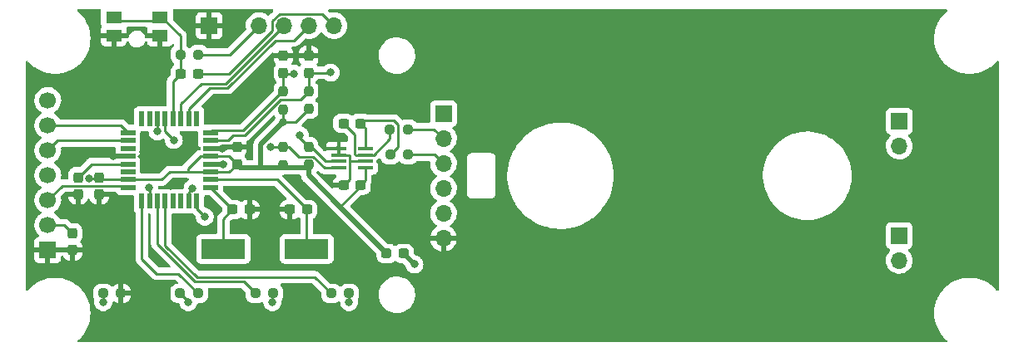
<source format=gbl>
G04 #@! TF.GenerationSoftware,KiCad,Pcbnew,(6.0.9)*
G04 #@! TF.CreationDate,2022-12-04T16:37:35+01:00*
G04 #@! TF.ProjectId,HeaterMCU,48656174-6572-44d4-9355-2e6b69636164,rev?*
G04 #@! TF.SameCoordinates,Original*
G04 #@! TF.FileFunction,Copper,L2,Bot*
G04 #@! TF.FilePolarity,Positive*
%FSLAX46Y46*%
G04 Gerber Fmt 4.6, Leading zero omitted, Abs format (unit mm)*
G04 Created by KiCad (PCBNEW (6.0.9)) date 2022-12-04 16:37:35*
%MOMM*%
%LPD*%
G01*
G04 APERTURE LIST*
G04 Aperture macros list*
%AMRoundRect*
0 Rectangle with rounded corners*
0 $1 Rounding radius*
0 $2 $3 $4 $5 $6 $7 $8 $9 X,Y pos of 4 corners*
0 Add a 4 corners polygon primitive as box body*
4,1,4,$2,$3,$4,$5,$6,$7,$8,$9,$2,$3,0*
0 Add four circle primitives for the rounded corners*
1,1,$1+$1,$2,$3*
1,1,$1+$1,$4,$5*
1,1,$1+$1,$6,$7*
1,1,$1+$1,$8,$9*
0 Add four rect primitives between the rounded corners*
20,1,$1+$1,$2,$3,$4,$5,0*
20,1,$1+$1,$4,$5,$6,$7,0*
20,1,$1+$1,$6,$7,$8,$9,0*
20,1,$1+$1,$8,$9,$2,$3,0*%
G04 Aperture macros list end*
G04 #@! TA.AperFunction,ComponentPad*
%ADD10R,1.700000X1.700000*%
G04 #@! TD*
G04 #@! TA.AperFunction,ComponentPad*
%ADD11O,1.700000X1.700000*%
G04 #@! TD*
G04 #@! TA.AperFunction,SMDPad,CuDef*
%ADD12RoundRect,0.237500X0.287500X0.237500X-0.287500X0.237500X-0.287500X-0.237500X0.287500X-0.237500X0*%
G04 #@! TD*
G04 #@! TA.AperFunction,SMDPad,CuDef*
%ADD13R,1.600000X1.200000*%
G04 #@! TD*
G04 #@! TA.AperFunction,ComponentPad*
%ADD14C,1.700000*%
G04 #@! TD*
G04 #@! TA.AperFunction,SMDPad,CuDef*
%ADD15RoundRect,0.237500X-0.237500X0.300000X-0.237500X-0.300000X0.237500X-0.300000X0.237500X0.300000X0*%
G04 #@! TD*
G04 #@! TA.AperFunction,SMDPad,CuDef*
%ADD16RoundRect,0.237500X-0.300000X-0.237500X0.300000X-0.237500X0.300000X0.237500X-0.300000X0.237500X0*%
G04 #@! TD*
G04 #@! TA.AperFunction,SMDPad,CuDef*
%ADD17R,1.500000X0.550000*%
G04 #@! TD*
G04 #@! TA.AperFunction,SMDPad,CuDef*
%ADD18R,0.550000X1.500000*%
G04 #@! TD*
G04 #@! TA.AperFunction,SMDPad,CuDef*
%ADD19RoundRect,0.237500X0.237500X-0.250000X0.237500X0.250000X-0.237500X0.250000X-0.237500X-0.250000X0*%
G04 #@! TD*
G04 #@! TA.AperFunction,SMDPad,CuDef*
%ADD20RoundRect,0.237500X0.300000X0.237500X-0.300000X0.237500X-0.300000X-0.237500X0.300000X-0.237500X0*%
G04 #@! TD*
G04 #@! TA.AperFunction,SMDPad,CuDef*
%ADD21R,1.560000X0.400000*%
G04 #@! TD*
G04 #@! TA.AperFunction,SMDPad,CuDef*
%ADD22RoundRect,0.237500X-0.250000X-0.237500X0.250000X-0.237500X0.250000X0.237500X-0.250000X0.237500X0*%
G04 #@! TD*
G04 #@! TA.AperFunction,SMDPad,CuDef*
%ADD23RoundRect,0.237500X0.237500X-0.300000X0.237500X0.300000X-0.237500X0.300000X-0.237500X-0.300000X0*%
G04 #@! TD*
G04 #@! TA.AperFunction,SMDPad,CuDef*
%ADD24R,4.500000X2.000000*%
G04 #@! TD*
G04 #@! TA.AperFunction,SMDPad,CuDef*
%ADD25RoundRect,0.237500X0.250000X0.237500X-0.250000X0.237500X-0.250000X-0.237500X0.250000X-0.237500X0*%
G04 #@! TD*
G04 #@! TA.AperFunction,SMDPad,CuDef*
%ADD26RoundRect,0.237500X-0.237500X0.250000X-0.237500X-0.250000X0.237500X-0.250000X0.237500X0.250000X0*%
G04 #@! TD*
G04 #@! TA.AperFunction,ViaPad*
%ADD27C,0.800000*%
G04 #@! TD*
G04 #@! TA.AperFunction,Conductor*
%ADD28C,0.250000*%
G04 #@! TD*
G04 #@! TA.AperFunction,Conductor*
%ADD29C,0.500000*%
G04 #@! TD*
G04 APERTURE END LIST*
D10*
X74170000Y-47180000D03*
D11*
X79250000Y-47180000D03*
X81790000Y-47180000D03*
X84330000Y-47180000D03*
X86870000Y-47180000D03*
D12*
X92225000Y-70425000D03*
X93975000Y-70425000D03*
D13*
X64470500Y-46310000D03*
X69169500Y-46310000D03*
X64470500Y-48194500D03*
X69169500Y-48194500D03*
D10*
X57762500Y-70057500D03*
D14*
X57762500Y-67517500D03*
X57762500Y-64977500D03*
X57762500Y-62437500D03*
X57762500Y-59897500D03*
X57762500Y-57357500D03*
X57762500Y-54817500D03*
D15*
X81725000Y-50262500D03*
X81725000Y-51987500D03*
X84300000Y-50262500D03*
X84300000Y-51987500D03*
D11*
X144350000Y-71130000D03*
D10*
X144350000Y-68590000D03*
X144355000Y-56925000D03*
D11*
X144355000Y-59465000D03*
D16*
X76550000Y-65950000D03*
X78275000Y-65950000D03*
D17*
X74300000Y-58100000D03*
X74300000Y-58900000D03*
X74300000Y-59700000D03*
X74300000Y-60500000D03*
X74300000Y-61300000D03*
X74300000Y-62100000D03*
X74300000Y-62900000D03*
X74300000Y-63700000D03*
D18*
X72900000Y-65100000D03*
X72100000Y-65100000D03*
X71300000Y-65100000D03*
X70500000Y-65100000D03*
X69700000Y-65100000D03*
X68900000Y-65100000D03*
X68100000Y-65100000D03*
X67300000Y-65100000D03*
D17*
X65900000Y-63700000D03*
X65900000Y-62900000D03*
X65900000Y-62100000D03*
X65900000Y-61300000D03*
X65900000Y-60500000D03*
X65900000Y-59700000D03*
X65900000Y-58900000D03*
X65900000Y-58100000D03*
D18*
X67300000Y-56700000D03*
X68100000Y-56700000D03*
X68900000Y-56700000D03*
X69700000Y-56700000D03*
X70500000Y-56700000D03*
X71300000Y-56700000D03*
X72100000Y-56700000D03*
X72900000Y-56700000D03*
D16*
X87837500Y-63450000D03*
X89562500Y-63450000D03*
D19*
X84300000Y-55687500D03*
X84300000Y-53862500D03*
D20*
X84112500Y-65950000D03*
X82387500Y-65950000D03*
D21*
X90050000Y-59720000D03*
X90050000Y-60370000D03*
X90050000Y-61030000D03*
X90050000Y-61680000D03*
X87350000Y-61680000D03*
X87350000Y-61030000D03*
X87350000Y-60370000D03*
X87350000Y-59720000D03*
D22*
X92587500Y-60350000D03*
X94412500Y-60350000D03*
D10*
X98000000Y-56175000D03*
D11*
X98000000Y-58715000D03*
X98000000Y-61255000D03*
X98000000Y-63795000D03*
X98000000Y-66335000D03*
X98000000Y-68875000D03*
D22*
X92562500Y-57750000D03*
X94387500Y-57750000D03*
X73050000Y-74500000D03*
X71225000Y-74500000D03*
D15*
X77000000Y-61312500D03*
X77000000Y-59587500D03*
D23*
X60275000Y-70087500D03*
X60275000Y-68362500D03*
D19*
X81725000Y-61387500D03*
X81725000Y-59562500D03*
D24*
X75600000Y-69950000D03*
X84100000Y-69950000D03*
D25*
X86587500Y-74500000D03*
X88412500Y-74500000D03*
D22*
X65212500Y-74500000D03*
X63387500Y-74500000D03*
D25*
X78887500Y-74500000D03*
X80712500Y-74500000D03*
D23*
X60850000Y-64382500D03*
X60850000Y-62657500D03*
D20*
X71300000Y-52100000D03*
X73025000Y-52100000D03*
D16*
X87837500Y-57150000D03*
X89562500Y-57150000D03*
D19*
X81700000Y-55712500D03*
X81700000Y-53887500D03*
D23*
X63000000Y-62657500D03*
X63000000Y-64382500D03*
D26*
X84275000Y-59537500D03*
X84275000Y-61362500D03*
D25*
X73075000Y-50150000D03*
X71250000Y-50150000D03*
D27*
X72484881Y-63767104D03*
X73725000Y-66675000D03*
X152750421Y-54570788D03*
X140600000Y-73990000D03*
X134120000Y-46780000D03*
X131330000Y-57700000D03*
X115300000Y-55600000D03*
X94180000Y-54780000D03*
X89010000Y-71010000D03*
X98490000Y-71800000D03*
X95670000Y-67880000D03*
X95940000Y-62410000D03*
X91230000Y-65390000D03*
X83450000Y-63690000D03*
X85630000Y-57700000D03*
X88670000Y-49940000D03*
X69460000Y-50890000D03*
X64900000Y-67640000D03*
X68060000Y-77670000D03*
X75420000Y-77640000D03*
X84080000Y-77640000D03*
X108310000Y-68430000D03*
X102000000Y-78180000D03*
X109450000Y-78420000D03*
X127380000Y-65380000D03*
X68930000Y-71040000D03*
X70300000Y-63560000D03*
X67500000Y-60110000D03*
X95050000Y-71540000D03*
X86525000Y-51975000D03*
X82750000Y-52075000D03*
X81700000Y-57022918D03*
X79825000Y-65950000D03*
X83400000Y-58375000D03*
X68925000Y-57975000D03*
X80387500Y-59537500D03*
X70575000Y-58850000D03*
X75550000Y-59700000D03*
X75600000Y-61300000D03*
X68050000Y-63750000D03*
X61924500Y-62795500D03*
X64400000Y-60500000D03*
X88400000Y-75400000D03*
X80600000Y-75400000D03*
X72050000Y-75400000D03*
X63400000Y-75400000D03*
X60160000Y-53020000D03*
X78730000Y-55260000D03*
X104290000Y-58300000D03*
X97550000Y-47400000D03*
D28*
X72100000Y-64151985D02*
X72484881Y-63767104D01*
X72100000Y-65100000D02*
X72100000Y-64151985D01*
X58760000Y-58900000D02*
X57762500Y-59897500D01*
X65900000Y-58900000D02*
X58760000Y-58900000D01*
X65157500Y-57357500D02*
X65900000Y-58100000D01*
X57762500Y-57357500D02*
X65157500Y-57357500D01*
X72900000Y-65850000D02*
X73725000Y-66675000D01*
X72900000Y-65100000D02*
X72900000Y-65850000D01*
X68803999Y-46675501D02*
X69169500Y-46310000D01*
X64836001Y-46675501D02*
X68803999Y-46675501D01*
X64470500Y-46310000D02*
X64836001Y-46675501D01*
X71250000Y-48225000D02*
X69335000Y-46310000D01*
X69335000Y-46310000D02*
X69169500Y-46310000D01*
X71250000Y-50150000D02*
X71250000Y-48225000D01*
D29*
X93975000Y-70465000D02*
X95050000Y-71540000D01*
X93975000Y-70425000D02*
X93975000Y-70465000D01*
X87480000Y-65680000D02*
X92225000Y-70425000D01*
D28*
X89562500Y-63450000D02*
X89562500Y-63597500D01*
X89562500Y-63597500D02*
X87480000Y-65680000D01*
D29*
X84275000Y-62475000D02*
X87480000Y-65680000D01*
X84275000Y-61362500D02*
X84275000Y-62475000D01*
D28*
X59220000Y-63520000D02*
X65720000Y-63520000D01*
X65720000Y-63520000D02*
X65900000Y-63700000D01*
X57762500Y-64977500D02*
X59220000Y-63520000D01*
X57762500Y-67517500D02*
X59430000Y-67517500D01*
X59430000Y-67517500D02*
X60275000Y-68362500D01*
D29*
X60245000Y-70057500D02*
X60275000Y-70087500D01*
X57762500Y-70057500D02*
X60245000Y-70057500D01*
D28*
X72100000Y-55700000D02*
X72100000Y-56700000D01*
X76056396Y-53550000D02*
X74250000Y-53550000D01*
X80916396Y-48690000D02*
X76056396Y-53550000D01*
X74250000Y-53550000D02*
X72100000Y-55700000D01*
X82820000Y-48690000D02*
X80916396Y-48690000D01*
X84330000Y-47180000D02*
X82820000Y-48690000D01*
X86512500Y-51987500D02*
X86525000Y-51975000D01*
X84300000Y-51987500D02*
X86512500Y-51987500D01*
X84300000Y-53862500D02*
X84300000Y-51987500D01*
X81725000Y-51937500D02*
X81725000Y-53862500D01*
X81725000Y-53862500D02*
X81700000Y-53887500D01*
X81862500Y-52075000D02*
X81725000Y-51937500D01*
X82750000Y-52075000D02*
X81862500Y-52075000D01*
X81700000Y-55712500D02*
X81700000Y-57022918D01*
X82964582Y-57022918D02*
X84300000Y-55687500D01*
X81700000Y-57022918D02*
X82964582Y-57022918D01*
D29*
X79437500Y-59285418D02*
X81700000Y-57022918D01*
X79437500Y-61637500D02*
X79437500Y-59285418D01*
X79437500Y-61637500D02*
X77325000Y-61637500D01*
X81925000Y-61637500D02*
X79437500Y-61637500D01*
D28*
X85880000Y-61680000D02*
X87350000Y-61680000D01*
X83287500Y-60550000D02*
X84750000Y-60550000D01*
X84750000Y-60550000D02*
X85880000Y-61680000D01*
X80387500Y-59537500D02*
X82275000Y-59537500D01*
X82275000Y-59537500D02*
X83287500Y-60550000D01*
X77593109Y-57900000D02*
X81605609Y-53887500D01*
X81605609Y-53887500D02*
X81700000Y-53887500D01*
X74500000Y-57900000D02*
X77593109Y-57900000D01*
X74300000Y-58100000D02*
X74500000Y-57900000D01*
X83462500Y-54700000D02*
X84300000Y-53862500D01*
X81429505Y-54700000D02*
X83462500Y-54700000D01*
X77779505Y-58350000D02*
X81429505Y-54700000D01*
X76625000Y-58350000D02*
X77779505Y-58350000D01*
X76075000Y-58900000D02*
X76625000Y-58350000D01*
X74300000Y-58900000D02*
X76075000Y-58900000D01*
D29*
X78275000Y-65950000D02*
X79825000Y-65950000D01*
D28*
X90050000Y-61030000D02*
X88545000Y-61030000D01*
X88455000Y-61120000D02*
X88455000Y-62832500D01*
X88545000Y-61030000D02*
X88455000Y-61120000D01*
X88455000Y-60445000D02*
X88455000Y-61120000D01*
X83400000Y-58375000D02*
X83400000Y-58662500D01*
X83400000Y-58662500D02*
X84275000Y-59537500D01*
X68900000Y-57950000D02*
X68925000Y-57975000D01*
X68900000Y-56700000D02*
X68900000Y-57950000D01*
X70575000Y-58850000D02*
X69700000Y-57975000D01*
X69700000Y-57975000D02*
X69700000Y-56700000D01*
X86030000Y-61030000D02*
X87350000Y-61030000D01*
X84275000Y-59537500D02*
X84537500Y-59537500D01*
X84537500Y-59537500D02*
X86030000Y-61030000D01*
D29*
X77325000Y-61637500D02*
X77000000Y-61312500D01*
X81925000Y-61637500D02*
X84225000Y-61637500D01*
D28*
X75870000Y-53100000D02*
X81790000Y-47180000D01*
X73350000Y-53100000D02*
X75870000Y-53100000D01*
X71300000Y-55150000D02*
X73350000Y-53100000D01*
X71300000Y-56700000D02*
X71300000Y-55150000D01*
X90880000Y-60370000D02*
X92562500Y-58687500D01*
X92562500Y-58687500D02*
X92562500Y-57750000D01*
X90050000Y-60370000D02*
X90880000Y-60370000D01*
X89862500Y-56850000D02*
X89562500Y-57150000D01*
X92945495Y-56850000D02*
X89862500Y-56850000D01*
X93375000Y-59562500D02*
X93375000Y-57279505D01*
X93375000Y-57279505D02*
X92945495Y-56850000D01*
X92587500Y-60350000D02*
X93375000Y-59562500D01*
X94387500Y-57750000D02*
X97035000Y-57750000D01*
X97035000Y-57750000D02*
X98000000Y-58715000D01*
X97095000Y-60350000D02*
X98000000Y-61255000D01*
X94412500Y-60350000D02*
X97095000Y-60350000D01*
X88380000Y-60370000D02*
X88455000Y-60445000D01*
X87350000Y-60370000D02*
X88380000Y-60370000D01*
X88455000Y-62832500D02*
X87837500Y-63450000D01*
X90050000Y-62962500D02*
X89562500Y-63450000D01*
X90050000Y-61680000D02*
X90050000Y-62962500D01*
X89070000Y-60370000D02*
X90050000Y-60370000D01*
X88945000Y-60245000D02*
X89070000Y-60370000D01*
X88945000Y-58257500D02*
X88945000Y-60245000D01*
X87837500Y-57150000D02*
X88945000Y-58257500D01*
X90050000Y-57637500D02*
X90050000Y-59720000D01*
X89562500Y-57150000D02*
X90050000Y-57637500D01*
X72936396Y-72850000D02*
X69700000Y-69613604D01*
X86587500Y-74500000D02*
X84937500Y-72850000D01*
X84937500Y-72850000D02*
X72936396Y-72850000D01*
X69700000Y-69613604D02*
X69700000Y-65100000D01*
D29*
X75662500Y-59587500D02*
X75550000Y-59700000D01*
X77000000Y-59587500D02*
X75662500Y-59587500D01*
X74300000Y-59700000D02*
X75550000Y-59700000D01*
D28*
X76187500Y-60500000D02*
X77000000Y-61312500D01*
X74300000Y-60500000D02*
X76187500Y-60500000D01*
D29*
X74300000Y-61300000D02*
X75600000Y-61300000D01*
D28*
X76212500Y-62100000D02*
X77000000Y-61312500D01*
X74300000Y-62100000D02*
X76212500Y-62100000D01*
X68100000Y-63800000D02*
X68050000Y-63750000D01*
X68100000Y-65100000D02*
X68100000Y-63800000D01*
X72750000Y-73300000D02*
X77687500Y-73300000D01*
X68900000Y-69450000D02*
X72750000Y-73300000D01*
X68900000Y-65100000D02*
X68900000Y-69450000D01*
X77687500Y-73300000D02*
X78887500Y-74500000D01*
X71050000Y-72500000D02*
X73050000Y-74500000D01*
X68850000Y-72500000D02*
X71050000Y-72500000D01*
X67300000Y-70950000D02*
X68850000Y-72500000D01*
X67300000Y-65100000D02*
X67300000Y-70950000D01*
X70500000Y-52900000D02*
X71300000Y-52100000D01*
X70500000Y-56700000D02*
X70500000Y-52900000D01*
X81062500Y-62900000D02*
X84112500Y-65950000D01*
X74300000Y-62900000D02*
X81062500Y-62900000D01*
X84100000Y-65962500D02*
X84112500Y-65950000D01*
X84100000Y-69950000D02*
X84100000Y-65962500D01*
X75600000Y-66900000D02*
X75600000Y-69950000D01*
X76550000Y-65950000D02*
X75600000Y-66900000D01*
X74300000Y-63700000D02*
X76550000Y-65950000D01*
X72000000Y-61800000D02*
X72000000Y-62100000D01*
X73300000Y-60500000D02*
X72000000Y-61800000D01*
X74300000Y-60500000D02*
X73300000Y-60500000D01*
X72000000Y-62100000D02*
X74300000Y-62100000D01*
X70150000Y-62100000D02*
X72000000Y-62100000D01*
X69350000Y-62900000D02*
X70150000Y-62100000D01*
X65900000Y-62900000D02*
X69350000Y-62900000D01*
X62862000Y-62795500D02*
X63000000Y-62657500D01*
X61924500Y-62795500D02*
X62862000Y-62795500D01*
X63242500Y-62900000D02*
X63000000Y-62657500D01*
X65900000Y-62900000D02*
X63242500Y-62900000D01*
D29*
X65900000Y-60500000D02*
X64400000Y-60500000D01*
D28*
X62207500Y-61300000D02*
X65900000Y-61300000D01*
X60850000Y-62657500D02*
X62207500Y-61300000D01*
X88400000Y-74512500D02*
X88412500Y-74500000D01*
X88400000Y-75400000D02*
X88400000Y-74512500D01*
X80600000Y-75400000D02*
X80600000Y-74612500D01*
X80600000Y-74612500D02*
X80712500Y-74500000D01*
X72050000Y-75325000D02*
X71225000Y-74500000D01*
X72050000Y-75400000D02*
X72050000Y-75325000D01*
X63387500Y-75387500D02*
X63400000Y-75400000D01*
X63387500Y-74500000D02*
X63387500Y-75387500D01*
X85690000Y-46000000D02*
X86870000Y-47180000D01*
X80615000Y-46693299D02*
X81308299Y-46000000D01*
X81308299Y-46000000D02*
X85690000Y-46000000D01*
X73025000Y-52100000D02*
X76181701Y-52100000D01*
X76181701Y-52100000D02*
X80615000Y-47666701D01*
X80615000Y-47666701D02*
X80615000Y-46693299D01*
X76280000Y-50150000D02*
X79250000Y-47180000D01*
X73075000Y-50150000D02*
X76280000Y-50150000D01*
X71250000Y-50150000D02*
X71250000Y-52050000D01*
X71250000Y-52050000D02*
X71300000Y-52100000D01*
G04 #@! TA.AperFunction,Conductor*
G36*
X63106353Y-45528502D02*
G01*
X63152846Y-45582158D01*
X63163494Y-45648109D01*
X63162000Y-45661866D01*
X63162000Y-46958134D01*
X63168755Y-47020316D01*
X63219885Y-47156705D01*
X63225271Y-47163891D01*
X63235171Y-47177101D01*
X63260019Y-47243607D01*
X63244966Y-47312990D01*
X63235172Y-47328229D01*
X63225713Y-47340850D01*
X63217178Y-47356441D01*
X63172022Y-47476894D01*
X63168395Y-47492149D01*
X63162869Y-47543014D01*
X63162500Y-47549828D01*
X63162500Y-47922385D01*
X63166975Y-47937624D01*
X63168365Y-47938829D01*
X63176048Y-47940500D01*
X65760384Y-47940500D01*
X65775623Y-47936025D01*
X65776828Y-47934635D01*
X65778499Y-47926952D01*
X65778499Y-47549831D01*
X65778129Y-47543010D01*
X65772605Y-47492148D01*
X65767151Y-47469207D01*
X65769088Y-47468746D01*
X65764669Y-47408431D01*
X65798587Y-47346060D01*
X65860840Y-47311927D01*
X65887836Y-47309001D01*
X67752164Y-47309001D01*
X67820285Y-47329003D01*
X67866778Y-47382659D01*
X67876882Y-47452933D01*
X67872720Y-47469178D01*
X67872849Y-47469209D01*
X67867395Y-47492149D01*
X67861869Y-47543014D01*
X67861500Y-47549828D01*
X67861500Y-47922385D01*
X67865975Y-47937624D01*
X67867365Y-47938829D01*
X67875048Y-47940500D01*
X69297500Y-47940500D01*
X69365621Y-47960502D01*
X69412114Y-48014158D01*
X69423500Y-48066500D01*
X69423500Y-49284384D01*
X69427975Y-49299623D01*
X69429365Y-49300828D01*
X69437048Y-49302499D01*
X70014169Y-49302499D01*
X70020990Y-49302129D01*
X70071852Y-49296605D01*
X70087104Y-49292979D01*
X70207554Y-49247824D01*
X70223149Y-49239286D01*
X70325224Y-49162785D01*
X70337781Y-49150228D01*
X70389673Y-49080988D01*
X70446533Y-49038473D01*
X70517351Y-49033447D01*
X70579645Y-49067507D01*
X70613635Y-49129838D01*
X70616500Y-49156553D01*
X70616500Y-49202301D01*
X70596498Y-49270422D01*
X70556802Y-49309445D01*
X70533469Y-49323884D01*
X70528296Y-49329066D01*
X70415742Y-49441816D01*
X70415738Y-49441821D01*
X70410571Y-49446997D01*
X70406731Y-49453227D01*
X70406730Y-49453228D01*
X70367729Y-49516500D01*
X70319291Y-49595080D01*
X70264526Y-49760191D01*
X70254000Y-49862928D01*
X70254000Y-50437072D01*
X70254337Y-50440318D01*
X70254337Y-50440322D01*
X70262850Y-50522365D01*
X70264793Y-50541093D01*
X70319846Y-50706107D01*
X70411384Y-50854031D01*
X70534497Y-50976929D01*
X70540724Y-50980767D01*
X70540726Y-50980769D01*
X70556616Y-50990564D01*
X70604109Y-51043336D01*
X70616500Y-51097824D01*
X70616500Y-51152301D01*
X70596498Y-51220422D01*
X70556802Y-51259445D01*
X70533469Y-51273884D01*
X70528296Y-51279066D01*
X70415742Y-51391816D01*
X70415738Y-51391821D01*
X70410571Y-51396997D01*
X70406731Y-51403227D01*
X70406730Y-51403228D01*
X70325387Y-51535191D01*
X70319291Y-51545080D01*
X70264526Y-51710191D01*
X70254000Y-51812928D01*
X70254000Y-52197905D01*
X70233998Y-52266026D01*
X70217095Y-52287000D01*
X70107747Y-52396348D01*
X70099461Y-52403888D01*
X70092982Y-52408000D01*
X70087557Y-52413777D01*
X70046357Y-52457651D01*
X70043602Y-52460493D01*
X70023865Y-52480230D01*
X70021385Y-52483427D01*
X70013682Y-52492447D01*
X69983414Y-52524679D01*
X69979595Y-52531625D01*
X69979593Y-52531628D01*
X69973652Y-52542434D01*
X69962801Y-52558953D01*
X69950386Y-52574959D01*
X69947241Y-52582228D01*
X69947238Y-52582232D01*
X69932826Y-52615537D01*
X69927609Y-52626187D01*
X69906305Y-52664940D01*
X69904334Y-52672615D01*
X69904334Y-52672616D01*
X69901267Y-52684562D01*
X69894863Y-52703266D01*
X69886819Y-52721855D01*
X69885580Y-52729678D01*
X69885577Y-52729688D01*
X69879901Y-52765524D01*
X69877495Y-52777144D01*
X69866500Y-52819970D01*
X69866500Y-52840224D01*
X69864949Y-52859934D01*
X69861780Y-52879943D01*
X69865267Y-52916826D01*
X69865941Y-52923961D01*
X69866500Y-52935819D01*
X69866500Y-55315500D01*
X69846498Y-55383621D01*
X69792842Y-55430114D01*
X69740500Y-55441500D01*
X69376866Y-55441500D01*
X69314684Y-55448255D01*
X69314420Y-55445826D01*
X69285580Y-55445826D01*
X69285316Y-55448255D01*
X69226531Y-55441869D01*
X69223134Y-55441500D01*
X68576866Y-55441500D01*
X68514684Y-55448255D01*
X68514420Y-55445826D01*
X68485580Y-55445826D01*
X68485316Y-55448255D01*
X68426531Y-55441869D01*
X68423134Y-55441500D01*
X67776866Y-55441500D01*
X67714684Y-55448255D01*
X67714420Y-55445826D01*
X67685580Y-55445826D01*
X67685316Y-55448255D01*
X67626531Y-55441869D01*
X67623134Y-55441500D01*
X66976866Y-55441500D01*
X66914684Y-55448255D01*
X66778295Y-55499385D01*
X66661739Y-55586739D01*
X66574385Y-55703295D01*
X66523255Y-55839684D01*
X66516500Y-55901866D01*
X66516500Y-57190500D01*
X66496498Y-57258621D01*
X66442842Y-57305114D01*
X66390500Y-57316500D01*
X66064595Y-57316500D01*
X65996474Y-57296498D01*
X65975499Y-57279595D01*
X65831221Y-57135316D01*
X65661147Y-56965242D01*
X65653613Y-56956963D01*
X65649500Y-56950482D01*
X65599848Y-56903856D01*
X65597007Y-56901102D01*
X65577270Y-56881365D01*
X65574073Y-56878885D01*
X65565051Y-56871180D01*
X65559690Y-56866146D01*
X65532821Y-56840914D01*
X65525875Y-56837095D01*
X65525872Y-56837093D01*
X65515066Y-56831152D01*
X65498547Y-56820301D01*
X65498083Y-56819941D01*
X65482541Y-56807886D01*
X65475272Y-56804741D01*
X65475268Y-56804738D01*
X65441963Y-56790326D01*
X65431313Y-56785109D01*
X65392560Y-56763805D01*
X65372937Y-56758767D01*
X65354234Y-56752363D01*
X65342920Y-56747467D01*
X65342919Y-56747467D01*
X65335645Y-56744319D01*
X65327822Y-56743080D01*
X65327812Y-56743077D01*
X65291976Y-56737401D01*
X65280356Y-56734995D01*
X65245211Y-56725972D01*
X65245210Y-56725972D01*
X65237530Y-56724000D01*
X65217276Y-56724000D01*
X65197565Y-56722449D01*
X65185386Y-56720520D01*
X65177557Y-56719280D01*
X65169665Y-56720026D01*
X65133539Y-56723441D01*
X65121681Y-56724000D01*
X59039305Y-56724000D01*
X58971184Y-56703998D01*
X58933513Y-56666440D01*
X58845322Y-56530117D01*
X58845320Y-56530114D01*
X58842514Y-56525777D01*
X58692170Y-56360551D01*
X58688119Y-56357352D01*
X58688115Y-56357348D01*
X58520914Y-56225300D01*
X58520910Y-56225298D01*
X58516859Y-56222098D01*
X58475553Y-56199296D01*
X58425584Y-56148864D01*
X58410812Y-56079421D01*
X58435928Y-56013016D01*
X58463280Y-55986409D01*
X58507103Y-55955150D01*
X58642360Y-55858673D01*
X58661416Y-55839684D01*
X58796935Y-55704637D01*
X58800596Y-55700989D01*
X58860094Y-55618189D01*
X58927935Y-55523777D01*
X58930953Y-55519577D01*
X58940933Y-55499385D01*
X59027636Y-55323953D01*
X59027637Y-55323951D01*
X59029930Y-55319311D01*
X59094870Y-55105569D01*
X59124029Y-54884090D01*
X59125448Y-54826029D01*
X59125574Y-54820865D01*
X59125574Y-54820861D01*
X59125656Y-54817500D01*
X59107352Y-54594861D01*
X59052931Y-54378202D01*
X58963854Y-54173340D01*
X58892874Y-54063621D01*
X58845322Y-53990117D01*
X58845320Y-53990114D01*
X58842514Y-53985777D01*
X58692170Y-53820551D01*
X58688119Y-53817352D01*
X58688115Y-53817348D01*
X58520914Y-53685300D01*
X58520910Y-53685298D01*
X58516859Y-53682098D01*
X58321289Y-53574138D01*
X58316420Y-53572414D01*
X58316416Y-53572412D01*
X58115587Y-53501295D01*
X58115583Y-53501294D01*
X58110712Y-53499569D01*
X58105619Y-53498662D01*
X58105616Y-53498661D01*
X57895873Y-53461300D01*
X57895867Y-53461299D01*
X57890784Y-53460394D01*
X57816952Y-53459492D01*
X57672581Y-53457728D01*
X57672579Y-53457728D01*
X57667411Y-53457665D01*
X57446591Y-53491455D01*
X57234256Y-53560857D01*
X57036107Y-53664007D01*
X57031974Y-53667110D01*
X57031971Y-53667112D01*
X57007747Y-53685300D01*
X56857465Y-53798135D01*
X56853893Y-53801873D01*
X56712249Y-53950095D01*
X56703129Y-53959638D01*
X56700215Y-53963910D01*
X56700214Y-53963911D01*
X56655408Y-54029595D01*
X56577243Y-54144180D01*
X56483188Y-54346805D01*
X56423489Y-54562070D01*
X56399751Y-54784195D01*
X56400048Y-54789348D01*
X56400048Y-54789351D01*
X56405511Y-54884090D01*
X56412610Y-55007215D01*
X56413747Y-55012261D01*
X56413748Y-55012267D01*
X56433619Y-55100439D01*
X56461722Y-55225139D01*
X56523173Y-55376476D01*
X56537975Y-55412928D01*
X56545766Y-55432116D01*
X56562547Y-55459500D01*
X56644919Y-55593919D01*
X56662487Y-55622588D01*
X56808750Y-55791438D01*
X56980626Y-55934132D01*
X57020248Y-55957285D01*
X57053945Y-55976976D01*
X57102669Y-56028614D01*
X57115740Y-56098397D01*
X57089009Y-56164169D01*
X57048555Y-56197527D01*
X57036107Y-56204007D01*
X57031974Y-56207110D01*
X57031971Y-56207112D01*
X56863490Y-56333611D01*
X56857465Y-56338135D01*
X56703129Y-56499638D01*
X56577243Y-56684180D01*
X56538511Y-56767621D01*
X56490821Y-56870362D01*
X56483188Y-56886805D01*
X56423489Y-57102070D01*
X56399751Y-57324195D01*
X56400048Y-57329348D01*
X56400048Y-57329351D01*
X56412312Y-57542047D01*
X56412610Y-57547215D01*
X56413747Y-57552261D01*
X56413748Y-57552267D01*
X56430265Y-57625555D01*
X56461722Y-57765139D01*
X56511455Y-57887617D01*
X56540629Y-57959464D01*
X56545766Y-57972116D01*
X56555900Y-57988653D01*
X56648952Y-58140500D01*
X56662487Y-58162588D01*
X56808750Y-58331438D01*
X56915083Y-58419717D01*
X56961417Y-58458184D01*
X56980626Y-58474132D01*
X57023311Y-58499075D01*
X57053945Y-58516976D01*
X57102669Y-58568614D01*
X57115740Y-58638397D01*
X57089009Y-58704169D01*
X57048555Y-58737527D01*
X57036107Y-58744007D01*
X57031974Y-58747110D01*
X57031971Y-58747112D01*
X56861600Y-58875030D01*
X56857465Y-58878135D01*
X56853893Y-58881873D01*
X56709124Y-59033365D01*
X56703129Y-59039638D01*
X56700215Y-59043910D01*
X56700214Y-59043911D01*
X56635347Y-59139002D01*
X56577243Y-59224180D01*
X56533649Y-59318096D01*
X56487704Y-59417077D01*
X56483188Y-59426805D01*
X56423489Y-59642070D01*
X56399751Y-59864195D01*
X56400048Y-59869348D01*
X56400048Y-59869351D01*
X56409404Y-60031611D01*
X56412610Y-60087215D01*
X56413747Y-60092261D01*
X56413748Y-60092267D01*
X56436112Y-60191500D01*
X56461722Y-60305139D01*
X56545766Y-60512116D01*
X56574293Y-60558668D01*
X56657159Y-60693893D01*
X56662487Y-60702588D01*
X56808750Y-60871438D01*
X56980626Y-61014132D01*
X57034328Y-61045513D01*
X57053945Y-61056976D01*
X57102669Y-61108614D01*
X57115740Y-61178397D01*
X57089009Y-61244169D01*
X57048555Y-61277527D01*
X57036107Y-61284007D01*
X57031974Y-61287110D01*
X57031971Y-61287112D01*
X56881492Y-61400095D01*
X56857465Y-61418135D01*
X56811306Y-61466438D01*
X56742978Y-61537939D01*
X56703129Y-61579638D01*
X56700215Y-61583910D01*
X56700214Y-61583911D01*
X56639324Y-61673172D01*
X56577243Y-61764180D01*
X56543033Y-61837879D01*
X56487704Y-61957077D01*
X56483188Y-61966805D01*
X56423489Y-62182070D01*
X56399751Y-62404195D01*
X56400048Y-62409348D01*
X56400048Y-62409351D01*
X56411137Y-62601669D01*
X56412610Y-62627215D01*
X56413747Y-62632261D01*
X56413748Y-62632267D01*
X56433827Y-62721362D01*
X56461722Y-62845139D01*
X56510332Y-62964852D01*
X56541874Y-63042530D01*
X56545766Y-63052116D01*
X56567902Y-63088238D01*
X56651864Y-63225252D01*
X56662487Y-63242588D01*
X56665867Y-63246490D01*
X56764817Y-63360720D01*
X56808750Y-63411438D01*
X56915436Y-63500010D01*
X56969274Y-63544707D01*
X56980626Y-63554132D01*
X57023068Y-63578933D01*
X57053945Y-63596976D01*
X57102669Y-63648614D01*
X57115740Y-63718397D01*
X57089009Y-63784169D01*
X57048555Y-63817527D01*
X57036107Y-63824007D01*
X57031974Y-63827110D01*
X57031971Y-63827112D01*
X56861600Y-63955030D01*
X56857465Y-63958135D01*
X56853893Y-63961873D01*
X56742978Y-64077939D01*
X56703129Y-64119638D01*
X56700215Y-64123910D01*
X56700214Y-64123911D01*
X56635355Y-64218991D01*
X56577243Y-64304180D01*
X56543936Y-64375934D01*
X56485819Y-64501138D01*
X56483188Y-64506805D01*
X56423489Y-64722070D01*
X56399751Y-64944195D01*
X56400048Y-64949348D01*
X56400048Y-64949351D01*
X56411783Y-65152871D01*
X56412610Y-65167215D01*
X56413747Y-65172261D01*
X56413748Y-65172267D01*
X56433619Y-65260439D01*
X56461722Y-65385139D01*
X56511455Y-65507617D01*
X56529627Y-65552369D01*
X56545766Y-65592116D01*
X56548465Y-65596520D01*
X56654564Y-65769658D01*
X56662487Y-65782588D01*
X56808750Y-65951438D01*
X56857005Y-65991500D01*
X56969274Y-66084707D01*
X56980626Y-66094132D01*
X57047394Y-66133148D01*
X57053945Y-66136976D01*
X57102669Y-66188614D01*
X57115740Y-66258397D01*
X57089009Y-66324169D01*
X57048555Y-66357527D01*
X57036107Y-66364007D01*
X57031974Y-66367110D01*
X57031971Y-66367112D01*
X56866122Y-66491635D01*
X56857465Y-66498135D01*
X56832099Y-66524679D01*
X56709470Y-66653003D01*
X56703129Y-66659638D01*
X56700215Y-66663910D01*
X56700214Y-66663911D01*
X56628622Y-66768861D01*
X56577243Y-66844180D01*
X56540210Y-66923961D01*
X56487704Y-67037077D01*
X56483188Y-67046805D01*
X56423489Y-67262070D01*
X56399751Y-67484195D01*
X56400048Y-67489348D01*
X56400048Y-67489351D01*
X56405477Y-67583500D01*
X56412610Y-67707215D01*
X56413747Y-67712261D01*
X56413748Y-67712267D01*
X56426950Y-67770845D01*
X56461722Y-67925139D01*
X56545766Y-68132116D01*
X56585925Y-68197649D01*
X56648836Y-68300311D01*
X56662487Y-68322588D01*
X56808750Y-68491438D01*
X56812725Y-68494738D01*
X56812731Y-68494744D01*
X56817925Y-68499056D01*
X56857559Y-68557960D01*
X56859055Y-68628941D01*
X56821939Y-68689462D01*
X56781668Y-68713980D01*
X56674446Y-68754176D01*
X56658851Y-68762714D01*
X56556776Y-68839215D01*
X56544215Y-68851776D01*
X56467714Y-68953851D01*
X56459176Y-68969446D01*
X56414022Y-69089894D01*
X56410395Y-69105149D01*
X56404869Y-69156014D01*
X56404500Y-69162828D01*
X56404500Y-69785385D01*
X56408975Y-69800624D01*
X56410365Y-69801829D01*
X56418048Y-69803500D01*
X57890500Y-69803500D01*
X57958621Y-69823502D01*
X58005114Y-69877158D01*
X58016500Y-69929500D01*
X58016500Y-71397384D01*
X58020975Y-71412623D01*
X58022365Y-71413828D01*
X58030048Y-71415499D01*
X58657169Y-71415499D01*
X58663990Y-71415129D01*
X58714852Y-71409605D01*
X58730104Y-71405979D01*
X58850554Y-71360824D01*
X58866149Y-71352286D01*
X58968224Y-71275785D01*
X58980785Y-71263224D01*
X59057286Y-71161149D01*
X59065824Y-71145554D01*
X59110978Y-71025106D01*
X59114605Y-71009851D01*
X59120131Y-70958986D01*
X59120500Y-70952172D01*
X59120500Y-70763319D01*
X59140502Y-70695198D01*
X59194158Y-70648705D01*
X59264432Y-70638601D01*
X59329012Y-70668095D01*
X59357661Y-70705981D01*
X59357803Y-70705893D01*
X59358739Y-70707406D01*
X59360601Y-70709868D01*
X59361655Y-70712117D01*
X59445426Y-70847492D01*
X59454460Y-70858890D01*
X59567129Y-70971363D01*
X59578540Y-70980375D01*
X59714063Y-71063912D01*
X59727241Y-71070056D01*
X59878766Y-71120315D01*
X59892132Y-71123181D01*
X59984770Y-71132672D01*
X59991185Y-71133000D01*
X60002885Y-71133000D01*
X60018124Y-71128525D01*
X60019329Y-71127135D01*
X60021000Y-71119452D01*
X60021000Y-71114885D01*
X60529000Y-71114885D01*
X60533475Y-71130124D01*
X60534865Y-71131329D01*
X60542548Y-71133000D01*
X60558766Y-71133000D01*
X60565282Y-71132663D01*
X60659132Y-71122925D01*
X60672528Y-71120032D01*
X60823953Y-71069512D01*
X60837115Y-71063347D01*
X60972492Y-70979574D01*
X60983890Y-70970540D01*
X61096363Y-70857871D01*
X61105375Y-70846460D01*
X61188912Y-70710937D01*
X61195056Y-70697759D01*
X61245315Y-70546234D01*
X61248181Y-70532868D01*
X61257672Y-70440230D01*
X61258000Y-70433815D01*
X61258000Y-70359615D01*
X61253525Y-70344376D01*
X61252135Y-70343171D01*
X61244452Y-70341500D01*
X60547115Y-70341500D01*
X60531876Y-70345975D01*
X60530671Y-70347365D01*
X60529000Y-70355048D01*
X60529000Y-71114885D01*
X60021000Y-71114885D01*
X60021000Y-69959500D01*
X60041002Y-69891379D01*
X60094658Y-69844886D01*
X60147000Y-69833500D01*
X61239885Y-69833500D01*
X61255124Y-69829025D01*
X61256329Y-69827635D01*
X61258000Y-69819952D01*
X61258000Y-69741234D01*
X61257663Y-69734718D01*
X61247925Y-69640868D01*
X61245032Y-69627472D01*
X61194512Y-69476047D01*
X61188347Y-69462885D01*
X61104574Y-69327508D01*
X61095536Y-69316106D01*
X61093861Y-69314433D01*
X61093081Y-69313007D01*
X61090993Y-69310373D01*
X61091444Y-69310016D01*
X61059781Y-69252151D01*
X61064784Y-69181331D01*
X61093701Y-69136246D01*
X61096756Y-69133185D01*
X61101929Y-69128003D01*
X61105770Y-69121772D01*
X61189369Y-68986150D01*
X61189370Y-68986148D01*
X61193209Y-68979920D01*
X61247974Y-68814809D01*
X61258500Y-68712072D01*
X61258500Y-68012928D01*
X61249888Y-67929925D01*
X61248419Y-67915765D01*
X61248418Y-67915761D01*
X61247707Y-67908907D01*
X61239361Y-67883889D01*
X61194972Y-67750841D01*
X61192654Y-67743893D01*
X61101116Y-67595969D01*
X61079788Y-67574678D01*
X60983184Y-67478242D01*
X60983179Y-67478238D01*
X60978003Y-67473071D01*
X60937861Y-67448327D01*
X60836150Y-67385631D01*
X60836148Y-67385630D01*
X60829920Y-67381791D01*
X60664809Y-67327026D01*
X60657973Y-67326326D01*
X60657970Y-67326325D01*
X60606474Y-67321049D01*
X60562072Y-67316500D01*
X60177095Y-67316500D01*
X60108974Y-67296498D01*
X60088000Y-67279595D01*
X59933652Y-67125247D01*
X59926112Y-67116961D01*
X59922000Y-67110482D01*
X59872348Y-67063856D01*
X59869507Y-67061102D01*
X59849770Y-67041365D01*
X59846573Y-67038885D01*
X59837551Y-67031180D01*
X59818411Y-67013206D01*
X59805321Y-67000914D01*
X59798375Y-66997095D01*
X59798372Y-66997093D01*
X59787566Y-66991152D01*
X59771047Y-66980301D01*
X59770583Y-66979941D01*
X59755041Y-66967886D01*
X59747772Y-66964741D01*
X59747768Y-66964738D01*
X59714463Y-66950326D01*
X59703813Y-66945109D01*
X59665060Y-66923805D01*
X59645437Y-66918767D01*
X59626734Y-66912363D01*
X59615420Y-66907467D01*
X59615419Y-66907467D01*
X59608145Y-66904319D01*
X59600322Y-66903080D01*
X59600312Y-66903077D01*
X59564476Y-66897401D01*
X59552856Y-66894995D01*
X59517711Y-66885972D01*
X59517710Y-66885972D01*
X59510030Y-66884000D01*
X59489776Y-66884000D01*
X59470065Y-66882449D01*
X59457886Y-66880520D01*
X59450057Y-66879280D01*
X59442165Y-66880026D01*
X59406039Y-66883441D01*
X59394181Y-66884000D01*
X59039305Y-66884000D01*
X58971184Y-66863998D01*
X58933513Y-66826440D01*
X58845322Y-66690117D01*
X58845320Y-66690114D01*
X58842514Y-66685777D01*
X58692170Y-66520551D01*
X58688119Y-66517352D01*
X58688115Y-66517348D01*
X58520914Y-66385300D01*
X58520910Y-66385298D01*
X58516859Y-66382098D01*
X58475553Y-66359296D01*
X58425584Y-66308864D01*
X58410812Y-66239421D01*
X58435928Y-66173016D01*
X58463280Y-66146409D01*
X58508780Y-66113954D01*
X58642360Y-66018673D01*
X58668875Y-65992251D01*
X58763321Y-65898134D01*
X58800596Y-65860989D01*
X58804275Y-65855870D01*
X58927935Y-65683777D01*
X58930953Y-65679577D01*
X58937548Y-65666234D01*
X59027636Y-65483953D01*
X59027637Y-65483951D01*
X59029930Y-65479311D01*
X59083809Y-65301976D01*
X59093365Y-65270523D01*
X59093365Y-65270521D01*
X59094870Y-65265569D01*
X59124029Y-65044090D01*
X59124512Y-65024338D01*
X59125574Y-64980865D01*
X59125574Y-64980861D01*
X59125656Y-64977500D01*
X59107352Y-64754861D01*
X59100797Y-64728766D01*
X59867000Y-64728766D01*
X59867337Y-64735282D01*
X59877075Y-64829132D01*
X59879968Y-64842528D01*
X59930488Y-64993953D01*
X59936653Y-65007115D01*
X60020426Y-65142492D01*
X60029460Y-65153890D01*
X60142129Y-65266363D01*
X60153540Y-65275375D01*
X60289063Y-65358912D01*
X60302241Y-65365056D01*
X60453766Y-65415315D01*
X60467132Y-65418181D01*
X60559770Y-65427672D01*
X60566185Y-65428000D01*
X60577885Y-65428000D01*
X60593124Y-65423525D01*
X60594329Y-65422135D01*
X60596000Y-65414452D01*
X60596000Y-64654615D01*
X60591525Y-64639376D01*
X60590135Y-64638171D01*
X60582452Y-64636500D01*
X59885115Y-64636500D01*
X59869876Y-64640975D01*
X59868671Y-64642365D01*
X59867000Y-64650048D01*
X59867000Y-64728766D01*
X59100797Y-64728766D01*
X59079321Y-64643265D01*
X59082125Y-64572323D01*
X59112430Y-64523474D01*
X59445499Y-64190405D01*
X59507811Y-64156379D01*
X59534594Y-64153500D01*
X60978000Y-64153500D01*
X61046121Y-64173502D01*
X61092614Y-64227158D01*
X61104000Y-64279500D01*
X61104000Y-65409885D01*
X61108475Y-65425124D01*
X61109865Y-65426329D01*
X61117548Y-65428000D01*
X61133766Y-65428000D01*
X61140282Y-65427663D01*
X61234132Y-65417925D01*
X61247528Y-65415032D01*
X61398953Y-65364512D01*
X61412115Y-65358347D01*
X61547492Y-65274574D01*
X61558890Y-65265540D01*
X61671363Y-65152871D01*
X61680375Y-65141460D01*
X61763912Y-65005937D01*
X61770056Y-64992760D01*
X61805376Y-64886273D01*
X61845806Y-64827913D01*
X61911370Y-64800676D01*
X61981252Y-64813209D01*
X62033264Y-64861534D01*
X62044493Y-64886064D01*
X62080488Y-64993953D01*
X62086653Y-65007115D01*
X62170426Y-65142492D01*
X62179460Y-65153890D01*
X62292129Y-65266363D01*
X62303540Y-65275375D01*
X62439063Y-65358912D01*
X62452241Y-65365056D01*
X62603766Y-65415315D01*
X62617132Y-65418181D01*
X62709770Y-65427672D01*
X62716185Y-65428000D01*
X62727885Y-65428000D01*
X62743124Y-65423525D01*
X62744329Y-65422135D01*
X62746000Y-65414452D01*
X62746000Y-65409885D01*
X63254000Y-65409885D01*
X63258475Y-65425124D01*
X63259865Y-65426329D01*
X63267548Y-65428000D01*
X63283766Y-65428000D01*
X63290282Y-65427663D01*
X63384132Y-65417925D01*
X63397528Y-65415032D01*
X63548953Y-65364512D01*
X63562115Y-65358347D01*
X63697492Y-65274574D01*
X63708890Y-65265540D01*
X63821363Y-65152871D01*
X63830375Y-65141460D01*
X63913912Y-65005937D01*
X63920056Y-64992759D01*
X63970315Y-64841234D01*
X63973181Y-64827868D01*
X63982672Y-64735230D01*
X63983000Y-64728815D01*
X63983000Y-64654615D01*
X63978525Y-64639376D01*
X63977135Y-64638171D01*
X63969452Y-64636500D01*
X63272115Y-64636500D01*
X63256876Y-64640975D01*
X63255671Y-64642365D01*
X63254000Y-64650048D01*
X63254000Y-65409885D01*
X62746000Y-65409885D01*
X62746000Y-64279500D01*
X62766002Y-64211379D01*
X62819658Y-64164886D01*
X62872000Y-64153500D01*
X64588830Y-64153500D01*
X64656951Y-64173502D01*
X64697707Y-64217228D01*
X64699385Y-64221705D01*
X64704769Y-64228888D01*
X64704769Y-64228889D01*
X64721765Y-64251567D01*
X64786739Y-64338261D01*
X64903295Y-64425615D01*
X65039684Y-64476745D01*
X65101866Y-64483500D01*
X66390500Y-64483500D01*
X66458621Y-64503502D01*
X66505114Y-64557158D01*
X66516500Y-64609500D01*
X66516500Y-65898134D01*
X66523255Y-65960316D01*
X66574385Y-66096705D01*
X66616515Y-66152919D01*
X66641326Y-66186024D01*
X66666174Y-66252530D01*
X66666500Y-66261589D01*
X66666500Y-70871233D01*
X66665973Y-70882416D01*
X66664298Y-70889909D01*
X66664547Y-70897835D01*
X66664547Y-70897836D01*
X66666438Y-70957986D01*
X66666500Y-70961945D01*
X66666500Y-70989856D01*
X66666997Y-70993790D01*
X66666997Y-70993791D01*
X66667005Y-70993856D01*
X66667938Y-71005693D01*
X66669327Y-71049889D01*
X66674506Y-71067715D01*
X66674978Y-71069339D01*
X66678987Y-71088700D01*
X66681526Y-71108797D01*
X66684445Y-71116168D01*
X66684445Y-71116170D01*
X66697804Y-71149912D01*
X66701649Y-71161142D01*
X66705596Y-71174729D01*
X66713982Y-71203593D01*
X66718015Y-71210412D01*
X66718017Y-71210417D01*
X66724293Y-71221028D01*
X66732988Y-71238776D01*
X66740448Y-71257617D01*
X66745110Y-71264033D01*
X66745110Y-71264034D01*
X66766436Y-71293387D01*
X66772952Y-71303307D01*
X66785644Y-71324767D01*
X66795458Y-71341362D01*
X66809779Y-71355683D01*
X66822619Y-71370716D01*
X66834528Y-71387107D01*
X66866828Y-71413828D01*
X66868605Y-71415298D01*
X66877384Y-71423288D01*
X68346348Y-72892253D01*
X68353888Y-72900539D01*
X68358000Y-72907018D01*
X68363777Y-72912443D01*
X68407651Y-72953643D01*
X68410493Y-72956398D01*
X68430230Y-72976135D01*
X68433427Y-72978615D01*
X68442447Y-72986318D01*
X68474679Y-73016586D01*
X68481625Y-73020405D01*
X68481628Y-73020407D01*
X68492434Y-73026348D01*
X68508953Y-73037199D01*
X68524959Y-73049614D01*
X68532228Y-73052759D01*
X68532232Y-73052762D01*
X68565537Y-73067174D01*
X68576187Y-73072391D01*
X68614940Y-73093695D01*
X68622615Y-73095666D01*
X68622616Y-73095666D01*
X68634562Y-73098733D01*
X68653267Y-73105137D01*
X68671855Y-73113181D01*
X68679678Y-73114420D01*
X68679688Y-73114423D01*
X68715524Y-73120099D01*
X68727144Y-73122505D01*
X68762289Y-73131528D01*
X68769970Y-73133500D01*
X68790224Y-73133500D01*
X68809934Y-73135051D01*
X68829943Y-73138220D01*
X68837835Y-73137474D01*
X68873961Y-73134059D01*
X68885819Y-73133500D01*
X70735406Y-73133500D01*
X70803527Y-73153502D01*
X70824501Y-73170405D01*
X70960437Y-73306341D01*
X70994463Y-73368653D01*
X70989398Y-73439468D01*
X70946851Y-73496304D01*
X70884346Y-73520763D01*
X70860607Y-73523226D01*
X70828265Y-73526581D01*
X70828261Y-73526582D01*
X70821407Y-73527293D01*
X70814871Y-73529474D01*
X70814869Y-73529474D01*
X70706674Y-73565571D01*
X70656393Y-73582346D01*
X70508469Y-73673884D01*
X70503296Y-73679066D01*
X70390742Y-73791816D01*
X70390738Y-73791821D01*
X70385571Y-73796997D01*
X70381731Y-73803227D01*
X70381730Y-73803228D01*
X70298864Y-73937662D01*
X70294291Y-73945080D01*
X70239526Y-74110191D01*
X70238826Y-74117027D01*
X70238825Y-74117030D01*
X70235880Y-74145780D01*
X70229000Y-74212928D01*
X70229000Y-74787072D01*
X70229337Y-74790318D01*
X70229337Y-74790322D01*
X70238940Y-74882868D01*
X70239793Y-74891093D01*
X70294846Y-75056107D01*
X70386384Y-75204031D01*
X70391566Y-75209204D01*
X70504316Y-75321758D01*
X70504321Y-75321762D01*
X70509497Y-75326929D01*
X70515727Y-75330769D01*
X70515728Y-75330770D01*
X70628040Y-75400000D01*
X70657580Y-75418209D01*
X70822691Y-75472974D01*
X70829527Y-75473674D01*
X70829530Y-75473675D01*
X70876870Y-75478525D01*
X70925428Y-75483500D01*
X71032509Y-75483500D01*
X71100630Y-75503502D01*
X71147123Y-75557158D01*
X71155756Y-75583303D01*
X71155767Y-75583356D01*
X71156458Y-75589928D01*
X71215473Y-75771556D01*
X71310960Y-75936944D01*
X71438747Y-76078866D01*
X71593248Y-76191118D01*
X71599276Y-76193802D01*
X71599278Y-76193803D01*
X71761681Y-76266109D01*
X71767712Y-76268794D01*
X71861113Y-76288647D01*
X71948056Y-76307128D01*
X71948061Y-76307128D01*
X71954513Y-76308500D01*
X72145487Y-76308500D01*
X72151939Y-76307128D01*
X72151944Y-76307128D01*
X72238887Y-76288647D01*
X72332288Y-76268794D01*
X72338319Y-76266109D01*
X72500722Y-76193803D01*
X72500724Y-76193802D01*
X72506752Y-76191118D01*
X72661253Y-76078866D01*
X72789040Y-75936944D01*
X72884527Y-75771556D01*
X72943542Y-75589928D01*
X72944233Y-75583356D01*
X72944244Y-75583303D01*
X72977973Y-75520829D01*
X73040122Y-75486508D01*
X73067491Y-75483500D01*
X73349572Y-75483500D01*
X73352818Y-75483163D01*
X73352822Y-75483163D01*
X73446735Y-75473419D01*
X73446739Y-75473418D01*
X73453593Y-75472707D01*
X73460129Y-75470526D01*
X73460131Y-75470526D01*
X73600245Y-75423780D01*
X73618607Y-75417654D01*
X73766531Y-75326116D01*
X73835932Y-75256594D01*
X73884258Y-75208184D01*
X73884262Y-75208179D01*
X73889429Y-75203003D01*
X73934910Y-75129220D01*
X73976869Y-75061150D01*
X73976870Y-75061148D01*
X73980709Y-75054920D01*
X74035474Y-74889809D01*
X74046000Y-74787072D01*
X74046000Y-74212928D01*
X74039033Y-74145780D01*
X74035919Y-74115765D01*
X74035918Y-74115761D01*
X74035207Y-74108907D01*
X74032028Y-74099378D01*
X74031957Y-74097418D01*
X74031570Y-74095628D01*
X74031889Y-74095559D01*
X74029442Y-74028429D01*
X74065625Y-73967344D01*
X74129088Y-73935518D01*
X74151551Y-73933500D01*
X77372906Y-73933500D01*
X77441027Y-73953502D01*
X77462001Y-73970405D01*
X77854595Y-74362999D01*
X77888621Y-74425311D01*
X77891500Y-74452094D01*
X77891500Y-74787072D01*
X77891837Y-74790318D01*
X77891837Y-74790322D01*
X77901440Y-74882868D01*
X77902293Y-74891093D01*
X77957346Y-75056107D01*
X78048884Y-75204031D01*
X78054066Y-75209204D01*
X78166816Y-75321758D01*
X78166821Y-75321762D01*
X78171997Y-75326929D01*
X78178227Y-75330769D01*
X78178228Y-75330770D01*
X78290540Y-75400000D01*
X78320080Y-75418209D01*
X78485191Y-75472974D01*
X78492027Y-75473674D01*
X78492030Y-75473675D01*
X78539370Y-75478525D01*
X78587928Y-75483500D01*
X79187072Y-75483500D01*
X79190318Y-75483163D01*
X79190322Y-75483163D01*
X79284235Y-75473419D01*
X79284239Y-75473418D01*
X79291093Y-75472707D01*
X79297629Y-75470526D01*
X79297631Y-75470526D01*
X79437745Y-75423780D01*
X79456107Y-75417654D01*
X79503532Y-75388307D01*
X79571983Y-75369469D01*
X79639752Y-75390630D01*
X79685324Y-75445071D01*
X79695144Y-75482281D01*
X79705762Y-75583303D01*
X79706458Y-75589928D01*
X79765473Y-75771556D01*
X79860960Y-75936944D01*
X79988747Y-76078866D01*
X80143248Y-76191118D01*
X80149276Y-76193802D01*
X80149278Y-76193803D01*
X80311681Y-76266109D01*
X80317712Y-76268794D01*
X80411113Y-76288647D01*
X80498056Y-76307128D01*
X80498061Y-76307128D01*
X80504513Y-76308500D01*
X80695487Y-76308500D01*
X80701939Y-76307128D01*
X80701944Y-76307128D01*
X80788887Y-76288647D01*
X80882288Y-76268794D01*
X80888319Y-76266109D01*
X81050722Y-76193803D01*
X81050724Y-76193802D01*
X81056752Y-76191118D01*
X81211253Y-76078866D01*
X81339040Y-75936944D01*
X81434527Y-75771556D01*
X81493542Y-75589928D01*
X81494239Y-75583303D01*
X81512814Y-75406565D01*
X81513504Y-75400000D01*
X81506228Y-75330770D01*
X81504707Y-75316296D01*
X81517480Y-75246457D01*
X81540841Y-75214111D01*
X81546757Y-75208184D01*
X81551929Y-75203003D01*
X81597410Y-75129220D01*
X81639369Y-75061150D01*
X81639370Y-75061148D01*
X81643209Y-75054920D01*
X81697974Y-74889809D01*
X81708500Y-74787072D01*
X81708500Y-74212928D01*
X81701533Y-74145780D01*
X81698419Y-74115765D01*
X81698418Y-74115761D01*
X81697707Y-74108907D01*
X81691421Y-74090064D01*
X81644972Y-73950841D01*
X81642654Y-73943893D01*
X81551116Y-73795969D01*
X81536062Y-73780941D01*
X81453650Y-73698673D01*
X81419571Y-73636391D01*
X81424574Y-73565571D01*
X81467071Y-73508698D01*
X81533570Y-73483829D01*
X81542668Y-73483500D01*
X84622906Y-73483500D01*
X84691027Y-73503502D01*
X84712001Y-73520405D01*
X85554595Y-74362999D01*
X85588621Y-74425311D01*
X85591500Y-74452094D01*
X85591500Y-74787072D01*
X85591837Y-74790318D01*
X85591837Y-74790322D01*
X85601440Y-74882868D01*
X85602293Y-74891093D01*
X85657346Y-75056107D01*
X85748884Y-75204031D01*
X85754066Y-75209204D01*
X85866816Y-75321758D01*
X85866821Y-75321762D01*
X85871997Y-75326929D01*
X85878227Y-75330769D01*
X85878228Y-75330770D01*
X85990540Y-75400000D01*
X86020080Y-75418209D01*
X86185191Y-75472974D01*
X86192027Y-75473674D01*
X86192030Y-75473675D01*
X86239370Y-75478525D01*
X86287928Y-75483500D01*
X86887072Y-75483500D01*
X86890318Y-75483163D01*
X86890322Y-75483163D01*
X86984235Y-75473419D01*
X86984239Y-75473418D01*
X86991093Y-75472707D01*
X86997629Y-75470526D01*
X86997631Y-75470526D01*
X87137745Y-75423780D01*
X87156107Y-75417654D01*
X87297426Y-75330204D01*
X87365876Y-75311366D01*
X87433646Y-75332527D01*
X87479217Y-75386968D01*
X87489037Y-75424177D01*
X87505762Y-75583303D01*
X87506458Y-75589928D01*
X87565473Y-75771556D01*
X87660960Y-75936944D01*
X87788747Y-76078866D01*
X87943248Y-76191118D01*
X87949276Y-76193802D01*
X87949278Y-76193803D01*
X88111681Y-76266109D01*
X88117712Y-76268794D01*
X88211113Y-76288647D01*
X88298056Y-76307128D01*
X88298061Y-76307128D01*
X88304513Y-76308500D01*
X88495487Y-76308500D01*
X88501939Y-76307128D01*
X88501944Y-76307128D01*
X88588887Y-76288647D01*
X88682288Y-76268794D01*
X88688319Y-76266109D01*
X88850722Y-76193803D01*
X88850724Y-76193802D01*
X88856752Y-76191118D01*
X89011253Y-76078866D01*
X89139040Y-75936944D01*
X89234527Y-75771556D01*
X89293542Y-75589928D01*
X89294239Y-75583303D01*
X89312814Y-75406565D01*
X89313504Y-75400000D01*
X89309103Y-75358123D01*
X89294233Y-75216642D01*
X89294232Y-75216635D01*
X89293542Y-75210072D01*
X89291743Y-75204536D01*
X89297123Y-75134035D01*
X89307708Y-75112513D01*
X89339369Y-75061150D01*
X89339370Y-75061148D01*
X89343209Y-75054920D01*
X89397974Y-74889809D01*
X89408500Y-74787072D01*
X89408500Y-74679777D01*
X91399509Y-74679777D01*
X91425125Y-74948269D01*
X91426210Y-74952703D01*
X91426211Y-74952709D01*
X91470739Y-75134679D01*
X91489231Y-75210250D01*
X91590485Y-75460233D01*
X91726765Y-75692982D01*
X91794179Y-75777279D01*
X91847186Y-75843560D01*
X91895216Y-75903619D01*
X92092309Y-76087734D01*
X92313916Y-76241468D01*
X92317999Y-76243499D01*
X92318002Y-76243501D01*
X92433513Y-76300966D01*
X92555394Y-76361601D01*
X92559728Y-76363022D01*
X92559731Y-76363023D01*
X92807353Y-76444198D01*
X92807359Y-76444199D01*
X92811686Y-76445618D01*
X92816177Y-76446398D01*
X92816178Y-76446398D01*
X93073640Y-76491101D01*
X93073648Y-76491102D01*
X93077421Y-76491757D01*
X93081258Y-76491948D01*
X93161078Y-76495922D01*
X93161086Y-76495922D01*
X93162649Y-76496000D01*
X93331012Y-76496000D01*
X93333280Y-76495835D01*
X93333292Y-76495835D01*
X93464384Y-76486323D01*
X93531504Y-76481453D01*
X93535959Y-76480469D01*
X93535962Y-76480469D01*
X93790412Y-76424291D01*
X93790416Y-76424290D01*
X93794872Y-76423306D01*
X93920980Y-76375528D01*
X94042818Y-76329368D01*
X94042821Y-76329367D01*
X94047088Y-76327750D01*
X94282868Y-76196786D01*
X94497273Y-76033157D01*
X94685812Y-75840292D01*
X94844534Y-75622230D01*
X94917696Y-75483172D01*
X94967990Y-75387579D01*
X94967993Y-75387573D01*
X94970115Y-75383539D01*
X94979091Y-75358123D01*
X95058402Y-75133533D01*
X95058402Y-75133532D01*
X95059925Y-75129220D01*
X95105846Y-74896234D01*
X95111200Y-74869072D01*
X95111201Y-74869066D01*
X95112081Y-74864600D01*
X95115781Y-74790271D01*
X95125264Y-74599792D01*
X95125264Y-74599786D01*
X95125491Y-74595223D01*
X95099875Y-74326731D01*
X95080121Y-74246000D01*
X95036855Y-74069188D01*
X95035769Y-74064750D01*
X94934515Y-73814767D01*
X94798235Y-73582018D01*
X94680428Y-73434708D01*
X94632636Y-73374947D01*
X94632635Y-73374945D01*
X94629784Y-73371381D01*
X94432691Y-73187266D01*
X94211084Y-73033532D01*
X94207001Y-73031501D01*
X94206998Y-73031499D01*
X94056038Y-72956398D01*
X93969606Y-72913399D01*
X93965272Y-72911978D01*
X93965269Y-72911977D01*
X93717647Y-72830802D01*
X93717641Y-72830801D01*
X93713314Y-72829382D01*
X93708822Y-72828602D01*
X93451360Y-72783899D01*
X93451352Y-72783898D01*
X93447579Y-72783243D01*
X93436317Y-72782682D01*
X93363922Y-72779078D01*
X93363914Y-72779078D01*
X93362351Y-72779000D01*
X93193988Y-72779000D01*
X93191720Y-72779165D01*
X93191708Y-72779165D01*
X93060616Y-72788677D01*
X92993496Y-72793547D01*
X92989041Y-72794531D01*
X92989038Y-72794531D01*
X92734588Y-72850709D01*
X92734584Y-72850710D01*
X92730128Y-72851694D01*
X92623074Y-72892253D01*
X92482182Y-72945632D01*
X92482179Y-72945633D01*
X92477912Y-72947250D01*
X92242132Y-73078214D01*
X92027727Y-73241843D01*
X91839188Y-73434708D01*
X91680466Y-73652770D01*
X91627979Y-73752531D01*
X91557010Y-73887421D01*
X91557007Y-73887427D01*
X91554885Y-73891461D01*
X91553365Y-73895766D01*
X91553363Y-73895770D01*
X91481461Y-74099379D01*
X91465075Y-74145780D01*
X91464192Y-74150262D01*
X91414988Y-74399904D01*
X91412919Y-74410400D01*
X91412692Y-74414953D01*
X91412692Y-74414956D01*
X91403491Y-74599792D01*
X91399509Y-74679777D01*
X89408500Y-74679777D01*
X89408500Y-74212928D01*
X89401533Y-74145780D01*
X89398419Y-74115765D01*
X89398418Y-74115761D01*
X89397707Y-74108907D01*
X89391421Y-74090064D01*
X89344972Y-73950841D01*
X89342654Y-73943893D01*
X89251116Y-73795969D01*
X89236062Y-73780941D01*
X89133184Y-73678242D01*
X89133179Y-73678238D01*
X89128003Y-73673071D01*
X89095069Y-73652770D01*
X88986150Y-73585631D01*
X88986148Y-73585630D01*
X88979920Y-73581791D01*
X88814809Y-73527026D01*
X88807973Y-73526326D01*
X88807970Y-73526325D01*
X88750186Y-73520405D01*
X88712072Y-73516500D01*
X88112928Y-73516500D01*
X88109682Y-73516837D01*
X88109678Y-73516837D01*
X88015765Y-73526581D01*
X88015761Y-73526582D01*
X88008907Y-73527293D01*
X88002371Y-73529474D01*
X88002369Y-73529474D01*
X87894174Y-73565571D01*
X87843893Y-73582346D01*
X87695969Y-73673884D01*
X87690796Y-73679066D01*
X87589253Y-73780786D01*
X87526970Y-73814865D01*
X87456150Y-73809862D01*
X87411063Y-73780941D01*
X87308188Y-73678246D01*
X87308183Y-73678242D01*
X87303003Y-73673071D01*
X87270069Y-73652770D01*
X87161150Y-73585631D01*
X87161148Y-73585630D01*
X87154920Y-73581791D01*
X86989809Y-73527026D01*
X86982973Y-73526326D01*
X86982970Y-73526325D01*
X86925186Y-73520405D01*
X86887072Y-73516500D01*
X86552095Y-73516500D01*
X86483974Y-73496498D01*
X86463000Y-73479595D01*
X85441152Y-72457747D01*
X85433612Y-72449461D01*
X85429500Y-72442982D01*
X85379848Y-72396356D01*
X85377007Y-72393602D01*
X85357270Y-72373865D01*
X85354073Y-72371385D01*
X85345051Y-72363680D01*
X85318600Y-72338841D01*
X85312821Y-72333414D01*
X85305875Y-72329595D01*
X85305872Y-72329593D01*
X85295066Y-72323652D01*
X85278547Y-72312801D01*
X85278083Y-72312441D01*
X85262541Y-72300386D01*
X85255272Y-72297241D01*
X85255268Y-72297238D01*
X85221963Y-72282826D01*
X85211313Y-72277609D01*
X85172560Y-72256305D01*
X85152937Y-72251267D01*
X85134234Y-72244863D01*
X85122920Y-72239967D01*
X85122919Y-72239967D01*
X85115645Y-72236819D01*
X85107822Y-72235580D01*
X85107812Y-72235577D01*
X85071976Y-72229901D01*
X85060356Y-72227495D01*
X85025211Y-72218472D01*
X85025210Y-72218472D01*
X85017530Y-72216500D01*
X84997276Y-72216500D01*
X84977565Y-72214949D01*
X84965386Y-72213020D01*
X84957557Y-72211780D01*
X84949665Y-72212526D01*
X84913539Y-72215941D01*
X84901681Y-72216500D01*
X73250990Y-72216500D01*
X73182869Y-72196498D01*
X73161895Y-72179595D01*
X70370405Y-69388104D01*
X70336379Y-69325792D01*
X70333500Y-69299009D01*
X70333500Y-66484500D01*
X70353502Y-66416379D01*
X70407158Y-66369886D01*
X70459500Y-66358500D01*
X70823134Y-66358500D01*
X70843819Y-66356253D01*
X70885316Y-66351745D01*
X70885580Y-66354174D01*
X70914420Y-66354174D01*
X70914684Y-66351745D01*
X70956182Y-66356253D01*
X70976866Y-66358500D01*
X71623134Y-66358500D01*
X71643819Y-66356253D01*
X71685316Y-66351745D01*
X71685580Y-66354174D01*
X71714420Y-66354174D01*
X71714684Y-66351745D01*
X71756182Y-66356253D01*
X71776866Y-66358500D01*
X72423134Y-66358500D01*
X72443814Y-66356253D01*
X72513694Y-66368780D01*
X72546517Y-66392421D01*
X72777878Y-66623782D01*
X72811904Y-66686094D01*
X72814093Y-66699707D01*
X72828862Y-66840224D01*
X72831458Y-66864928D01*
X72890473Y-67046556D01*
X72893776Y-67052278D01*
X72893777Y-67052279D01*
X72900462Y-67063857D01*
X72985960Y-67211944D01*
X72990378Y-67216851D01*
X72990379Y-67216852D01*
X73109325Y-67348955D01*
X73113747Y-67353866D01*
X73268248Y-67466118D01*
X73274276Y-67468802D01*
X73274278Y-67468803D01*
X73357591Y-67505896D01*
X73442712Y-67543794D01*
X73536112Y-67563647D01*
X73623056Y-67582128D01*
X73623061Y-67582128D01*
X73629513Y-67583500D01*
X73820487Y-67583500D01*
X73826939Y-67582128D01*
X73826944Y-67582128D01*
X73913888Y-67563647D01*
X74007288Y-67543794D01*
X74092409Y-67505896D01*
X74175722Y-67468803D01*
X74175724Y-67468802D01*
X74181752Y-67466118D01*
X74336253Y-67353866D01*
X74340675Y-67348955D01*
X74459621Y-67216852D01*
X74459622Y-67216851D01*
X74464040Y-67211944D01*
X74549538Y-67063857D01*
X74556223Y-67052279D01*
X74556224Y-67052278D01*
X74559527Y-67046556D01*
X74618542Y-66864928D01*
X74621139Y-66840224D01*
X74637814Y-66681565D01*
X74638504Y-66675000D01*
X74632254Y-66615537D01*
X74619232Y-66491635D01*
X74619232Y-66491633D01*
X74618542Y-66485072D01*
X74559527Y-66303444D01*
X74464040Y-66138056D01*
X74442339Y-66113954D01*
X74340675Y-66001045D01*
X74340674Y-66001044D01*
X74336253Y-65996134D01*
X74206044Y-65901531D01*
X74187094Y-65887763D01*
X74187093Y-65887762D01*
X74181752Y-65883882D01*
X74175724Y-65881198D01*
X74175722Y-65881197D01*
X74013319Y-65808891D01*
X74013318Y-65808891D01*
X74007288Y-65806206D01*
X73896175Y-65782588D01*
X73826944Y-65767872D01*
X73826939Y-65767872D01*
X73820487Y-65766500D01*
X73809500Y-65766500D01*
X73741379Y-65746498D01*
X73694886Y-65692842D01*
X73683500Y-65640500D01*
X73683500Y-64609500D01*
X73703502Y-64541379D01*
X73757158Y-64494886D01*
X73809500Y-64483500D01*
X74135406Y-64483500D01*
X74203527Y-64503502D01*
X74224501Y-64520405D01*
X75467095Y-65762999D01*
X75501121Y-65825311D01*
X75504000Y-65852094D01*
X75504000Y-66047905D01*
X75483998Y-66116026D01*
X75467095Y-66137000D01*
X75207747Y-66396348D01*
X75199461Y-66403888D01*
X75192982Y-66408000D01*
X75187557Y-66413777D01*
X75146357Y-66457651D01*
X75143602Y-66460493D01*
X75123865Y-66480230D01*
X75121385Y-66483427D01*
X75113682Y-66492447D01*
X75083414Y-66524679D01*
X75079595Y-66531625D01*
X75079593Y-66531628D01*
X75073652Y-66542434D01*
X75062801Y-66558953D01*
X75050386Y-66574959D01*
X75047241Y-66582228D01*
X75047238Y-66582232D01*
X75032826Y-66615537D01*
X75027609Y-66626187D01*
X75006305Y-66664940D01*
X75004334Y-66672615D01*
X75004334Y-66672616D01*
X75001267Y-66684562D01*
X74994863Y-66703266D01*
X74986819Y-66721855D01*
X74985580Y-66729678D01*
X74985577Y-66729688D01*
X74979901Y-66765524D01*
X74977495Y-66777144D01*
X74976564Y-66780770D01*
X74966500Y-66819970D01*
X74966500Y-66840224D01*
X74964949Y-66859934D01*
X74961780Y-66879943D01*
X74962526Y-66887835D01*
X74965941Y-66923961D01*
X74966500Y-66935819D01*
X74966500Y-68315500D01*
X74946498Y-68383621D01*
X74892842Y-68430114D01*
X74840500Y-68441500D01*
X73301866Y-68441500D01*
X73239684Y-68448255D01*
X73103295Y-68499385D01*
X72986739Y-68586739D01*
X72899385Y-68703295D01*
X72848255Y-68839684D01*
X72841500Y-68901866D01*
X72841500Y-70998134D01*
X72848255Y-71060316D01*
X72899385Y-71196705D01*
X72986739Y-71313261D01*
X73103295Y-71400615D01*
X73239684Y-71451745D01*
X73301866Y-71458500D01*
X77898134Y-71458500D01*
X77960316Y-71451745D01*
X78096705Y-71400615D01*
X78213261Y-71313261D01*
X78300615Y-71196705D01*
X78351745Y-71060316D01*
X78358500Y-70998134D01*
X78358500Y-68901866D01*
X78351745Y-68839684D01*
X78300615Y-68703295D01*
X78213261Y-68586739D01*
X78096705Y-68499385D01*
X77960316Y-68448255D01*
X77898134Y-68441500D01*
X76359500Y-68441500D01*
X76291379Y-68421498D01*
X76244886Y-68367842D01*
X76233500Y-68315500D01*
X76233500Y-67214594D01*
X76253502Y-67146473D01*
X76270405Y-67125499D01*
X76425499Y-66970405D01*
X76487811Y-66936379D01*
X76514594Y-66933500D01*
X76899572Y-66933500D01*
X76902818Y-66933163D01*
X76902822Y-66933163D01*
X76996735Y-66923419D01*
X76996739Y-66923418D01*
X77003593Y-66922707D01*
X77010129Y-66920526D01*
X77010131Y-66920526D01*
X77161659Y-66869972D01*
X77168607Y-66867654D01*
X77316531Y-66776116D01*
X77323774Y-66768861D01*
X77325538Y-66767895D01*
X77327441Y-66766387D01*
X77327699Y-66766713D01*
X77386054Y-66734781D01*
X77456875Y-66739782D01*
X77501970Y-66768708D01*
X77504631Y-66771364D01*
X77516040Y-66780375D01*
X77651563Y-66863912D01*
X77664741Y-66870056D01*
X77816266Y-66920315D01*
X77829632Y-66923181D01*
X77922270Y-66932672D01*
X77928685Y-66933000D01*
X78002885Y-66933000D01*
X78018124Y-66928525D01*
X78019329Y-66927135D01*
X78021000Y-66919452D01*
X78021000Y-66914885D01*
X78529000Y-66914885D01*
X78533475Y-66930124D01*
X78534865Y-66931329D01*
X78542548Y-66933000D01*
X78621266Y-66933000D01*
X78627782Y-66932663D01*
X78721632Y-66922925D01*
X78735028Y-66920032D01*
X78886453Y-66869512D01*
X78899615Y-66863347D01*
X79034992Y-66779574D01*
X79046390Y-66770540D01*
X79158863Y-66657871D01*
X79167875Y-66646460D01*
X79251412Y-66510937D01*
X79257556Y-66497759D01*
X79307815Y-66346234D01*
X79310681Y-66332868D01*
X79320172Y-66240230D01*
X79320500Y-66233815D01*
X79320500Y-66233766D01*
X81342000Y-66233766D01*
X81342337Y-66240282D01*
X81352075Y-66334132D01*
X81354968Y-66347528D01*
X81405488Y-66498953D01*
X81411653Y-66512115D01*
X81495426Y-66647492D01*
X81504460Y-66658890D01*
X81617129Y-66771363D01*
X81628540Y-66780375D01*
X81764063Y-66863912D01*
X81777241Y-66870056D01*
X81928766Y-66920315D01*
X81942132Y-66923181D01*
X82034770Y-66932672D01*
X82041185Y-66933000D01*
X82115385Y-66933000D01*
X82130624Y-66928525D01*
X82131829Y-66927135D01*
X82133500Y-66919452D01*
X82133500Y-66222115D01*
X82129025Y-66206876D01*
X82127635Y-66205671D01*
X82119952Y-66204000D01*
X81360115Y-66204000D01*
X81344876Y-66208475D01*
X81343671Y-66209865D01*
X81342000Y-66217548D01*
X81342000Y-66233766D01*
X79320500Y-66233766D01*
X79320500Y-66222115D01*
X79316025Y-66206876D01*
X79314635Y-66205671D01*
X79306952Y-66204000D01*
X78547115Y-66204000D01*
X78531876Y-66208475D01*
X78530671Y-66209865D01*
X78529000Y-66217548D01*
X78529000Y-66914885D01*
X78021000Y-66914885D01*
X78021000Y-65677885D01*
X78529000Y-65677885D01*
X78533475Y-65693124D01*
X78534865Y-65694329D01*
X78542548Y-65696000D01*
X79302385Y-65696000D01*
X79317624Y-65691525D01*
X79318829Y-65690135D01*
X79320500Y-65682452D01*
X79320500Y-65666234D01*
X79320163Y-65659718D01*
X79310425Y-65565868D01*
X79307532Y-65552472D01*
X79257012Y-65401047D01*
X79250847Y-65387885D01*
X79167074Y-65252508D01*
X79158040Y-65241110D01*
X79045371Y-65128637D01*
X79033960Y-65119625D01*
X78898437Y-65036088D01*
X78885259Y-65029944D01*
X78733734Y-64979685D01*
X78720368Y-64976819D01*
X78627730Y-64967328D01*
X78621315Y-64967000D01*
X78547115Y-64967000D01*
X78531876Y-64971475D01*
X78530671Y-64972865D01*
X78529000Y-64980548D01*
X78529000Y-65677885D01*
X78021000Y-65677885D01*
X78021000Y-64985115D01*
X78016525Y-64969876D01*
X78015135Y-64968671D01*
X78007452Y-64967000D01*
X77928734Y-64967000D01*
X77922218Y-64967337D01*
X77828368Y-64977075D01*
X77814972Y-64979968D01*
X77663547Y-65030488D01*
X77650385Y-65036653D01*
X77515008Y-65120426D01*
X77503606Y-65129464D01*
X77501933Y-65131139D01*
X77500507Y-65131919D01*
X77497873Y-65134007D01*
X77497516Y-65133556D01*
X77439651Y-65165219D01*
X77368831Y-65160216D01*
X77323746Y-65131299D01*
X77320685Y-65128244D01*
X77315503Y-65123071D01*
X77269461Y-65094690D01*
X77173650Y-65035631D01*
X77173648Y-65035630D01*
X77167420Y-65031791D01*
X77002309Y-64977026D01*
X76995473Y-64976326D01*
X76995470Y-64976325D01*
X76943974Y-64971049D01*
X76899572Y-64966500D01*
X76514594Y-64966500D01*
X76446473Y-64946498D01*
X76425499Y-64929595D01*
X75595405Y-64099501D01*
X75561379Y-64037189D01*
X75558500Y-64010406D01*
X75558500Y-63659500D01*
X75578502Y-63591379D01*
X75632158Y-63544886D01*
X75684500Y-63533500D01*
X80747906Y-63533500D01*
X80816027Y-63553502D01*
X80837001Y-63570405D01*
X82028094Y-64761498D01*
X82062120Y-64823810D01*
X82057055Y-64894625D01*
X82014508Y-64951461D01*
X81952003Y-64975920D01*
X81940868Y-64977075D01*
X81927472Y-64979968D01*
X81776047Y-65030488D01*
X81762885Y-65036653D01*
X81627508Y-65120426D01*
X81616110Y-65129460D01*
X81503637Y-65242129D01*
X81494625Y-65253540D01*
X81411088Y-65389063D01*
X81404944Y-65402241D01*
X81354685Y-65553766D01*
X81351819Y-65567132D01*
X81342328Y-65659770D01*
X81342000Y-65666185D01*
X81342000Y-65677885D01*
X81346475Y-65693124D01*
X81347865Y-65694329D01*
X81355548Y-65696000D01*
X82515500Y-65696000D01*
X82583621Y-65716002D01*
X82630114Y-65769658D01*
X82641500Y-65822000D01*
X82641500Y-66914885D01*
X82645975Y-66930124D01*
X82647365Y-66931329D01*
X82655048Y-66933000D01*
X82733766Y-66933000D01*
X82740282Y-66932663D01*
X82834132Y-66922925D01*
X82847528Y-66920032D01*
X82998953Y-66869512D01*
X83012115Y-66863347D01*
X83147492Y-66779574D01*
X83158894Y-66770536D01*
X83160567Y-66768861D01*
X83161993Y-66768081D01*
X83164627Y-66765993D01*
X83164984Y-66766444D01*
X83222849Y-66734781D01*
X83293669Y-66739784D01*
X83338754Y-66768701D01*
X83341421Y-66771363D01*
X83346997Y-66776929D01*
X83353227Y-66780769D01*
X83353228Y-66780770D01*
X83406616Y-66813679D01*
X83454110Y-66866452D01*
X83466500Y-66920939D01*
X83466500Y-68315500D01*
X83446498Y-68383621D01*
X83392842Y-68430114D01*
X83340500Y-68441500D01*
X81801866Y-68441500D01*
X81739684Y-68448255D01*
X81603295Y-68499385D01*
X81486739Y-68586739D01*
X81399385Y-68703295D01*
X81348255Y-68839684D01*
X81341500Y-68901866D01*
X81341500Y-70998134D01*
X81348255Y-71060316D01*
X81399385Y-71196705D01*
X81486739Y-71313261D01*
X81603295Y-71400615D01*
X81739684Y-71451745D01*
X81801866Y-71458500D01*
X86398134Y-71458500D01*
X86460316Y-71451745D01*
X86596705Y-71400615D01*
X86713261Y-71313261D01*
X86800615Y-71196705D01*
X86851745Y-71060316D01*
X86858500Y-70998134D01*
X86858500Y-68901866D01*
X86851745Y-68839684D01*
X86800615Y-68703295D01*
X86713261Y-68586739D01*
X86596705Y-68499385D01*
X86460316Y-68448255D01*
X86398134Y-68441500D01*
X84859500Y-68441500D01*
X84791379Y-68421498D01*
X84744886Y-68367842D01*
X84733500Y-68315500D01*
X84733500Y-66936376D01*
X84753502Y-66868255D01*
X84793197Y-66829232D01*
X84872803Y-66779970D01*
X84879031Y-66776116D01*
X84920294Y-66734781D01*
X84996758Y-66658184D01*
X84996762Y-66658179D01*
X85001929Y-66653003D01*
X85023543Y-66617939D01*
X85089369Y-66511150D01*
X85089370Y-66511148D01*
X85093209Y-66504920D01*
X85147974Y-66339809D01*
X85148811Y-66331646D01*
X85158172Y-66240271D01*
X85158500Y-66237072D01*
X85158500Y-65662928D01*
X85156173Y-65640500D01*
X85148419Y-65565765D01*
X85148418Y-65565761D01*
X85147707Y-65558907D01*
X85135971Y-65523728D01*
X85094972Y-65400841D01*
X85092654Y-65393893D01*
X85001116Y-65245969D01*
X84995934Y-65240796D01*
X84883184Y-65128242D01*
X84883179Y-65128238D01*
X84878003Y-65123071D01*
X84831961Y-65094690D01*
X84736150Y-65035631D01*
X84736148Y-65035630D01*
X84729920Y-65031791D01*
X84564809Y-64977026D01*
X84557973Y-64976326D01*
X84557970Y-64976325D01*
X84506474Y-64971049D01*
X84462072Y-64966500D01*
X84077095Y-64966500D01*
X84008974Y-64946498D01*
X83988000Y-64929595D01*
X81669500Y-62611095D01*
X81635474Y-62548783D01*
X81640539Y-62477968D01*
X81683086Y-62421132D01*
X81749606Y-62396321D01*
X81758595Y-62396000D01*
X83390657Y-62396000D01*
X83458778Y-62416002D01*
X83505271Y-62469658D01*
X83516445Y-62514686D01*
X83516500Y-62515632D01*
X83516500Y-62519293D01*
X83516925Y-62522938D01*
X83519789Y-62547507D01*
X83520222Y-62551882D01*
X83525428Y-62615880D01*
X83526140Y-62624637D01*
X83528396Y-62631601D01*
X83529587Y-62637560D01*
X83530971Y-62643415D01*
X83531818Y-62650681D01*
X83556735Y-62719327D01*
X83558152Y-62723455D01*
X83567590Y-62752587D01*
X83580649Y-62792899D01*
X83584445Y-62799154D01*
X83586951Y-62804628D01*
X83589670Y-62810058D01*
X83592167Y-62816937D01*
X83596180Y-62823057D01*
X83596180Y-62823058D01*
X83632186Y-62877976D01*
X83634523Y-62881680D01*
X83672405Y-62944107D01*
X83676121Y-62948315D01*
X83676122Y-62948316D01*
X83679803Y-62952484D01*
X83679776Y-62952508D01*
X83682429Y-62955500D01*
X83685132Y-62958733D01*
X83689144Y-62964852D01*
X83739292Y-63012358D01*
X83745383Y-63018128D01*
X83747825Y-63020506D01*
X91154595Y-70427276D01*
X91188621Y-70489588D01*
X91191500Y-70516371D01*
X91191500Y-70712072D01*
X91191837Y-70715318D01*
X91191837Y-70715322D01*
X91195041Y-70746197D01*
X91202293Y-70816093D01*
X91204474Y-70822629D01*
X91204474Y-70822631D01*
X91216024Y-70857251D01*
X91257346Y-70981107D01*
X91348884Y-71129031D01*
X91354066Y-71134204D01*
X91466816Y-71246758D01*
X91466821Y-71246762D01*
X91471997Y-71251929D01*
X91478227Y-71255769D01*
X91478228Y-71255770D01*
X91590162Y-71324767D01*
X91620080Y-71343209D01*
X91785191Y-71397974D01*
X91792027Y-71398674D01*
X91792030Y-71398675D01*
X91841732Y-71403767D01*
X91887928Y-71408500D01*
X92562072Y-71408500D01*
X92565318Y-71408163D01*
X92565322Y-71408163D01*
X92659235Y-71398419D01*
X92659239Y-71398418D01*
X92666093Y-71397707D01*
X92672629Y-71395526D01*
X92672631Y-71395526D01*
X92818161Y-71346973D01*
X92831107Y-71342654D01*
X92910722Y-71293387D01*
X92972805Y-71254969D01*
X92972806Y-71254968D01*
X92979031Y-71251116D01*
X93010879Y-71219213D01*
X93073159Y-71185134D01*
X93143979Y-71190137D01*
X93189067Y-71219057D01*
X93199592Y-71229563D01*
X93221997Y-71251929D01*
X93228227Y-71255769D01*
X93228228Y-71255770D01*
X93340162Y-71324767D01*
X93370080Y-71343209D01*
X93535191Y-71397974D01*
X93542027Y-71398674D01*
X93542030Y-71398675D01*
X93591732Y-71403767D01*
X93637928Y-71408500D01*
X93793629Y-71408500D01*
X93861750Y-71428502D01*
X93882724Y-71445405D01*
X94129875Y-71692556D01*
X94160613Y-71742714D01*
X94215473Y-71911556D01*
X94310960Y-72076944D01*
X94315378Y-72081851D01*
X94315379Y-72081852D01*
X94392523Y-72167529D01*
X94438747Y-72218866D01*
X94519593Y-72277604D01*
X94576403Y-72318879D01*
X94593248Y-72331118D01*
X94599276Y-72333802D01*
X94599278Y-72333803D01*
X94733590Y-72393602D01*
X94767712Y-72408794D01*
X94861112Y-72428647D01*
X94948056Y-72447128D01*
X94948061Y-72447128D01*
X94954513Y-72448500D01*
X95145487Y-72448500D01*
X95151939Y-72447128D01*
X95151944Y-72447128D01*
X95238888Y-72428647D01*
X95332288Y-72408794D01*
X95366410Y-72393602D01*
X95500722Y-72333803D01*
X95500724Y-72333802D01*
X95506752Y-72331118D01*
X95523598Y-72318879D01*
X95580407Y-72277604D01*
X95661253Y-72218866D01*
X95707477Y-72167529D01*
X95784621Y-72081852D01*
X95784622Y-72081851D01*
X95789040Y-72076944D01*
X95884527Y-71911556D01*
X95943542Y-71729928D01*
X95963504Y-71540000D01*
X95950419Y-71415499D01*
X95944232Y-71356635D01*
X95944232Y-71356633D01*
X95943542Y-71350072D01*
X95884527Y-71168444D01*
X95871312Y-71145554D01*
X95843103Y-71096695D01*
X142987251Y-71096695D01*
X142987548Y-71101848D01*
X142987548Y-71101851D01*
X142997577Y-71275785D01*
X143000110Y-71319715D01*
X143001247Y-71324761D01*
X143001248Y-71324767D01*
X143024627Y-71428502D01*
X143049222Y-71537639D01*
X143133266Y-71744616D01*
X143184019Y-71827438D01*
X143239074Y-71917279D01*
X143249987Y-71935088D01*
X143396250Y-72103938D01*
X143568126Y-72246632D01*
X143761000Y-72359338D01*
X143765825Y-72361180D01*
X143765826Y-72361181D01*
X143799042Y-72373865D01*
X143969692Y-72439030D01*
X143974760Y-72440061D01*
X143974763Y-72440062D01*
X144030993Y-72451502D01*
X144188597Y-72483567D01*
X144193772Y-72483757D01*
X144193774Y-72483757D01*
X144406673Y-72491564D01*
X144406677Y-72491564D01*
X144411837Y-72491753D01*
X144416957Y-72491097D01*
X144416959Y-72491097D01*
X144628288Y-72464025D01*
X144628289Y-72464025D01*
X144633416Y-72463368D01*
X144652152Y-72457747D01*
X144842429Y-72400661D01*
X144842434Y-72400659D01*
X144847384Y-72399174D01*
X145047994Y-72300896D01*
X145229860Y-72171173D01*
X145388096Y-72013489D01*
X145447594Y-71930689D01*
X145515435Y-71836277D01*
X145518453Y-71832077D01*
X145572182Y-71723365D01*
X145615136Y-71636453D01*
X145615137Y-71636451D01*
X145617430Y-71631811D01*
X145671879Y-71452598D01*
X145680865Y-71423023D01*
X145680865Y-71423021D01*
X145682370Y-71418069D01*
X145711529Y-71196590D01*
X145712535Y-71155431D01*
X145713074Y-71133365D01*
X145713074Y-71133361D01*
X145713156Y-71130000D01*
X145694852Y-70907361D01*
X145640431Y-70690702D01*
X145551354Y-70485840D01*
X145496088Y-70400412D01*
X145432822Y-70302617D01*
X145432820Y-70302614D01*
X145430014Y-70298277D01*
X145426532Y-70294450D01*
X145282798Y-70136488D01*
X145251746Y-70072642D01*
X145260141Y-70002143D01*
X145305317Y-69947375D01*
X145331761Y-69933706D01*
X145438297Y-69893767D01*
X145446705Y-69890615D01*
X145563261Y-69803261D01*
X145650615Y-69686705D01*
X145701745Y-69550316D01*
X145708500Y-69488134D01*
X145708500Y-67691866D01*
X145701745Y-67629684D01*
X145650615Y-67493295D01*
X145563261Y-67376739D01*
X145446705Y-67289385D01*
X145310316Y-67238255D01*
X145248134Y-67231500D01*
X143451866Y-67231500D01*
X143389684Y-67238255D01*
X143253295Y-67289385D01*
X143136739Y-67376739D01*
X143049385Y-67493295D01*
X142998255Y-67629684D01*
X142991500Y-67691866D01*
X142991500Y-69488134D01*
X142998255Y-69550316D01*
X143049385Y-69686705D01*
X143136739Y-69803261D01*
X143253295Y-69890615D01*
X143261704Y-69893767D01*
X143261705Y-69893768D01*
X143370451Y-69934535D01*
X143427216Y-69977176D01*
X143451916Y-70043738D01*
X143436709Y-70113087D01*
X143417316Y-70139568D01*
X143391409Y-70166678D01*
X143354209Y-70205606D01*
X143290629Y-70272138D01*
X143164743Y-70456680D01*
X143070688Y-70659305D01*
X143010989Y-70874570D01*
X143010440Y-70879707D01*
X143010078Y-70883093D01*
X142987251Y-71096695D01*
X95843103Y-71096695D01*
X95832806Y-71078861D01*
X95789040Y-71003056D01*
X95774888Y-70987338D01*
X95665675Y-70866045D01*
X95665674Y-70866044D01*
X95661253Y-70861134D01*
X95506752Y-70748882D01*
X95500724Y-70746198D01*
X95500722Y-70746197D01*
X95338319Y-70673891D01*
X95338318Y-70673891D01*
X95332288Y-70671206D01*
X95325833Y-70669834D01*
X95325824Y-70669831D01*
X95269228Y-70657801D01*
X95206331Y-70623650D01*
X95045405Y-70462724D01*
X95011379Y-70400412D01*
X95008500Y-70373629D01*
X95008500Y-70137928D01*
X95005159Y-70105729D01*
X94998419Y-70040765D01*
X94998418Y-70040761D01*
X94997707Y-70033907D01*
X94984593Y-69994598D01*
X94944972Y-69875841D01*
X94942654Y-69868893D01*
X94851116Y-69720969D01*
X94813781Y-69683699D01*
X94733184Y-69603242D01*
X94733179Y-69603238D01*
X94728003Y-69598071D01*
X94721772Y-69594230D01*
X94586150Y-69510631D01*
X94586148Y-69510630D01*
X94579920Y-69506791D01*
X94414809Y-69452026D01*
X94407973Y-69451326D01*
X94407970Y-69451325D01*
X94356474Y-69446049D01*
X94312072Y-69441500D01*
X93637928Y-69441500D01*
X93634682Y-69441837D01*
X93634678Y-69441837D01*
X93540765Y-69451581D01*
X93540761Y-69451582D01*
X93533907Y-69452293D01*
X93527371Y-69454474D01*
X93527369Y-69454474D01*
X93437062Y-69484603D01*
X93368893Y-69507346D01*
X93362661Y-69511202D01*
X93362662Y-69511202D01*
X93228490Y-69594230D01*
X93220969Y-69598884D01*
X93189121Y-69630787D01*
X93126841Y-69664866D01*
X93056021Y-69659863D01*
X93010933Y-69630943D01*
X92983184Y-69603243D01*
X92983183Y-69603242D01*
X92978003Y-69598071D01*
X92971772Y-69594230D01*
X92836150Y-69510631D01*
X92836148Y-69510630D01*
X92829920Y-69506791D01*
X92664809Y-69452026D01*
X92657973Y-69451326D01*
X92657970Y-69451325D01*
X92606474Y-69446049D01*
X92562072Y-69441500D01*
X92366371Y-69441500D01*
X92298250Y-69421498D01*
X92277276Y-69404595D01*
X92015647Y-69142966D01*
X96668257Y-69142966D01*
X96698565Y-69277446D01*
X96701645Y-69287275D01*
X96781770Y-69484603D01*
X96786413Y-69493794D01*
X96897694Y-69675388D01*
X96903777Y-69683699D01*
X97043213Y-69844667D01*
X97050580Y-69851883D01*
X97214434Y-69987916D01*
X97222881Y-69993831D01*
X97406756Y-70101279D01*
X97416042Y-70105729D01*
X97615001Y-70181703D01*
X97624899Y-70184579D01*
X97728250Y-70205606D01*
X97742299Y-70204410D01*
X97746000Y-70194065D01*
X97746000Y-70193517D01*
X98254000Y-70193517D01*
X98258064Y-70207359D01*
X98271478Y-70209393D01*
X98278184Y-70208534D01*
X98288262Y-70206392D01*
X98492255Y-70145191D01*
X98501842Y-70141433D01*
X98693095Y-70047739D01*
X98701945Y-70042464D01*
X98875328Y-69918792D01*
X98883200Y-69912139D01*
X99034052Y-69761812D01*
X99040730Y-69753965D01*
X99165003Y-69581020D01*
X99170313Y-69572183D01*
X99264670Y-69381267D01*
X99268469Y-69371672D01*
X99330377Y-69167910D01*
X99332555Y-69157837D01*
X99333986Y-69146962D01*
X99331775Y-69132778D01*
X99318617Y-69129000D01*
X98272115Y-69129000D01*
X98256876Y-69133475D01*
X98255671Y-69134865D01*
X98254000Y-69142548D01*
X98254000Y-70193517D01*
X97746000Y-70193517D01*
X97746000Y-69147115D01*
X97741525Y-69131876D01*
X97740135Y-69130671D01*
X97732452Y-69129000D01*
X96683225Y-69129000D01*
X96669694Y-69132973D01*
X96668257Y-69142966D01*
X92015647Y-69142966D01*
X88553388Y-65680707D01*
X88519362Y-65618395D01*
X88524427Y-65547580D01*
X88553388Y-65502517D01*
X89585500Y-64470405D01*
X89647812Y-64436379D01*
X89674595Y-64433500D01*
X89912072Y-64433500D01*
X89915318Y-64433163D01*
X89915322Y-64433163D01*
X90009235Y-64423419D01*
X90009239Y-64423418D01*
X90016093Y-64422707D01*
X90022629Y-64420526D01*
X90022631Y-64420526D01*
X90174159Y-64369972D01*
X90181107Y-64367654D01*
X90329031Y-64276116D01*
X90376450Y-64228614D01*
X90446758Y-64158184D01*
X90446762Y-64158179D01*
X90451929Y-64153003D01*
X90484908Y-64099501D01*
X90539369Y-64011150D01*
X90539370Y-64011148D01*
X90543209Y-64004920D01*
X90597974Y-63839809D01*
X90601593Y-63804492D01*
X90608172Y-63740271D01*
X90608500Y-63737072D01*
X90608500Y-63293931D01*
X90624085Y-63233231D01*
X90639877Y-63204505D01*
X90643695Y-63197560D01*
X90648733Y-63177937D01*
X90655137Y-63159234D01*
X90660033Y-63147920D01*
X90660033Y-63147919D01*
X90663181Y-63140645D01*
X90664420Y-63132822D01*
X90664423Y-63132812D01*
X90670099Y-63096976D01*
X90672505Y-63085356D01*
X90681528Y-63050211D01*
X90681528Y-63050210D01*
X90683500Y-63042530D01*
X90683500Y-63022276D01*
X90685051Y-63002565D01*
X90686980Y-62990386D01*
X90688220Y-62982557D01*
X90684059Y-62938538D01*
X90683500Y-62926681D01*
X90683500Y-62514500D01*
X90703502Y-62446379D01*
X90757158Y-62399886D01*
X90809500Y-62388500D01*
X90878134Y-62388500D01*
X90940316Y-62381745D01*
X91076705Y-62330615D01*
X91193261Y-62243261D01*
X91280615Y-62126705D01*
X91331745Y-61990316D01*
X91338500Y-61928134D01*
X91338500Y-61431866D01*
X91331745Y-61369684D01*
X91333884Y-61369452D01*
X91333834Y-61340488D01*
X91331252Y-61340207D01*
X91337631Y-61281486D01*
X91338000Y-61274672D01*
X91338000Y-61248115D01*
X91333525Y-61232876D01*
X91332135Y-61231671D01*
X91315009Y-61227946D01*
X91252697Y-61193922D01*
X91240965Y-61180390D01*
X91198643Y-61123920D01*
X91198642Y-61123919D01*
X91193261Y-61116739D01*
X91188184Y-61112934D01*
X91154792Y-61051783D01*
X91159857Y-60980968D01*
X91187968Y-60937228D01*
X91193261Y-60933261D01*
X91198642Y-60926081D01*
X91204993Y-60919730D01*
X91205730Y-60920467D01*
X91221474Y-60904954D01*
X91223380Y-60903569D01*
X91233297Y-60897054D01*
X91271362Y-60874542D01*
X91285683Y-60860221D01*
X91300721Y-60847377D01*
X91310227Y-60840471D01*
X91331039Y-60830239D01*
X91351914Y-60806147D01*
X91366537Y-60779367D01*
X91408773Y-60737131D01*
X91471085Y-60703105D01*
X91541900Y-60708170D01*
X91598736Y-60750717D01*
X91617392Y-60786350D01*
X91657346Y-60906107D01*
X91748884Y-61054031D01*
X91754066Y-61059204D01*
X91866816Y-61171758D01*
X91866821Y-61171762D01*
X91871997Y-61176929D01*
X91878227Y-61180769D01*
X91878228Y-61180770D01*
X91987482Y-61248115D01*
X92020080Y-61268209D01*
X92185191Y-61322974D01*
X92192027Y-61323674D01*
X92192030Y-61323675D01*
X92243526Y-61328951D01*
X92287928Y-61333500D01*
X92887072Y-61333500D01*
X92890318Y-61333163D01*
X92890322Y-61333163D01*
X92984235Y-61323419D01*
X92984239Y-61323418D01*
X92991093Y-61322707D01*
X92997629Y-61320526D01*
X92997631Y-61320526D01*
X93145631Y-61271149D01*
X93156107Y-61267654D01*
X93304031Y-61176116D01*
X93313457Y-61166674D01*
X93410747Y-61069214D01*
X93473030Y-61035135D01*
X93543850Y-61040138D01*
X93588937Y-61069059D01*
X93691812Y-61171754D01*
X93691817Y-61171758D01*
X93696997Y-61176929D01*
X93703227Y-61180769D01*
X93703228Y-61180770D01*
X93812482Y-61248115D01*
X93845080Y-61268209D01*
X94010191Y-61322974D01*
X94017027Y-61323674D01*
X94017030Y-61323675D01*
X94068526Y-61328951D01*
X94112928Y-61333500D01*
X94712072Y-61333500D01*
X94715318Y-61333163D01*
X94715322Y-61333163D01*
X94809235Y-61323419D01*
X94809239Y-61323418D01*
X94816093Y-61322707D01*
X94822629Y-61320526D01*
X94822631Y-61320526D01*
X94970631Y-61271149D01*
X94981107Y-61267654D01*
X95129031Y-61176116D01*
X95138457Y-61166674D01*
X95246758Y-61058184D01*
X95246762Y-61058179D01*
X95251929Y-61053003D01*
X95257857Y-61043386D01*
X95259886Y-61041559D01*
X95260307Y-61041027D01*
X95260398Y-61041099D01*
X95310628Y-60995892D01*
X95365118Y-60983500D01*
X96522523Y-60983500D01*
X96590644Y-61003502D01*
X96637137Y-61057158D01*
X96647810Y-61122889D01*
X96637251Y-61221695D01*
X96637548Y-61226848D01*
X96637548Y-61226851D01*
X96644100Y-61340488D01*
X96650110Y-61444715D01*
X96651247Y-61449761D01*
X96651248Y-61449767D01*
X96670005Y-61532994D01*
X96699222Y-61662639D01*
X96746992Y-61780283D01*
X96772670Y-61843520D01*
X96783266Y-61869616D01*
X96801442Y-61899277D01*
X96890370Y-62044394D01*
X96899987Y-62060088D01*
X97046250Y-62228938D01*
X97218126Y-62371632D01*
X97265067Y-62399062D01*
X97291445Y-62414476D01*
X97340169Y-62466114D01*
X97353240Y-62535897D01*
X97326509Y-62601669D01*
X97286055Y-62635027D01*
X97281543Y-62637376D01*
X97273607Y-62641507D01*
X97269474Y-62644610D01*
X97269471Y-62644612D01*
X97099100Y-62772530D01*
X97094965Y-62775635D01*
X97044330Y-62828621D01*
X96986571Y-62889063D01*
X96940629Y-62937138D01*
X96937715Y-62941410D01*
X96937714Y-62941411D01*
X96930161Y-62952484D01*
X96814743Y-63121680D01*
X96794085Y-63166185D01*
X96759120Y-63241511D01*
X96720688Y-63324305D01*
X96660989Y-63539570D01*
X96637251Y-63761695D01*
X96637548Y-63766848D01*
X96637548Y-63766851D01*
X96643202Y-63864908D01*
X96650110Y-63984715D01*
X96651247Y-63989761D01*
X96651248Y-63989767D01*
X96668122Y-64064638D01*
X96699222Y-64202639D01*
X96783266Y-64409616D01*
X96802702Y-64441332D01*
X96888933Y-64582049D01*
X96899987Y-64600088D01*
X97046250Y-64768938D01*
X97218126Y-64911632D01*
X97229633Y-64918356D01*
X97291445Y-64954476D01*
X97340169Y-65006114D01*
X97353240Y-65075897D01*
X97326509Y-65141669D01*
X97286055Y-65175027D01*
X97273607Y-65181507D01*
X97269474Y-65184610D01*
X97269471Y-65184612D01*
X97107174Y-65306468D01*
X97094965Y-65315635D01*
X97048257Y-65364512D01*
X97004898Y-65409885D01*
X96940629Y-65477138D01*
X96937715Y-65481410D01*
X96937714Y-65481411D01*
X96879648Y-65566533D01*
X96814743Y-65661680D01*
X96800278Y-65692842D01*
X96725450Y-65854047D01*
X96720688Y-65864305D01*
X96660989Y-66079570D01*
X96637251Y-66301695D01*
X96637548Y-66306848D01*
X96637548Y-66306851D01*
X96649685Y-66517348D01*
X96650110Y-66524715D01*
X96651247Y-66529761D01*
X96651248Y-66529767D01*
X96673392Y-66628023D01*
X96699222Y-66742639D01*
X96748878Y-66864928D01*
X96780820Y-66943591D01*
X96783266Y-66949616D01*
X96822234Y-67013206D01*
X96887066Y-67119002D01*
X96899987Y-67140088D01*
X97046250Y-67308938D01*
X97218126Y-67451632D01*
X97286034Y-67491314D01*
X97291955Y-67494774D01*
X97340679Y-67546412D01*
X97353750Y-67616195D01*
X97327019Y-67681967D01*
X97286562Y-67715327D01*
X97278457Y-67719546D01*
X97269738Y-67725036D01*
X97099433Y-67852905D01*
X97091726Y-67859748D01*
X96944590Y-68013717D01*
X96938104Y-68021727D01*
X96818098Y-68197649D01*
X96813000Y-68206623D01*
X96723338Y-68399783D01*
X96719775Y-68409470D01*
X96664389Y-68609183D01*
X96665912Y-68617607D01*
X96678292Y-68621000D01*
X99318344Y-68621000D01*
X99331875Y-68617027D01*
X99333180Y-68607947D01*
X99291214Y-68440875D01*
X99287894Y-68431124D01*
X99202972Y-68235814D01*
X99198105Y-68226739D01*
X99082426Y-68047926D01*
X99076136Y-68039757D01*
X98932806Y-67882240D01*
X98925273Y-67875215D01*
X98758139Y-67743222D01*
X98749556Y-67737520D01*
X98712602Y-67717120D01*
X98662631Y-67666687D01*
X98647859Y-67597245D01*
X98672975Y-67530839D01*
X98700327Y-67504232D01*
X98759202Y-67462237D01*
X98879860Y-67376173D01*
X98898349Y-67357749D01*
X99034435Y-67222137D01*
X99038096Y-67218489D01*
X99059040Y-67189343D01*
X99165435Y-67041277D01*
X99168453Y-67037077D01*
X99171368Y-67031180D01*
X99265136Y-66841453D01*
X99265137Y-66841451D01*
X99267430Y-66836811D01*
X99311999Y-66690117D01*
X99330865Y-66628023D01*
X99330865Y-66628021D01*
X99332370Y-66623069D01*
X99361529Y-66401590D01*
X99362136Y-66376757D01*
X99363074Y-66338365D01*
X99363074Y-66338361D01*
X99363156Y-66335000D01*
X99344852Y-66112361D01*
X99290431Y-65895702D01*
X99201354Y-65690840D01*
X99154487Y-65618395D01*
X99082822Y-65507617D01*
X99082820Y-65507614D01*
X99080014Y-65503277D01*
X98929670Y-65338051D01*
X98925619Y-65334852D01*
X98925615Y-65334848D01*
X98758414Y-65202800D01*
X98758410Y-65202798D01*
X98754359Y-65199598D01*
X98713053Y-65176796D01*
X98663084Y-65126364D01*
X98648312Y-65056921D01*
X98673428Y-64990516D01*
X98700780Y-64963909D01*
X98768103Y-64915888D01*
X98879860Y-64836173D01*
X98902905Y-64813209D01*
X98999362Y-64717088D01*
X99038096Y-64678489D01*
X99053525Y-64657018D01*
X99165435Y-64501277D01*
X99168453Y-64497077D01*
X99171801Y-64490304D01*
X99231396Y-64369721D01*
X100391024Y-64369721D01*
X100393491Y-64378352D01*
X100399150Y-64398153D01*
X100402728Y-64414915D01*
X100406920Y-64444187D01*
X100410634Y-64452355D01*
X100410634Y-64452356D01*
X100417548Y-64467562D01*
X100423996Y-64485086D01*
X100431051Y-64509771D01*
X100435843Y-64517365D01*
X100435844Y-64517368D01*
X100446830Y-64534780D01*
X100454969Y-64549863D01*
X100467208Y-64576782D01*
X100483500Y-64595689D01*
X100483970Y-64596235D01*
X100495073Y-64611239D01*
X100508776Y-64632958D01*
X100515501Y-64638897D01*
X100515504Y-64638901D01*
X100530938Y-64652532D01*
X100542982Y-64664724D01*
X100556427Y-64680327D01*
X100556430Y-64680329D01*
X100562287Y-64687127D01*
X100569816Y-64692007D01*
X100569817Y-64692008D01*
X100583835Y-64701094D01*
X100598709Y-64712385D01*
X100609676Y-64722070D01*
X100617951Y-64729378D01*
X100644711Y-64741942D01*
X100659691Y-64750263D01*
X100676983Y-64761471D01*
X100676988Y-64761473D01*
X100684515Y-64766352D01*
X100693108Y-64768922D01*
X100693113Y-64768924D01*
X100709120Y-64773711D01*
X100726564Y-64780372D01*
X100741676Y-64787467D01*
X100741678Y-64787468D01*
X100749800Y-64791281D01*
X100758667Y-64792662D01*
X100758668Y-64792662D01*
X100761353Y-64793080D01*
X100779017Y-64795830D01*
X100795732Y-64799613D01*
X100815466Y-64805515D01*
X100815472Y-64805516D01*
X100824066Y-64808086D01*
X100833037Y-64808141D01*
X100833038Y-64808141D01*
X100843097Y-64808202D01*
X100858506Y-64808296D01*
X100859289Y-64808329D01*
X100860386Y-64808500D01*
X100891377Y-64808500D01*
X100892147Y-64808502D01*
X100965785Y-64808952D01*
X100965786Y-64808952D01*
X100969721Y-64808976D01*
X100971065Y-64808592D01*
X100972410Y-64808500D01*
X102791377Y-64808500D01*
X102792148Y-64808502D01*
X102869721Y-64808976D01*
X102898152Y-64800850D01*
X102914915Y-64797272D01*
X102915753Y-64797152D01*
X102944187Y-64793080D01*
X102967564Y-64782451D01*
X102985087Y-64776004D01*
X103009771Y-64768949D01*
X103017365Y-64764157D01*
X103017368Y-64764156D01*
X103034780Y-64753170D01*
X103049865Y-64745030D01*
X103076782Y-64732792D01*
X103096235Y-64716030D01*
X103111239Y-64704927D01*
X103132958Y-64691224D01*
X103138897Y-64684499D01*
X103138901Y-64684496D01*
X103152532Y-64669062D01*
X103164724Y-64657018D01*
X103180327Y-64643573D01*
X103180329Y-64643570D01*
X103187127Y-64637713D01*
X103201016Y-64616286D01*
X103201094Y-64616165D01*
X103212385Y-64601291D01*
X103223431Y-64588783D01*
X103223432Y-64588782D01*
X103229378Y-64582049D01*
X103241943Y-64555287D01*
X103250263Y-64540309D01*
X103261471Y-64523017D01*
X103261473Y-64523012D01*
X103266352Y-64515485D01*
X103268922Y-64506892D01*
X103268924Y-64506887D01*
X103273711Y-64490880D01*
X103280372Y-64473436D01*
X103287467Y-64458324D01*
X103287468Y-64458322D01*
X103291281Y-64450200D01*
X103295830Y-64420983D01*
X103299613Y-64404268D01*
X103305515Y-64384534D01*
X103305516Y-64384528D01*
X103308086Y-64375934D01*
X103308296Y-64341494D01*
X103308329Y-64340711D01*
X103308500Y-64339614D01*
X103308500Y-64308623D01*
X103308502Y-64307853D01*
X103308952Y-64234215D01*
X103308952Y-64234214D01*
X103308976Y-64230279D01*
X103308592Y-64228935D01*
X103308500Y-64227590D01*
X103308500Y-62726689D01*
X104491370Y-62726689D01*
X104491590Y-62729308D01*
X104491590Y-62729310D01*
X104497362Y-62798051D01*
X104529308Y-63178476D01*
X104604917Y-63625505D01*
X104605572Y-63628055D01*
X104605573Y-63628061D01*
X104716151Y-64058729D01*
X104717668Y-64064638D01*
X104866768Y-64492797D01*
X105051174Y-64906978D01*
X105269590Y-65304276D01*
X105271042Y-65306462D01*
X105271046Y-65306468D01*
X105333884Y-65401047D01*
X105520485Y-65681904D01*
X105802100Y-66037213D01*
X105992784Y-66240271D01*
X106108980Y-66364007D01*
X106112458Y-66367711D01*
X106449383Y-66671079D01*
X106451467Y-66672661D01*
X106451472Y-66672665D01*
X106798165Y-66935819D01*
X106810512Y-66945191D01*
X106812746Y-66946609D01*
X106812755Y-66946615D01*
X107110688Y-67135689D01*
X107193311Y-67188123D01*
X107195638Y-67189339D01*
X107195644Y-67189343D01*
X107592758Y-67396949D01*
X107592763Y-67396951D01*
X107595096Y-67398171D01*
X108013048Y-67573862D01*
X108015556Y-67574677D01*
X108015559Y-67574678D01*
X108441720Y-67713146D01*
X108441724Y-67713147D01*
X108444235Y-67713963D01*
X108759343Y-67787871D01*
X108883058Y-67816888D01*
X108883062Y-67816889D01*
X108885634Y-67817492D01*
X108888251Y-67817879D01*
X108888254Y-67817879D01*
X109331526Y-67883336D01*
X109331530Y-67883336D01*
X109334148Y-67883723D01*
X109786631Y-67912191D01*
X109789263Y-67912136D01*
X109789270Y-67912136D01*
X109961705Y-67908524D01*
X110239909Y-67902696D01*
X110690803Y-67855305D01*
X111136150Y-67770351D01*
X111138687Y-67769643D01*
X111138694Y-67769641D01*
X111570288Y-67649137D01*
X111570296Y-67649134D01*
X111572826Y-67648428D01*
X111751102Y-67582128D01*
X111995295Y-67491314D01*
X111995301Y-67491311D01*
X111997768Y-67490394D01*
X112407997Y-67297355D01*
X112800633Y-67070666D01*
X112802792Y-67069165D01*
X112802799Y-67069161D01*
X113092730Y-66867654D01*
X113172924Y-66811918D01*
X113232014Y-66763034D01*
X113520232Y-66524600D01*
X113520243Y-66524591D01*
X113522257Y-66522924D01*
X113525706Y-66519547D01*
X113710722Y-66338365D01*
X113846183Y-66205712D01*
X113847896Y-66203727D01*
X113847903Y-66203720D01*
X113989960Y-66039145D01*
X114142429Y-65862508D01*
X114408918Y-65495718D01*
X114418855Y-65479311D01*
X114548318Y-65265540D01*
X114643779Y-65107915D01*
X114700943Y-64992760D01*
X114844193Y-64704184D01*
X114845367Y-64701819D01*
X115012266Y-64280279D01*
X115143307Y-63846252D01*
X115144677Y-63839809D01*
X115235729Y-63411438D01*
X115237569Y-63402782D01*
X115294393Y-62952980D01*
X115294589Y-62948316D01*
X115306777Y-62657512D01*
X130489433Y-62657512D01*
X130489662Y-62660357D01*
X130489662Y-62660360D01*
X130521183Y-63052116D01*
X130522273Y-63065668D01*
X130591969Y-63469168D01*
X130697949Y-63864691D01*
X130698934Y-63867368D01*
X130838152Y-64245750D01*
X130839340Y-64248980D01*
X130840565Y-64251560D01*
X130840568Y-64251567D01*
X131009962Y-64608309D01*
X131014979Y-64618874D01*
X131122496Y-64800676D01*
X131221848Y-64968671D01*
X131223418Y-64971326D01*
X131225080Y-64973630D01*
X131225081Y-64973632D01*
X131442706Y-65275375D01*
X131462944Y-65303436D01*
X131731584Y-65612471D01*
X132027126Y-65895886D01*
X132029344Y-65897656D01*
X132029349Y-65897661D01*
X132158856Y-66001045D01*
X132347139Y-66151349D01*
X132349520Y-66152919D01*
X132678569Y-66369886D01*
X132688989Y-66376757D01*
X132735302Y-66401590D01*
X132998340Y-66542630D01*
X133049860Y-66570255D01*
X133426784Y-66730250D01*
X133480278Y-66747425D01*
X133813931Y-66854549D01*
X133813935Y-66854550D01*
X133816657Y-66855424D01*
X133819447Y-66856048D01*
X133819452Y-66856049D01*
X134213477Y-66944125D01*
X134213488Y-66944127D01*
X134216271Y-66944749D01*
X134622335Y-66997487D01*
X135031509Y-67013206D01*
X135034371Y-67013056D01*
X135034372Y-67013056D01*
X135437566Y-66991926D01*
X135437573Y-66991925D01*
X135440422Y-66991776D01*
X135443245Y-66991369D01*
X135443247Y-66991369D01*
X135842889Y-66933780D01*
X135842896Y-66933779D01*
X135845711Y-66933373D01*
X136244038Y-66838478D01*
X136246736Y-66837570D01*
X136246743Y-66837568D01*
X136629414Y-66708785D01*
X136629420Y-66708783D01*
X136632126Y-66707872D01*
X137006779Y-66542630D01*
X137072669Y-66506107D01*
X137234542Y-66416379D01*
X137364914Y-66344113D01*
X137467879Y-66274138D01*
X137701198Y-66115575D01*
X137701200Y-66115573D01*
X137703583Y-66113954D01*
X137851746Y-65992251D01*
X138017779Y-65855870D01*
X138017783Y-65855867D01*
X138019998Y-65854047D01*
X138022036Y-65852038D01*
X138022043Y-65852031D01*
X138195775Y-65680707D01*
X138311555Y-65566533D01*
X138322344Y-65553766D01*
X138574008Y-65255963D01*
X138574013Y-65255957D01*
X138575854Y-65253778D01*
X138628132Y-65179118D01*
X138792626Y-64944195D01*
X138810719Y-64918356D01*
X139014217Y-64563027D01*
X139042107Y-64502110D01*
X139183485Y-64193316D01*
X139183488Y-64193307D01*
X139184674Y-64190718D01*
X139320685Y-63804492D01*
X139357374Y-63659500D01*
X139420430Y-63410307D01*
X139420431Y-63410303D01*
X139421133Y-63407528D01*
X139423031Y-63395548D01*
X139474831Y-63068492D01*
X139485189Y-63003095D01*
X139498389Y-62804352D01*
X139512210Y-62596271D01*
X139512210Y-62596260D01*
X139512326Y-62594520D01*
X139513316Y-62500000D01*
X139494741Y-62090947D01*
X139494163Y-62086723D01*
X139449606Y-61761453D01*
X139439169Y-61685260D01*
X139435052Y-61667425D01*
X139406813Y-61545110D01*
X139347057Y-61286280D01*
X139333212Y-61244169D01*
X139220057Y-60900005D01*
X139220054Y-60899998D01*
X139219164Y-60897290D01*
X139056542Y-60521492D01*
X138935184Y-60298906D01*
X138861899Y-60164492D01*
X138861895Y-60164485D01*
X138860529Y-60161980D01*
X138741498Y-59984174D01*
X138634332Y-59824090D01*
X138634324Y-59824079D01*
X138632740Y-59821713D01*
X138375049Y-59503491D01*
X138368188Y-59496435D01*
X138305231Y-59431695D01*
X142992251Y-59431695D01*
X142992548Y-59436848D01*
X142992548Y-59436851D01*
X142998248Y-59535702D01*
X143005110Y-59654715D01*
X143006247Y-59659761D01*
X143006248Y-59659767D01*
X143030304Y-59766508D01*
X143054222Y-59872639D01*
X143104073Y-59995408D01*
X143124217Y-60045016D01*
X143138266Y-60079616D01*
X143161239Y-60117104D01*
X143250946Y-60263493D01*
X143254987Y-60270088D01*
X143401250Y-60438938D01*
X143573126Y-60581632D01*
X143766000Y-60694338D01*
X143770825Y-60696180D01*
X143770826Y-60696181D01*
X143811650Y-60711770D01*
X143974692Y-60774030D01*
X143979760Y-60775061D01*
X143979763Y-60775062D01*
X144035246Y-60786350D01*
X144193597Y-60818567D01*
X144198772Y-60818757D01*
X144198774Y-60818757D01*
X144411673Y-60826564D01*
X144411677Y-60826564D01*
X144416837Y-60826753D01*
X144421957Y-60826097D01*
X144421959Y-60826097D01*
X144633288Y-60799025D01*
X144633289Y-60799025D01*
X144638416Y-60798368D01*
X144643366Y-60796883D01*
X144847429Y-60735661D01*
X144847434Y-60735659D01*
X144852384Y-60734174D01*
X145052994Y-60635896D01*
X145234860Y-60506173D01*
X145257613Y-60483500D01*
X145342096Y-60399311D01*
X145393096Y-60348489D01*
X145397916Y-60341782D01*
X145520435Y-60171277D01*
X145523453Y-60167077D01*
X145546919Y-60119598D01*
X145620136Y-59971453D01*
X145620137Y-59971451D01*
X145622430Y-59966811D01*
X145687370Y-59753069D01*
X145716529Y-59531590D01*
X145716611Y-59528240D01*
X145718074Y-59468365D01*
X145718074Y-59468361D01*
X145718156Y-59465000D01*
X145699852Y-59242361D01*
X145645431Y-59025702D01*
X145556354Y-58820840D01*
X145507217Y-58744886D01*
X145437822Y-58637617D01*
X145437820Y-58637614D01*
X145435014Y-58633277D01*
X145431532Y-58629450D01*
X145287798Y-58471488D01*
X145256746Y-58407642D01*
X145265141Y-58337143D01*
X145310317Y-58282375D01*
X145336761Y-58268706D01*
X145443297Y-58228767D01*
X145451705Y-58225615D01*
X145568261Y-58138261D01*
X145655615Y-58021705D01*
X145706745Y-57885316D01*
X145713500Y-57823134D01*
X145713500Y-56026866D01*
X145706745Y-55964684D01*
X145655615Y-55828295D01*
X145568261Y-55711739D01*
X145451705Y-55624385D01*
X145315316Y-55573255D01*
X145253134Y-55566500D01*
X143456866Y-55566500D01*
X143394684Y-55573255D01*
X143258295Y-55624385D01*
X143141739Y-55711739D01*
X143054385Y-55828295D01*
X143003255Y-55964684D01*
X142996500Y-56026866D01*
X142996500Y-57823134D01*
X143003255Y-57885316D01*
X143054385Y-58021705D01*
X143141739Y-58138261D01*
X143258295Y-58225615D01*
X143266704Y-58228767D01*
X143266705Y-58228768D01*
X143375451Y-58269535D01*
X143432216Y-58312176D01*
X143456916Y-58378738D01*
X143441709Y-58448087D01*
X143422316Y-58474568D01*
X143324150Y-58577293D01*
X143295629Y-58607138D01*
X143292715Y-58611410D01*
X143292714Y-58611411D01*
X143222051Y-58715000D01*
X143169743Y-58791680D01*
X143147211Y-58840221D01*
X143082016Y-58980673D01*
X143075688Y-58994305D01*
X143015989Y-59209570D01*
X142992251Y-59431695D01*
X138305231Y-59431695D01*
X138091567Y-59211980D01*
X138091563Y-59211976D01*
X138089577Y-59209934D01*
X138087419Y-59208084D01*
X138087409Y-59208075D01*
X137780849Y-58945321D01*
X137780844Y-58945317D01*
X137778675Y-58943458D01*
X137776344Y-58941801D01*
X137776337Y-58941796D01*
X137615337Y-58827380D01*
X137444900Y-58706257D01*
X137261140Y-58599306D01*
X137093474Y-58501722D01*
X137093469Y-58501719D01*
X137091001Y-58500283D01*
X136856846Y-58391095D01*
X136722487Y-58328442D01*
X136722477Y-58328438D01*
X136719891Y-58327232D01*
X136717194Y-58326261D01*
X136337314Y-58189495D01*
X136337305Y-58189492D01*
X136334624Y-58188527D01*
X136062672Y-58117689D01*
X135941140Y-58086032D01*
X135941134Y-58086031D01*
X135938371Y-58085311D01*
X135534395Y-58018433D01*
X135531552Y-58018224D01*
X135531550Y-58018224D01*
X135128865Y-57988653D01*
X135126019Y-57988444D01*
X134956043Y-57991411D01*
X134719458Y-57995540D01*
X134719453Y-57995540D01*
X134716607Y-57995590D01*
X134713774Y-57995898D01*
X134713770Y-57995898D01*
X134476214Y-58021705D01*
X134309527Y-58039813D01*
X133908130Y-58120749D01*
X133905402Y-58121562D01*
X133905391Y-58121565D01*
X133676623Y-58189764D01*
X133515721Y-58237731D01*
X133513060Y-58238795D01*
X133513058Y-58238796D01*
X133138189Y-58388733D01*
X133135529Y-58389797D01*
X133021684Y-58447804D01*
X132773227Y-58574399D01*
X132773222Y-58574402D01*
X132770684Y-58575695D01*
X132768265Y-58577218D01*
X132768262Y-58577220D01*
X132602358Y-58681695D01*
X132424189Y-58793894D01*
X132223670Y-58947202D01*
X132102390Y-59039928D01*
X132098896Y-59042599D01*
X131797483Y-59319763D01*
X131522430Y-59623104D01*
X131520706Y-59625391D01*
X131520705Y-59625393D01*
X131285495Y-59937528D01*
X131276002Y-59950125D01*
X131115667Y-60208719D01*
X131062320Y-60294760D01*
X131060227Y-60298135D01*
X131058947Y-60300691D01*
X131058942Y-60300700D01*
X130903636Y-60610840D01*
X130876881Y-60664269D01*
X130875840Y-60666925D01*
X130875837Y-60666932D01*
X130728513Y-61042859D01*
X130727473Y-61045513D01*
X130726681Y-61048240D01*
X130726677Y-61048251D01*
X130624457Y-61400095D01*
X130613233Y-61438729D01*
X130535101Y-61840681D01*
X130493721Y-62248060D01*
X130491083Y-62500000D01*
X130489433Y-62657512D01*
X115306777Y-62657512D01*
X115311861Y-62536202D01*
X115313378Y-62500000D01*
X115303471Y-62263621D01*
X115294504Y-62049665D01*
X115294504Y-62049662D01*
X115294393Y-62047020D01*
X115237569Y-61597218D01*
X115206514Y-61451117D01*
X115143853Y-61156315D01*
X115143851Y-61156307D01*
X115143307Y-61153748D01*
X115012266Y-60719721D01*
X114845367Y-60298181D01*
X114643779Y-59892085D01*
X114468181Y-59602137D01*
X114410284Y-59506537D01*
X114410280Y-59506531D01*
X114408918Y-59504282D01*
X114142429Y-59137492D01*
X113922005Y-58882128D01*
X113847903Y-58796280D01*
X113847896Y-58796273D01*
X113846183Y-58794288D01*
X113577111Y-58530793D01*
X113524135Y-58478915D01*
X113524134Y-58478914D01*
X113522257Y-58477076D01*
X113520243Y-58475409D01*
X113520232Y-58475400D01*
X113222104Y-58228767D01*
X113172924Y-58188082D01*
X113024383Y-58084844D01*
X112802799Y-57930839D01*
X112802792Y-57930835D01*
X112800633Y-57929334D01*
X112407997Y-57702645D01*
X111997768Y-57509606D01*
X111995301Y-57508689D01*
X111995295Y-57508686D01*
X111671480Y-57388261D01*
X111572826Y-57351572D01*
X111570296Y-57350866D01*
X111570288Y-57350863D01*
X111138694Y-57230359D01*
X111138687Y-57230357D01*
X111136150Y-57229649D01*
X110690803Y-57144695D01*
X110239909Y-57097304D01*
X109961705Y-57091476D01*
X109789270Y-57087864D01*
X109789263Y-57087864D01*
X109786631Y-57087809D01*
X109334148Y-57116277D01*
X109331530Y-57116664D01*
X109331526Y-57116664D01*
X108888254Y-57182121D01*
X108888251Y-57182121D01*
X108885634Y-57182508D01*
X108883062Y-57183111D01*
X108883058Y-57183112D01*
X108759343Y-57212129D01*
X108444235Y-57286037D01*
X108441724Y-57286853D01*
X108441720Y-57286854D01*
X108077818Y-57405093D01*
X108013048Y-57426138D01*
X108010620Y-57427159D01*
X108010619Y-57427159D01*
X107987037Y-57437072D01*
X107595096Y-57601829D01*
X107592763Y-57603049D01*
X107592758Y-57603051D01*
X107195644Y-57810657D01*
X107195638Y-57810661D01*
X107193311Y-57811877D01*
X107191083Y-57813291D01*
X106812755Y-58053385D01*
X106812746Y-58053391D01*
X106810512Y-58054809D01*
X106808405Y-58056408D01*
X106808404Y-58056409D01*
X106456611Y-58323435D01*
X106449383Y-58328921D01*
X106112458Y-58632289D01*
X106110654Y-58634210D01*
X106110650Y-58634214D01*
X106050685Y-58698071D01*
X105802100Y-58962787D01*
X105520485Y-59318096D01*
X105379084Y-59530922D01*
X105274099Y-59688938D01*
X105269590Y-59695724D01*
X105051174Y-60093022D01*
X104866768Y-60507203D01*
X104717668Y-60935362D01*
X104717013Y-60937913D01*
X104717010Y-60937923D01*
X104609242Y-61357651D01*
X104604917Y-61374495D01*
X104529308Y-61821524D01*
X104513720Y-62007158D01*
X104493442Y-62248642D01*
X104491370Y-62273311D01*
X104491370Y-62726689D01*
X103308500Y-62726689D01*
X103308500Y-60708623D01*
X103308502Y-60707853D01*
X103308600Y-60691820D01*
X103308976Y-60630279D01*
X103302585Y-60607918D01*
X103300850Y-60601847D01*
X103297272Y-60585085D01*
X103297151Y-60584242D01*
X103293080Y-60555813D01*
X103282451Y-60532436D01*
X103276004Y-60514913D01*
X103273800Y-60507203D01*
X103268949Y-60490229D01*
X103264156Y-60482632D01*
X103253170Y-60465220D01*
X103245030Y-60450135D01*
X103242526Y-60444628D01*
X103232792Y-60423218D01*
X103216030Y-60403765D01*
X103204927Y-60388761D01*
X103191224Y-60367042D01*
X103184499Y-60361103D01*
X103184496Y-60361099D01*
X103169062Y-60347468D01*
X103157018Y-60335276D01*
X103143573Y-60319673D01*
X103143570Y-60319671D01*
X103137713Y-60312873D01*
X103124009Y-60303990D01*
X103116165Y-60298906D01*
X103101291Y-60287615D01*
X103088783Y-60276569D01*
X103088782Y-60276568D01*
X103082049Y-60270622D01*
X103055287Y-60258057D01*
X103040309Y-60249737D01*
X103023017Y-60238529D01*
X103023012Y-60238527D01*
X103015485Y-60233648D01*
X103006892Y-60231078D01*
X103006887Y-60231076D01*
X102990880Y-60226289D01*
X102973436Y-60219628D01*
X102958324Y-60212533D01*
X102958322Y-60212532D01*
X102950200Y-60208719D01*
X102941333Y-60207338D01*
X102941332Y-60207338D01*
X102930478Y-60205648D01*
X102920983Y-60204170D01*
X102904268Y-60200387D01*
X102884534Y-60194485D01*
X102884528Y-60194484D01*
X102875934Y-60191914D01*
X102866963Y-60191859D01*
X102866962Y-60191859D01*
X102856903Y-60191798D01*
X102841494Y-60191704D01*
X102840711Y-60191671D01*
X102839614Y-60191500D01*
X102808623Y-60191500D01*
X102807853Y-60191498D01*
X102734215Y-60191048D01*
X102734214Y-60191048D01*
X102730279Y-60191024D01*
X102728935Y-60191408D01*
X102727590Y-60191500D01*
X100908623Y-60191500D01*
X100907853Y-60191498D01*
X100907037Y-60191493D01*
X100830279Y-60191024D01*
X100814618Y-60195500D01*
X100801847Y-60199150D01*
X100785085Y-60202728D01*
X100755813Y-60206920D01*
X100747645Y-60210634D01*
X100747644Y-60210634D01*
X100732438Y-60217548D01*
X100714914Y-60223996D01*
X100690229Y-60231051D01*
X100682635Y-60235843D01*
X100682632Y-60235844D01*
X100665220Y-60246830D01*
X100650137Y-60254969D01*
X100623218Y-60267208D01*
X100616416Y-60273069D01*
X100603765Y-60283970D01*
X100588761Y-60295073D01*
X100567042Y-60308776D01*
X100561103Y-60315501D01*
X100561099Y-60315504D01*
X100547468Y-60330938D01*
X100535276Y-60342982D01*
X100519673Y-60356427D01*
X100519671Y-60356430D01*
X100512873Y-60362287D01*
X100507993Y-60369816D01*
X100507992Y-60369817D01*
X100498906Y-60383835D01*
X100487615Y-60398709D01*
X100480917Y-60406294D01*
X100470622Y-60417951D01*
X100459218Y-60442240D01*
X100458058Y-60444711D01*
X100449737Y-60459691D01*
X100438529Y-60476983D01*
X100438527Y-60476988D01*
X100433648Y-60484515D01*
X100431078Y-60493108D01*
X100431076Y-60493113D01*
X100426289Y-60509120D01*
X100419628Y-60526564D01*
X100413918Y-60538727D01*
X100408719Y-60549800D01*
X100407338Y-60558667D01*
X100407338Y-60558668D01*
X100404170Y-60579015D01*
X100400387Y-60595732D01*
X100394485Y-60615466D01*
X100394484Y-60615472D01*
X100391914Y-60624066D01*
X100391859Y-60633037D01*
X100391859Y-60633038D01*
X100391704Y-60658497D01*
X100391671Y-60659289D01*
X100391500Y-60660386D01*
X100391500Y-60691377D01*
X100391498Y-60692147D01*
X100391119Y-60754250D01*
X100391024Y-60769721D01*
X100391408Y-60771065D01*
X100391500Y-60772410D01*
X100391500Y-64291377D01*
X100391498Y-64292147D01*
X100391024Y-64369721D01*
X99231396Y-64369721D01*
X99265136Y-64301453D01*
X99265137Y-64301451D01*
X99267430Y-64296811D01*
X99311122Y-64153003D01*
X99330865Y-64088023D01*
X99330865Y-64088021D01*
X99332370Y-64083069D01*
X99361529Y-63861590D01*
X99361914Y-63845826D01*
X99363074Y-63798365D01*
X99363074Y-63798361D01*
X99363156Y-63795000D01*
X99344852Y-63572361D01*
X99290431Y-63355702D01*
X99201354Y-63150840D01*
X99117037Y-63020506D01*
X99082822Y-62967617D01*
X99082820Y-62967614D01*
X99080014Y-62963277D01*
X98929670Y-62798051D01*
X98925619Y-62794852D01*
X98925615Y-62794848D01*
X98758414Y-62662800D01*
X98758410Y-62662798D01*
X98754359Y-62659598D01*
X98713053Y-62636796D01*
X98663084Y-62586364D01*
X98648312Y-62516921D01*
X98673428Y-62450516D01*
X98700780Y-62423909D01*
X98763781Y-62378971D01*
X98879860Y-62296173D01*
X98886022Y-62290033D01*
X98999362Y-62177088D01*
X99038096Y-62138489D01*
X99041568Y-62133658D01*
X99165435Y-61961277D01*
X99168453Y-61957077D01*
X99180106Y-61933500D01*
X99265136Y-61761453D01*
X99265137Y-61761451D01*
X99267430Y-61756811D01*
X99308044Y-61623134D01*
X99330865Y-61548023D01*
X99330865Y-61548021D01*
X99332370Y-61543069D01*
X99361529Y-61321590D01*
X99361611Y-61318240D01*
X99363074Y-61258365D01*
X99363074Y-61258361D01*
X99363156Y-61255000D01*
X99344852Y-61032361D01*
X99290431Y-60815702D01*
X99201354Y-60610840D01*
X99132158Y-60503879D01*
X99082822Y-60427617D01*
X99082820Y-60427614D01*
X99080014Y-60423277D01*
X98929670Y-60258051D01*
X98925619Y-60254852D01*
X98925615Y-60254848D01*
X98758414Y-60122800D01*
X98758410Y-60122798D01*
X98754359Y-60119598D01*
X98713053Y-60096796D01*
X98663084Y-60046364D01*
X98648312Y-59976921D01*
X98673428Y-59910516D01*
X98700780Y-59883909D01*
X98756203Y-59844376D01*
X98879860Y-59756173D01*
X99038096Y-59598489D01*
X99086827Y-59530673D01*
X99165435Y-59421277D01*
X99168453Y-59417077D01*
X99172653Y-59408580D01*
X99265136Y-59221453D01*
X99265137Y-59221451D01*
X99267430Y-59216811D01*
X99321171Y-59039928D01*
X99330865Y-59008023D01*
X99330865Y-59008021D01*
X99332370Y-59003069D01*
X99361529Y-58781590D01*
X99361622Y-58777801D01*
X99363074Y-58718365D01*
X99363074Y-58718361D01*
X99363156Y-58715000D01*
X99344852Y-58492361D01*
X99290431Y-58275702D01*
X99201354Y-58070840D01*
X99094143Y-57905117D01*
X99082822Y-57887617D01*
X99082820Y-57887614D01*
X99080014Y-57883277D01*
X99074721Y-57877460D01*
X98932798Y-57721488D01*
X98901746Y-57657642D01*
X98910141Y-57587143D01*
X98955317Y-57532375D01*
X98981761Y-57518706D01*
X99088297Y-57478767D01*
X99096705Y-57475615D01*
X99213261Y-57388261D01*
X99300615Y-57271705D01*
X99351745Y-57135316D01*
X99358500Y-57073134D01*
X99358500Y-55276866D01*
X99351745Y-55214684D01*
X99300615Y-55078295D01*
X99213261Y-54961739D01*
X99096705Y-54874385D01*
X98960316Y-54823255D01*
X98898134Y-54816500D01*
X97101866Y-54816500D01*
X97039684Y-54823255D01*
X96903295Y-54874385D01*
X96786739Y-54961739D01*
X96699385Y-55078295D01*
X96648255Y-55214684D01*
X96641500Y-55276866D01*
X96641500Y-56990500D01*
X96621498Y-57058621D01*
X96567842Y-57105114D01*
X96515500Y-57116500D01*
X95339964Y-57116500D01*
X95271843Y-57096498D01*
X95232821Y-57056804D01*
X95226116Y-57045969D01*
X95145248Y-56965242D01*
X95108184Y-56928242D01*
X95108179Y-56928238D01*
X95103003Y-56923071D01*
X95096772Y-56919230D01*
X94961150Y-56835631D01*
X94961148Y-56835630D01*
X94954920Y-56831791D01*
X94789809Y-56777026D01*
X94782973Y-56776326D01*
X94782970Y-56776325D01*
X94731474Y-56771049D01*
X94687072Y-56766500D01*
X94087928Y-56766500D01*
X94084682Y-56766837D01*
X94084678Y-56766837D01*
X93990765Y-56776581D01*
X93990761Y-56776582D01*
X93983907Y-56777293D01*
X93977371Y-56779474D01*
X93977369Y-56779474D01*
X93896422Y-56806480D01*
X93825472Y-56809064D01*
X93767450Y-56776051D01*
X93611372Y-56619972D01*
X93449141Y-56457741D01*
X93441608Y-56449463D01*
X93437495Y-56442982D01*
X93430728Y-56436627D01*
X93387860Y-56396373D01*
X93385014Y-56393615D01*
X93368066Y-56376666D01*
X93365265Y-56373865D01*
X93362068Y-56371385D01*
X93353046Y-56363680D01*
X93326595Y-56338841D01*
X93320816Y-56333414D01*
X93313870Y-56329595D01*
X93313867Y-56329593D01*
X93303061Y-56323652D01*
X93286542Y-56312801D01*
X93286078Y-56312441D01*
X93270536Y-56300386D01*
X93263267Y-56297241D01*
X93263263Y-56297238D01*
X93229958Y-56282826D01*
X93219308Y-56277609D01*
X93180555Y-56256305D01*
X93160932Y-56251267D01*
X93142229Y-56244863D01*
X93130915Y-56239967D01*
X93130914Y-56239967D01*
X93123640Y-56236819D01*
X93115817Y-56235580D01*
X93115807Y-56235577D01*
X93079971Y-56229901D01*
X93068351Y-56227495D01*
X93033206Y-56218472D01*
X93033205Y-56218472D01*
X93025525Y-56216500D01*
X93005271Y-56216500D01*
X92985560Y-56214949D01*
X92973381Y-56213020D01*
X92965552Y-56211780D01*
X92957660Y-56212526D01*
X92921534Y-56215941D01*
X92909676Y-56216500D01*
X90154170Y-56216500D01*
X90114503Y-56210093D01*
X90076617Y-56197527D01*
X90014809Y-56177026D01*
X90007973Y-56176326D01*
X90007970Y-56176325D01*
X89956474Y-56171049D01*
X89912072Y-56166500D01*
X89212928Y-56166500D01*
X89209682Y-56166837D01*
X89209678Y-56166837D01*
X89115765Y-56176581D01*
X89115761Y-56176582D01*
X89108907Y-56177293D01*
X89102371Y-56179474D01*
X89102369Y-56179474D01*
X89010593Y-56210093D01*
X88943893Y-56232346D01*
X88936665Y-56236819D01*
X88803490Y-56319230D01*
X88795969Y-56323884D01*
X88789077Y-56330788D01*
X88787613Y-56331589D01*
X88785062Y-56333611D01*
X88784716Y-56333174D01*
X88726796Y-56364866D01*
X88655976Y-56359863D01*
X88610890Y-56330944D01*
X88608184Y-56328243D01*
X88603003Y-56323071D01*
X88596772Y-56319230D01*
X88461150Y-56235631D01*
X88461148Y-56235630D01*
X88454920Y-56231791D01*
X88289809Y-56177026D01*
X88282973Y-56176326D01*
X88282970Y-56176325D01*
X88231474Y-56171049D01*
X88187072Y-56166500D01*
X87487928Y-56166500D01*
X87484682Y-56166837D01*
X87484678Y-56166837D01*
X87390765Y-56176581D01*
X87390761Y-56176582D01*
X87383907Y-56177293D01*
X87377371Y-56179474D01*
X87377369Y-56179474D01*
X87285593Y-56210093D01*
X87218893Y-56232346D01*
X87070969Y-56323884D01*
X87065796Y-56329066D01*
X86953242Y-56441816D01*
X86953238Y-56441821D01*
X86948071Y-56446997D01*
X86944231Y-56453227D01*
X86944230Y-56453228D01*
X86860663Y-56588799D01*
X86856791Y-56595080D01*
X86802026Y-56760191D01*
X86801326Y-56767027D01*
X86801325Y-56767030D01*
X86799180Y-56787967D01*
X86791500Y-56862928D01*
X86791500Y-57437072D01*
X86791837Y-57440318D01*
X86791837Y-57440322D01*
X86798952Y-57508891D01*
X86802293Y-57541093D01*
X86804474Y-57547629D01*
X86804474Y-57547631D01*
X86840768Y-57656418D01*
X86857346Y-57706107D01*
X86948884Y-57854031D01*
X86954066Y-57859204D01*
X87066816Y-57971758D01*
X87066821Y-57971762D01*
X87071997Y-57976929D01*
X87078227Y-57980769D01*
X87078228Y-57980770D01*
X87204949Y-58058882D01*
X87220080Y-58068209D01*
X87385191Y-58122974D01*
X87392027Y-58123674D01*
X87392030Y-58123675D01*
X87443526Y-58128951D01*
X87487928Y-58133500D01*
X87872906Y-58133500D01*
X87941027Y-58153502D01*
X87962001Y-58170405D01*
X88274595Y-58482999D01*
X88308621Y-58545311D01*
X88311500Y-58572094D01*
X88311500Y-58886401D01*
X88291498Y-58954522D01*
X88237842Y-59001015D01*
X88178692Y-59012217D01*
X88174682Y-59012000D01*
X87568115Y-59012000D01*
X87552876Y-59016475D01*
X87551671Y-59017865D01*
X87550000Y-59025548D01*
X87550000Y-60195500D01*
X87529998Y-60263621D01*
X87476342Y-60310114D01*
X87424000Y-60321500D01*
X87276000Y-60321500D01*
X87207879Y-60301498D01*
X87161386Y-60247842D01*
X87150000Y-60195500D01*
X87150000Y-59938115D01*
X87145525Y-59922876D01*
X87144135Y-59921671D01*
X87136452Y-59920000D01*
X86080116Y-59920000D01*
X86064877Y-59924475D01*
X86042612Y-59950170D01*
X86041921Y-59949572D01*
X86035467Y-59961389D01*
X85973152Y-59995408D01*
X85902336Y-59990337D01*
X85857284Y-59961380D01*
X85774878Y-59878973D01*
X85397790Y-59501885D01*
X86062000Y-59501885D01*
X86066475Y-59517124D01*
X86067865Y-59518329D01*
X86075548Y-59520000D01*
X87131885Y-59520000D01*
X87147124Y-59515525D01*
X87148329Y-59514135D01*
X87150000Y-59506452D01*
X87150000Y-59030116D01*
X87145525Y-59014877D01*
X87144135Y-59013672D01*
X87136452Y-59012001D01*
X86525331Y-59012001D01*
X86518510Y-59012371D01*
X86467648Y-59017895D01*
X86452396Y-59021521D01*
X86331946Y-59066676D01*
X86316351Y-59075214D01*
X86214276Y-59151715D01*
X86201715Y-59164276D01*
X86125214Y-59266351D01*
X86116676Y-59281946D01*
X86071522Y-59402394D01*
X86067895Y-59417649D01*
X86062369Y-59468514D01*
X86062000Y-59475328D01*
X86062000Y-59501885D01*
X85397790Y-59501885D01*
X85295404Y-59399499D01*
X85261379Y-59337187D01*
X85258500Y-59310404D01*
X85258500Y-59237928D01*
X85257395Y-59227279D01*
X85248419Y-59140765D01*
X85248418Y-59140761D01*
X85247707Y-59133907D01*
X85228126Y-59075214D01*
X85194972Y-58975841D01*
X85192654Y-58968893D01*
X85101116Y-58820969D01*
X85075735Y-58795632D01*
X84983184Y-58703242D01*
X84983179Y-58703238D01*
X84978003Y-58698071D01*
X84959801Y-58686851D01*
X84836150Y-58610631D01*
X84836148Y-58610630D01*
X84829920Y-58606791D01*
X84664809Y-58552026D01*
X84657973Y-58551326D01*
X84657970Y-58551325D01*
X84606474Y-58546049D01*
X84562072Y-58541500D01*
X84435942Y-58541500D01*
X84367821Y-58521498D01*
X84321328Y-58467842D01*
X84310632Y-58402331D01*
X84312814Y-58381568D01*
X84312814Y-58381565D01*
X84313504Y-58375000D01*
X84308084Y-58323435D01*
X84294232Y-58191635D01*
X84294232Y-58191633D01*
X84293542Y-58185072D01*
X84234527Y-58003444D01*
X84229993Y-57995590D01*
X84167654Y-57887617D01*
X84139040Y-57838056D01*
X84115469Y-57811877D01*
X84015675Y-57701045D01*
X84015674Y-57701044D01*
X84011253Y-57696134D01*
X83856752Y-57583882D01*
X83850724Y-57581198D01*
X83850722Y-57581197D01*
X83688319Y-57508891D01*
X83688318Y-57508891D01*
X83682288Y-57506206D01*
X83675827Y-57504833D01*
X83675825Y-57504832D01*
X83657669Y-57500972D01*
X83595196Y-57467243D01*
X83560876Y-57405093D01*
X83565605Y-57334254D01*
X83594773Y-57288631D01*
X84162999Y-56720405D01*
X84225311Y-56686379D01*
X84252094Y-56683500D01*
X84587072Y-56683500D01*
X84590318Y-56683163D01*
X84590322Y-56683163D01*
X84684235Y-56673419D01*
X84684239Y-56673418D01*
X84691093Y-56672707D01*
X84697629Y-56670526D01*
X84697631Y-56670526D01*
X84849159Y-56619972D01*
X84856107Y-56617654D01*
X85004031Y-56526116D01*
X85030463Y-56499638D01*
X85121758Y-56408184D01*
X85121762Y-56408179D01*
X85126929Y-56403003D01*
X85138826Y-56383703D01*
X85214369Y-56261150D01*
X85214370Y-56261148D01*
X85218209Y-56254920D01*
X85272974Y-56089809D01*
X85274039Y-56079421D01*
X85280842Y-56013016D01*
X85283500Y-55987072D01*
X85283500Y-55387928D01*
X85276862Y-55323953D01*
X85273419Y-55290765D01*
X85273418Y-55290761D01*
X85272707Y-55283907D01*
X85253101Y-55225139D01*
X85219972Y-55125841D01*
X85217654Y-55118893D01*
X85126116Y-54970969D01*
X85116870Y-54961739D01*
X85019214Y-54864253D01*
X84985135Y-54801970D01*
X84990138Y-54731150D01*
X85019059Y-54686063D01*
X85121754Y-54583188D01*
X85121758Y-54583183D01*
X85126929Y-54578003D01*
X85218209Y-54429920D01*
X85272974Y-54264809D01*
X85275565Y-54239526D01*
X85279051Y-54205500D01*
X85283500Y-54162072D01*
X85283500Y-53562928D01*
X85283163Y-53559678D01*
X85273419Y-53465765D01*
X85273418Y-53465761D01*
X85272707Y-53458907D01*
X85217654Y-53293893D01*
X85126116Y-53145969D01*
X85063538Y-53083500D01*
X85019214Y-53039253D01*
X84985135Y-52976970D01*
X84990138Y-52906150D01*
X85019059Y-52861063D01*
X85121754Y-52758188D01*
X85121758Y-52758183D01*
X85126929Y-52753003D01*
X85157588Y-52703266D01*
X85171384Y-52680884D01*
X85224156Y-52633391D01*
X85278644Y-52621000D01*
X85829910Y-52621000D01*
X85898031Y-52641002D01*
X85911256Y-52651100D01*
X85913747Y-52653866D01*
X85919089Y-52657747D01*
X85919091Y-52657749D01*
X86062573Y-52761995D01*
X86068248Y-52766118D01*
X86074276Y-52768802D01*
X86074278Y-52768803D01*
X86236681Y-52841109D01*
X86242712Y-52843794D01*
X86323956Y-52861063D01*
X86423056Y-52882128D01*
X86423061Y-52882128D01*
X86429513Y-52883500D01*
X86620487Y-52883500D01*
X86626939Y-52882128D01*
X86626944Y-52882128D01*
X86726044Y-52861063D01*
X86807288Y-52843794D01*
X86813319Y-52841109D01*
X86975722Y-52768803D01*
X86975724Y-52768802D01*
X86981752Y-52766118D01*
X86991262Y-52759209D01*
X87080785Y-52694166D01*
X87136253Y-52653866D01*
X87185511Y-52599159D01*
X87259621Y-52516852D01*
X87259622Y-52516851D01*
X87264040Y-52511944D01*
X87359527Y-52346556D01*
X87418542Y-52164928D01*
X87426213Y-52091948D01*
X87437814Y-51981565D01*
X87438504Y-51975000D01*
X87424683Y-51843501D01*
X87419232Y-51791635D01*
X87419232Y-51791633D01*
X87418542Y-51785072D01*
X87359527Y-51603444D01*
X87264040Y-51438056D01*
X87227071Y-51396997D01*
X87140675Y-51301045D01*
X87140674Y-51301044D01*
X87136253Y-51296134D01*
X87020401Y-51211962D01*
X86987094Y-51187763D01*
X86987093Y-51187762D01*
X86981752Y-51183882D01*
X86975724Y-51181198D01*
X86975722Y-51181197D01*
X86813319Y-51108891D01*
X86813318Y-51108891D01*
X86807288Y-51106206D01*
X86686940Y-51080625D01*
X86626944Y-51067872D01*
X86626939Y-51067872D01*
X86620487Y-51066500D01*
X86429513Y-51066500D01*
X86423061Y-51067872D01*
X86423056Y-51067872D01*
X86363060Y-51080625D01*
X86242712Y-51106206D01*
X86236682Y-51108891D01*
X86236681Y-51108891D01*
X86074278Y-51181197D01*
X86074276Y-51181198D01*
X86068248Y-51183882D01*
X86062907Y-51187762D01*
X86062906Y-51187763D01*
X86029599Y-51211962D01*
X85913747Y-51296134D01*
X85909334Y-51301036D01*
X85909332Y-51301037D01*
X85899181Y-51312311D01*
X85838734Y-51349550D01*
X85805545Y-51354000D01*
X85278640Y-51354000D01*
X85210519Y-51333998D01*
X85171497Y-51294304D01*
X85126116Y-51220969D01*
X85118861Y-51213726D01*
X85117895Y-51211962D01*
X85116387Y-51210059D01*
X85116713Y-51209801D01*
X85084781Y-51151446D01*
X85089782Y-51080625D01*
X85118708Y-51035530D01*
X85121364Y-51032869D01*
X85130375Y-51021460D01*
X85213912Y-50885937D01*
X85220056Y-50872759D01*
X85270315Y-50721234D01*
X85273181Y-50707868D01*
X85282672Y-50615230D01*
X85283000Y-50608815D01*
X85283000Y-50534615D01*
X85278525Y-50519376D01*
X85277135Y-50518171D01*
X85269452Y-50516500D01*
X83335115Y-50516500D01*
X83319876Y-50520975D01*
X83318671Y-50522365D01*
X83317000Y-50530048D01*
X83317000Y-50608766D01*
X83317337Y-50615282D01*
X83327075Y-50709132D01*
X83329968Y-50722528D01*
X83380488Y-50873953D01*
X83386653Y-50887115D01*
X83470426Y-51022492D01*
X83479464Y-51033894D01*
X83481139Y-51035567D01*
X83481919Y-51036993D01*
X83484007Y-51039627D01*
X83483556Y-51039984D01*
X83515219Y-51097849D01*
X83510216Y-51168669D01*
X83481299Y-51213754D01*
X83479260Y-51215797D01*
X83473071Y-51221997D01*
X83469230Y-51228228D01*
X83469228Y-51228231D01*
X83435681Y-51282653D01*
X83382909Y-51330146D01*
X83312837Y-51341568D01*
X83254361Y-51318472D01*
X83212094Y-51287763D01*
X83212093Y-51287762D01*
X83206752Y-51283882D01*
X83200724Y-51281198D01*
X83200722Y-51281197D01*
X83038319Y-51208891D01*
X83038318Y-51208891D01*
X83032288Y-51206206D01*
X82938888Y-51186353D01*
X82851944Y-51167872D01*
X82851939Y-51167872D01*
X82845487Y-51166500D01*
X82691653Y-51166500D01*
X82623532Y-51146498D01*
X82577039Y-51092842D01*
X82566935Y-51022568D01*
X82584393Y-50974385D01*
X82638910Y-50885941D01*
X82645056Y-50872759D01*
X82695315Y-50721234D01*
X82698181Y-50707868D01*
X82707672Y-50615230D01*
X82708000Y-50608815D01*
X82708000Y-50534615D01*
X82703525Y-50519376D01*
X82702135Y-50518171D01*
X82694452Y-50516500D01*
X80760115Y-50516500D01*
X80744876Y-50520975D01*
X80743671Y-50522365D01*
X80742000Y-50530048D01*
X80742000Y-50608766D01*
X80742337Y-50615282D01*
X80752075Y-50709132D01*
X80754968Y-50722528D01*
X80805488Y-50873953D01*
X80811653Y-50887115D01*
X80895426Y-51022492D01*
X80904464Y-51033894D01*
X80906139Y-51035567D01*
X80906919Y-51036993D01*
X80909007Y-51039627D01*
X80908556Y-51039984D01*
X80940219Y-51097849D01*
X80935216Y-51168669D01*
X80906299Y-51213754D01*
X80904260Y-51215797D01*
X80898071Y-51221997D01*
X80894231Y-51228227D01*
X80894230Y-51228228D01*
X80840826Y-51314866D01*
X80806791Y-51370080D01*
X80752026Y-51535191D01*
X80741500Y-51637928D01*
X80741500Y-52337072D01*
X80741837Y-52340318D01*
X80741837Y-52340322D01*
X80749459Y-52413777D01*
X80752293Y-52441093D01*
X80754474Y-52447629D01*
X80754474Y-52447631D01*
X80765350Y-52480230D01*
X80807346Y-52606107D01*
X80898884Y-52754031D01*
X80904066Y-52759204D01*
X80904070Y-52759209D01*
X81006926Y-52861885D01*
X81041006Y-52924167D01*
X81036003Y-52994987D01*
X80997554Y-53047903D01*
X80995969Y-53048884D01*
X80939654Y-53105298D01*
X80878242Y-53166816D01*
X80878238Y-53166821D01*
X80873071Y-53171997D01*
X80869231Y-53178227D01*
X80869230Y-53178228D01*
X80786364Y-53312662D01*
X80781791Y-53320080D01*
X80727026Y-53485191D01*
X80726326Y-53492027D01*
X80726325Y-53492030D01*
X80725646Y-53498661D01*
X80716500Y-53587928D01*
X80716500Y-53828515D01*
X80696498Y-53896636D01*
X80679595Y-53917610D01*
X77367609Y-57229595D01*
X77305297Y-57263621D01*
X77278514Y-57266500D01*
X74578768Y-57266500D01*
X74567585Y-57265973D01*
X74560092Y-57264298D01*
X74552166Y-57264547D01*
X74552165Y-57264547D01*
X74492002Y-57266438D01*
X74488044Y-57266500D01*
X74460144Y-57266500D01*
X74456154Y-57267004D01*
X74444320Y-57267936D01*
X74400111Y-57269326D01*
X74392497Y-57271538D01*
X74392492Y-57271539D01*
X74380659Y-57274977D01*
X74361296Y-57278988D01*
X74341203Y-57281526D01*
X74333836Y-57284443D01*
X74333831Y-57284444D01*
X74300092Y-57297802D01*
X74288865Y-57301646D01*
X74254963Y-57311496D01*
X74219808Y-57316500D01*
X73809500Y-57316500D01*
X73741379Y-57296498D01*
X73694886Y-57242842D01*
X73683500Y-57190500D01*
X73683500Y-55901866D01*
X73676745Y-55839684D01*
X73625615Y-55703295D01*
X73538261Y-55586739D01*
X73421705Y-55499385D01*
X73420124Y-55498792D01*
X73372569Y-55451128D01*
X73357556Y-55381737D01*
X73382443Y-55315245D01*
X73394130Y-55301774D01*
X74475499Y-54220405D01*
X74537811Y-54186379D01*
X74564594Y-54183500D01*
X75977629Y-54183500D01*
X75988812Y-54184027D01*
X75996305Y-54185702D01*
X76004231Y-54185453D01*
X76004232Y-54185453D01*
X76064382Y-54183562D01*
X76068341Y-54183500D01*
X76096252Y-54183500D01*
X76100187Y-54183003D01*
X76100252Y-54182995D01*
X76112089Y-54182062D01*
X76144347Y-54181048D01*
X76148366Y-54180922D01*
X76156285Y-54180673D01*
X76175739Y-54175021D01*
X76195096Y-54171013D01*
X76207326Y-54169468D01*
X76207327Y-54169468D01*
X76215193Y-54168474D01*
X76222564Y-54165555D01*
X76222566Y-54165555D01*
X76256308Y-54152196D01*
X76267538Y-54148351D01*
X76302379Y-54138229D01*
X76302380Y-54138229D01*
X76309989Y-54136018D01*
X76316808Y-54131985D01*
X76316813Y-54131983D01*
X76327424Y-54125707D01*
X76345172Y-54117012D01*
X76364013Y-54109552D01*
X76399783Y-54083564D01*
X76409703Y-54077048D01*
X76440931Y-54058580D01*
X76440934Y-54058578D01*
X76447758Y-54054542D01*
X76462079Y-54040221D01*
X76477113Y-54027380D01*
X76487090Y-54020131D01*
X76493503Y-54015472D01*
X76521694Y-53981395D01*
X76529684Y-53972616D01*
X80222524Y-50279777D01*
X91399509Y-50279777D01*
X91425125Y-50548269D01*
X91426210Y-50552703D01*
X91426211Y-50552709D01*
X91482822Y-50784059D01*
X91489231Y-50810250D01*
X91590485Y-51060233D01*
X91643892Y-51151446D01*
X91719625Y-51280787D01*
X91726765Y-51292982D01*
X91804989Y-51390796D01*
X91847186Y-51443560D01*
X91895216Y-51503619D01*
X92092309Y-51687734D01*
X92313916Y-51841468D01*
X92317999Y-51843499D01*
X92318002Y-51843501D01*
X92433513Y-51900966D01*
X92555394Y-51961601D01*
X92559728Y-51963022D01*
X92559731Y-51963023D01*
X92807353Y-52044198D01*
X92807359Y-52044199D01*
X92811686Y-52045618D01*
X92816177Y-52046398D01*
X92816178Y-52046398D01*
X93073640Y-52091101D01*
X93073648Y-52091102D01*
X93077421Y-52091757D01*
X93081258Y-52091948D01*
X93161078Y-52095922D01*
X93161086Y-52095922D01*
X93162649Y-52096000D01*
X93331012Y-52096000D01*
X93333280Y-52095835D01*
X93333292Y-52095835D01*
X93464384Y-52086323D01*
X93531504Y-52081453D01*
X93535959Y-52080469D01*
X93535962Y-52080469D01*
X93790412Y-52024291D01*
X93790416Y-52024290D01*
X93794872Y-52023306D01*
X93939702Y-51968435D01*
X94042818Y-51929368D01*
X94042821Y-51929367D01*
X94047088Y-51927750D01*
X94282868Y-51796786D01*
X94497273Y-51633157D01*
X94506321Y-51623902D01*
X94682617Y-51443560D01*
X94685812Y-51440292D01*
X94844534Y-51222230D01*
X94925568Y-51068209D01*
X94967990Y-50987579D01*
X94967993Y-50987573D01*
X94970115Y-50983539D01*
X94972450Y-50976929D01*
X95058402Y-50733533D01*
X95058402Y-50733532D01*
X95059925Y-50729220D01*
X95096487Y-50543717D01*
X95111200Y-50469072D01*
X95111201Y-50469066D01*
X95112081Y-50464600D01*
X95113290Y-50440322D01*
X95125264Y-50199792D01*
X95125264Y-50199786D01*
X95125491Y-50195223D01*
X95099875Y-49926731D01*
X95097307Y-49916234D01*
X95036855Y-49669188D01*
X95035769Y-49664750D01*
X94934515Y-49414767D01*
X94810038Y-49202176D01*
X94800545Y-49185963D01*
X94800544Y-49185962D01*
X94798235Y-49182018D01*
X94678705Y-49032554D01*
X94632636Y-48974947D01*
X94632635Y-48974945D01*
X94629784Y-48971381D01*
X94432691Y-48787266D01*
X94211084Y-48633532D01*
X94207001Y-48631501D01*
X94206998Y-48631499D01*
X94042106Y-48549467D01*
X93969606Y-48513399D01*
X93965272Y-48511978D01*
X93965269Y-48511977D01*
X93717647Y-48430802D01*
X93717641Y-48430801D01*
X93713314Y-48429382D01*
X93708822Y-48428602D01*
X93451360Y-48383899D01*
X93451352Y-48383898D01*
X93447579Y-48383243D01*
X93436317Y-48382682D01*
X93363922Y-48379078D01*
X93363914Y-48379078D01*
X93362351Y-48379000D01*
X93193988Y-48379000D01*
X93191720Y-48379165D01*
X93191708Y-48379165D01*
X93060616Y-48388677D01*
X92993496Y-48393547D01*
X92989041Y-48394531D01*
X92989038Y-48394531D01*
X92734588Y-48450709D01*
X92734584Y-48450710D01*
X92730128Y-48451694D01*
X92631581Y-48489030D01*
X92482182Y-48545632D01*
X92482179Y-48545633D01*
X92477912Y-48547250D01*
X92242132Y-48678214D01*
X92027727Y-48841843D01*
X92024534Y-48845109D01*
X92024532Y-48845111D01*
X91981143Y-48889496D01*
X91839188Y-49034708D01*
X91680466Y-49252770D01*
X91643519Y-49322995D01*
X91557010Y-49487421D01*
X91557007Y-49487427D01*
X91554885Y-49491461D01*
X91553365Y-49495766D01*
X91553363Y-49495770D01*
X91466598Y-49741467D01*
X91465075Y-49745780D01*
X91464192Y-49750262D01*
X91414526Y-50002249D01*
X91412919Y-50010400D01*
X91412692Y-50014953D01*
X91412692Y-50014956D01*
X91403491Y-50199792D01*
X91399509Y-50279777D01*
X80222524Y-50279777D01*
X80539614Y-49962687D01*
X80601926Y-49928661D01*
X80672742Y-49933726D01*
X80729577Y-49976273D01*
X80742580Y-50002249D01*
X80747865Y-50006829D01*
X80755548Y-50008500D01*
X82689885Y-50008500D01*
X82705124Y-50004025D01*
X82706329Y-50002635D01*
X82708000Y-49994952D01*
X82708000Y-49990385D01*
X83317000Y-49990385D01*
X83321475Y-50005624D01*
X83322865Y-50006829D01*
X83330548Y-50008500D01*
X84027885Y-50008500D01*
X84043124Y-50004025D01*
X84044329Y-50002635D01*
X84046000Y-49994952D01*
X84046000Y-49990385D01*
X84554000Y-49990385D01*
X84558475Y-50005624D01*
X84559865Y-50006829D01*
X84567548Y-50008500D01*
X85264885Y-50008500D01*
X85280124Y-50004025D01*
X85281329Y-50002635D01*
X85283000Y-49994952D01*
X85283000Y-49916234D01*
X85282663Y-49909718D01*
X85272925Y-49815868D01*
X85270032Y-49802472D01*
X85219512Y-49651047D01*
X85213347Y-49637885D01*
X85129574Y-49502508D01*
X85120540Y-49491110D01*
X85007871Y-49378637D01*
X84996460Y-49369625D01*
X84860937Y-49286088D01*
X84847759Y-49279944D01*
X84696234Y-49229685D01*
X84682868Y-49226819D01*
X84590230Y-49217328D01*
X84583815Y-49217000D01*
X84572115Y-49217000D01*
X84556876Y-49221475D01*
X84555671Y-49222865D01*
X84554000Y-49230548D01*
X84554000Y-49990385D01*
X84046000Y-49990385D01*
X84046000Y-49235115D01*
X84041525Y-49219876D01*
X84040135Y-49218671D01*
X84032452Y-49217000D01*
X84016234Y-49217000D01*
X84009718Y-49217337D01*
X83915868Y-49227075D01*
X83902472Y-49229968D01*
X83751047Y-49280488D01*
X83737885Y-49286653D01*
X83602508Y-49370426D01*
X83591110Y-49379460D01*
X83478637Y-49492129D01*
X83469625Y-49503540D01*
X83386088Y-49639063D01*
X83379944Y-49652241D01*
X83329685Y-49803766D01*
X83326819Y-49817132D01*
X83317328Y-49909770D01*
X83317000Y-49916185D01*
X83317000Y-49990385D01*
X82708000Y-49990385D01*
X82708000Y-49916234D01*
X82707663Y-49909718D01*
X82697925Y-49815868D01*
X82695032Y-49802472D01*
X82644512Y-49651047D01*
X82638349Y-49637889D01*
X82562800Y-49515803D01*
X82543963Y-49447351D01*
X82565125Y-49379581D01*
X82619566Y-49334010D01*
X82669945Y-49323500D01*
X82741233Y-49323500D01*
X82752416Y-49324027D01*
X82759909Y-49325702D01*
X82767835Y-49325453D01*
X82767836Y-49325453D01*
X82827986Y-49323562D01*
X82831945Y-49323500D01*
X82859856Y-49323500D01*
X82863791Y-49323003D01*
X82863856Y-49322995D01*
X82875693Y-49322062D01*
X82907951Y-49321048D01*
X82911970Y-49320922D01*
X82919889Y-49320673D01*
X82939343Y-49315021D01*
X82958700Y-49311013D01*
X82970930Y-49309468D01*
X82970931Y-49309468D01*
X82978797Y-49308474D01*
X82986168Y-49305555D01*
X82986170Y-49305555D01*
X83019912Y-49292196D01*
X83031142Y-49288351D01*
X83065983Y-49278229D01*
X83065984Y-49278229D01*
X83073593Y-49276018D01*
X83080412Y-49271985D01*
X83080417Y-49271983D01*
X83091028Y-49265707D01*
X83108776Y-49257012D01*
X83127617Y-49249552D01*
X83154573Y-49229968D01*
X83163387Y-49223564D01*
X83173307Y-49217048D01*
X83204535Y-49198580D01*
X83204538Y-49198578D01*
X83211362Y-49194542D01*
X83225683Y-49180221D01*
X83240717Y-49167380D01*
X83257107Y-49155472D01*
X83285298Y-49121395D01*
X83293288Y-49112616D01*
X83874549Y-48531355D01*
X83936861Y-48497329D01*
X83988762Y-48496979D01*
X84168597Y-48533567D01*
X84173772Y-48533757D01*
X84173774Y-48533757D01*
X84386673Y-48541564D01*
X84386677Y-48541564D01*
X84391837Y-48541753D01*
X84396957Y-48541097D01*
X84396959Y-48541097D01*
X84608288Y-48514025D01*
X84608289Y-48514025D01*
X84613416Y-48513368D01*
X84657974Y-48500000D01*
X84822429Y-48450661D01*
X84822434Y-48450659D01*
X84827384Y-48449174D01*
X85027994Y-48350896D01*
X85209860Y-48221173D01*
X85218019Y-48213043D01*
X85364435Y-48067137D01*
X85368096Y-48063489D01*
X85399654Y-48019572D01*
X85498453Y-47882077D01*
X85499776Y-47883028D01*
X85546645Y-47839857D01*
X85616580Y-47827625D01*
X85682026Y-47855144D01*
X85709875Y-47886994D01*
X85769987Y-47985088D01*
X85916250Y-48153938D01*
X86088126Y-48296632D01*
X86281000Y-48409338D01*
X86285825Y-48411180D01*
X86285826Y-48411181D01*
X86331447Y-48428602D01*
X86489692Y-48489030D01*
X86494760Y-48490061D01*
X86494763Y-48490062D01*
X86572094Y-48505795D01*
X86708597Y-48533567D01*
X86713772Y-48533757D01*
X86713774Y-48533757D01*
X86926673Y-48541564D01*
X86926677Y-48541564D01*
X86931837Y-48541753D01*
X86936957Y-48541097D01*
X86936959Y-48541097D01*
X87148288Y-48514025D01*
X87148289Y-48514025D01*
X87153416Y-48513368D01*
X87197974Y-48500000D01*
X87362429Y-48450661D01*
X87362434Y-48450659D01*
X87367384Y-48449174D01*
X87567994Y-48350896D01*
X87749860Y-48221173D01*
X87758019Y-48213043D01*
X87904435Y-48067137D01*
X87908096Y-48063489D01*
X87939654Y-48019572D01*
X88035435Y-47886277D01*
X88038453Y-47882077D01*
X88059320Y-47839857D01*
X88135136Y-47686453D01*
X88135137Y-47686451D01*
X88137430Y-47681811D01*
X88202370Y-47468069D01*
X88231529Y-47246590D01*
X88233156Y-47180000D01*
X88214852Y-46957361D01*
X88160431Y-46740702D01*
X88071354Y-46535840D01*
X87971038Y-46380775D01*
X87952822Y-46352617D01*
X87952820Y-46352614D01*
X87950014Y-46348277D01*
X87799670Y-46183051D01*
X87795619Y-46179852D01*
X87795615Y-46179848D01*
X87628414Y-46047800D01*
X87628410Y-46047798D01*
X87624359Y-46044598D01*
X87428789Y-45936638D01*
X87423920Y-45934914D01*
X87423916Y-45934912D01*
X87223087Y-45863795D01*
X87223083Y-45863794D01*
X87218212Y-45862069D01*
X87213119Y-45861162D01*
X87213116Y-45861161D01*
X87003373Y-45823800D01*
X87003367Y-45823799D01*
X86998284Y-45822894D01*
X86924452Y-45821992D01*
X86780081Y-45820228D01*
X86780079Y-45820228D01*
X86774911Y-45820165D01*
X86554091Y-45853955D01*
X86541532Y-45858060D01*
X86470568Y-45860210D01*
X86413294Y-45827389D01*
X86309500Y-45723595D01*
X86275474Y-45661283D01*
X86280539Y-45590468D01*
X86323086Y-45533632D01*
X86389606Y-45508821D01*
X86398595Y-45508500D01*
X149117132Y-45508500D01*
X149185253Y-45528502D01*
X149231746Y-45582158D01*
X149241850Y-45652432D01*
X149212356Y-45717012D01*
X149196434Y-45732413D01*
X149087489Y-45820635D01*
X148820635Y-46087489D01*
X148583137Y-46380775D01*
X148581335Y-46383550D01*
X148379395Y-46694510D01*
X148379393Y-46694513D01*
X148377597Y-46697279D01*
X148376102Y-46700213D01*
X148376098Y-46700220D01*
X148244685Y-46958134D01*
X148206266Y-47033535D01*
X148205082Y-47036620D01*
X148072250Y-47382659D01*
X148071022Y-47385857D01*
X147973347Y-47750387D01*
X147943236Y-47940500D01*
X147915203Y-48117492D01*
X147914310Y-48123129D01*
X147894559Y-48500000D01*
X147914310Y-48876871D01*
X147914823Y-48880111D01*
X147914824Y-48880119D01*
X147938968Y-49032554D01*
X147973347Y-49249613D01*
X148071022Y-49614143D01*
X148206266Y-49966465D01*
X148207764Y-49969405D01*
X148365907Y-50279777D01*
X148377597Y-50302720D01*
X148583137Y-50619225D01*
X148820635Y-50912511D01*
X149087489Y-51179365D01*
X149380775Y-51416863D01*
X149426409Y-51446498D01*
X149677764Y-51609729D01*
X149697280Y-51622403D01*
X149700214Y-51623898D01*
X149700221Y-51623902D01*
X149856765Y-51703665D01*
X150033535Y-51793734D01*
X150385857Y-51928978D01*
X150750387Y-52026653D01*
X150948353Y-52058008D01*
X151119881Y-52085176D01*
X151119889Y-52085177D01*
X151123129Y-52085690D01*
X151405720Y-52100500D01*
X151594280Y-52100500D01*
X151876871Y-52085690D01*
X151880111Y-52085177D01*
X151880119Y-52085176D01*
X152051647Y-52058008D01*
X152249613Y-52026653D01*
X152614143Y-51928978D01*
X152966465Y-51793734D01*
X153143235Y-51703665D01*
X153299779Y-51623902D01*
X153299786Y-51623898D01*
X153302720Y-51622403D01*
X153322237Y-51609729D01*
X153573591Y-51446498D01*
X153619225Y-51416863D01*
X153912511Y-51179365D01*
X154179365Y-50912511D01*
X154267582Y-50803572D01*
X154325994Y-50763222D01*
X154396951Y-50760856D01*
X154457923Y-50797229D01*
X154489551Y-50860791D01*
X154491500Y-50882868D01*
X154491500Y-74117132D01*
X154471498Y-74185253D01*
X154417842Y-74231746D01*
X154347568Y-74241850D01*
X154282988Y-74212356D01*
X154267587Y-74196434D01*
X154179365Y-74087489D01*
X153912511Y-73820635D01*
X153619225Y-73583137D01*
X153459784Y-73479595D01*
X153305489Y-73379395D01*
X153305486Y-73379393D01*
X153302720Y-73377597D01*
X153299786Y-73376102D01*
X153299779Y-73376098D01*
X152969405Y-73207764D01*
X152966465Y-73206266D01*
X152715770Y-73110033D01*
X152617233Y-73072208D01*
X152617231Y-73072207D01*
X152614143Y-73071022D01*
X152249613Y-72973347D01*
X152051647Y-72941992D01*
X151880119Y-72914824D01*
X151880111Y-72914823D01*
X151876871Y-72914310D01*
X151594280Y-72899500D01*
X151405720Y-72899500D01*
X151123129Y-72914310D01*
X151119889Y-72914823D01*
X151119881Y-72914824D01*
X150948353Y-72941992D01*
X150750387Y-72973347D01*
X150385857Y-73071022D01*
X150382769Y-73072207D01*
X150382767Y-73072208D01*
X150284230Y-73110033D01*
X150033535Y-73206266D01*
X150030595Y-73207764D01*
X149700221Y-73376098D01*
X149700214Y-73376102D01*
X149697280Y-73377597D01*
X149694514Y-73379393D01*
X149694511Y-73379395D01*
X149540216Y-73479595D01*
X149380775Y-73583137D01*
X149087489Y-73820635D01*
X148820635Y-74087489D01*
X148583137Y-74380775D01*
X148563898Y-74410400D01*
X148379395Y-74694510D01*
X148379393Y-74694513D01*
X148377597Y-74697279D01*
X148376102Y-74700213D01*
X148376098Y-74700220D01*
X148249711Y-74948269D01*
X148206266Y-75033535D01*
X148157277Y-75161156D01*
X148091494Y-75332527D01*
X148071022Y-75385857D01*
X147973347Y-75750387D01*
X147958590Y-75843560D01*
X147919504Y-76090338D01*
X147914310Y-76123129D01*
X147894559Y-76500000D01*
X147914310Y-76876871D01*
X147973347Y-77249613D01*
X148071022Y-77614143D01*
X148206266Y-77966465D01*
X148377597Y-78302720D01*
X148583137Y-78619225D01*
X148820635Y-78912511D01*
X149087489Y-79179365D01*
X149196428Y-79267582D01*
X149236778Y-79325994D01*
X149239144Y-79396951D01*
X149202771Y-79457923D01*
X149139209Y-79489551D01*
X149117132Y-79491500D01*
X60882868Y-79491500D01*
X60814747Y-79471498D01*
X60768254Y-79417842D01*
X60758150Y-79347568D01*
X60787644Y-79282988D01*
X60803566Y-79267587D01*
X60912511Y-79179365D01*
X61179365Y-78912511D01*
X61416863Y-78619225D01*
X61620606Y-78305489D01*
X61620607Y-78305487D01*
X61622403Y-78302721D01*
X61623903Y-78299779D01*
X61792236Y-77969405D01*
X61793734Y-77966465D01*
X61928978Y-77614143D01*
X62026653Y-77249613D01*
X62085690Y-76876871D01*
X62105441Y-76500000D01*
X62085690Y-76123129D01*
X62080497Y-76090338D01*
X62041410Y-75843560D01*
X62026653Y-75750387D01*
X61928978Y-75385857D01*
X61908507Y-75332527D01*
X61842723Y-75161156D01*
X61793734Y-75033535D01*
X61723827Y-74896335D01*
X61668155Y-74787072D01*
X62391500Y-74787072D01*
X62391837Y-74790318D01*
X62391837Y-74790322D01*
X62401440Y-74882868D01*
X62402293Y-74891093D01*
X62457346Y-75056107D01*
X62461195Y-75062327D01*
X62492166Y-75112376D01*
X62511003Y-75180829D01*
X62508333Y-75204301D01*
X62506458Y-75210072D01*
X62505768Y-75216633D01*
X62505768Y-75216635D01*
X62495168Y-75317494D01*
X62486496Y-75400000D01*
X62487186Y-75406565D01*
X62505762Y-75583303D01*
X62506458Y-75589928D01*
X62565473Y-75771556D01*
X62660960Y-75936944D01*
X62788747Y-76078866D01*
X62943248Y-76191118D01*
X62949276Y-76193802D01*
X62949278Y-76193803D01*
X63111681Y-76266109D01*
X63117712Y-76268794D01*
X63211113Y-76288647D01*
X63298056Y-76307128D01*
X63298061Y-76307128D01*
X63304513Y-76308500D01*
X63495487Y-76308500D01*
X63501939Y-76307128D01*
X63501944Y-76307128D01*
X63588887Y-76288647D01*
X63682288Y-76268794D01*
X63688319Y-76266109D01*
X63850722Y-76193803D01*
X63850724Y-76193802D01*
X63856752Y-76191118D01*
X64011253Y-76078866D01*
X64139040Y-75936944D01*
X64234527Y-75771556D01*
X64293542Y-75589928D01*
X64294232Y-75583365D01*
X64311005Y-75423780D01*
X64338018Y-75358123D01*
X64396240Y-75317494D01*
X64467185Y-75314791D01*
X64502431Y-75329691D01*
X64639063Y-75413912D01*
X64652241Y-75420056D01*
X64803766Y-75470315D01*
X64817132Y-75473181D01*
X64909770Y-75482672D01*
X64916185Y-75483000D01*
X64940385Y-75483000D01*
X64955624Y-75478525D01*
X64956829Y-75477135D01*
X64958500Y-75469452D01*
X64958500Y-75464885D01*
X65466500Y-75464885D01*
X65470975Y-75480124D01*
X65472365Y-75481329D01*
X65480048Y-75483000D01*
X65508766Y-75483000D01*
X65515282Y-75482663D01*
X65609132Y-75472925D01*
X65622528Y-75470032D01*
X65773953Y-75419512D01*
X65787115Y-75413347D01*
X65922492Y-75329574D01*
X65933890Y-75320540D01*
X66046363Y-75207871D01*
X66055375Y-75196460D01*
X66138912Y-75060937D01*
X66145056Y-75047759D01*
X66195315Y-74896234D01*
X66198181Y-74882868D01*
X66207672Y-74790230D01*
X66208000Y-74783815D01*
X66208000Y-74772115D01*
X66203525Y-74756876D01*
X66202135Y-74755671D01*
X66194452Y-74754000D01*
X65484615Y-74754000D01*
X65469376Y-74758475D01*
X65468171Y-74759865D01*
X65466500Y-74767548D01*
X65466500Y-75464885D01*
X64958500Y-75464885D01*
X64958500Y-74227885D01*
X65466500Y-74227885D01*
X65470975Y-74243124D01*
X65472365Y-74244329D01*
X65480048Y-74246000D01*
X66189885Y-74246000D01*
X66205124Y-74241525D01*
X66206329Y-74240135D01*
X66208000Y-74232452D01*
X66208000Y-74216234D01*
X66207663Y-74209718D01*
X66197925Y-74115868D01*
X66195032Y-74102472D01*
X66144512Y-73951047D01*
X66138347Y-73937885D01*
X66054574Y-73802508D01*
X66045540Y-73791110D01*
X65932871Y-73678637D01*
X65921460Y-73669625D01*
X65785937Y-73586088D01*
X65772759Y-73579944D01*
X65621234Y-73529685D01*
X65607868Y-73526819D01*
X65515230Y-73517328D01*
X65508815Y-73517000D01*
X65484615Y-73517000D01*
X65469376Y-73521475D01*
X65468171Y-73522865D01*
X65466500Y-73530548D01*
X65466500Y-74227885D01*
X64958500Y-74227885D01*
X64958500Y-73535115D01*
X64954025Y-73519876D01*
X64952635Y-73518671D01*
X64944952Y-73517000D01*
X64916234Y-73517000D01*
X64909718Y-73517337D01*
X64815868Y-73527075D01*
X64802472Y-73529968D01*
X64651047Y-73580488D01*
X64637885Y-73586653D01*
X64502508Y-73670426D01*
X64491110Y-73679460D01*
X64389607Y-73781140D01*
X64327324Y-73815219D01*
X64256504Y-73810216D01*
X64211416Y-73781295D01*
X64211062Y-73780941D01*
X64103003Y-73673071D01*
X64070069Y-73652770D01*
X63961150Y-73585631D01*
X63961148Y-73585630D01*
X63954920Y-73581791D01*
X63789809Y-73527026D01*
X63782973Y-73526326D01*
X63782970Y-73526325D01*
X63725186Y-73520405D01*
X63687072Y-73516500D01*
X63087928Y-73516500D01*
X63084682Y-73516837D01*
X63084678Y-73516837D01*
X62990765Y-73526581D01*
X62990761Y-73526582D01*
X62983907Y-73527293D01*
X62977371Y-73529474D01*
X62977369Y-73529474D01*
X62869174Y-73565571D01*
X62818893Y-73582346D01*
X62670969Y-73673884D01*
X62665796Y-73679066D01*
X62553242Y-73791816D01*
X62553238Y-73791821D01*
X62548071Y-73796997D01*
X62544231Y-73803227D01*
X62544230Y-73803228D01*
X62461364Y-73937662D01*
X62456791Y-73945080D01*
X62402026Y-74110191D01*
X62401326Y-74117027D01*
X62401325Y-74117030D01*
X62398380Y-74145780D01*
X62391500Y-74212928D01*
X62391500Y-74787072D01*
X61668155Y-74787072D01*
X61623902Y-74700221D01*
X61623898Y-74700214D01*
X61622403Y-74697280D01*
X61611037Y-74679777D01*
X61418665Y-74383550D01*
X61416863Y-74380775D01*
X61179365Y-74087489D01*
X60912511Y-73820635D01*
X60619225Y-73583137D01*
X60459784Y-73479595D01*
X60305489Y-73379395D01*
X60305486Y-73379393D01*
X60302720Y-73377597D01*
X60299786Y-73376102D01*
X60299779Y-73376098D01*
X59969405Y-73207764D01*
X59966465Y-73206266D01*
X59715770Y-73110033D01*
X59617233Y-73072208D01*
X59617231Y-73072207D01*
X59614143Y-73071022D01*
X59249613Y-72973347D01*
X59051647Y-72941992D01*
X58880119Y-72914824D01*
X58880111Y-72914823D01*
X58876871Y-72914310D01*
X58594280Y-72899500D01*
X58405720Y-72899500D01*
X58123129Y-72914310D01*
X58119889Y-72914823D01*
X58119881Y-72914824D01*
X57948353Y-72941992D01*
X57750387Y-72973347D01*
X57385857Y-73071022D01*
X57382769Y-73072207D01*
X57382767Y-73072208D01*
X57284230Y-73110033D01*
X57033535Y-73206266D01*
X57030595Y-73207764D01*
X56700221Y-73376098D01*
X56700214Y-73376102D01*
X56697280Y-73377597D01*
X56694514Y-73379393D01*
X56694511Y-73379395D01*
X56540216Y-73479595D01*
X56380775Y-73583137D01*
X56087489Y-73820635D01*
X55820635Y-74087489D01*
X55732418Y-74196428D01*
X55674006Y-74236778D01*
X55603049Y-74239144D01*
X55542077Y-74202771D01*
X55510449Y-74139209D01*
X55508500Y-74117132D01*
X55508500Y-70952169D01*
X56404501Y-70952169D01*
X56404871Y-70958990D01*
X56410395Y-71009852D01*
X56414021Y-71025104D01*
X56459176Y-71145554D01*
X56467714Y-71161149D01*
X56544215Y-71263224D01*
X56556776Y-71275785D01*
X56658851Y-71352286D01*
X56674446Y-71360824D01*
X56794894Y-71405978D01*
X56810149Y-71409605D01*
X56861014Y-71415131D01*
X56867828Y-71415500D01*
X57490385Y-71415500D01*
X57505624Y-71411025D01*
X57506829Y-71409635D01*
X57508500Y-71401952D01*
X57508500Y-70329615D01*
X57504025Y-70314376D01*
X57502635Y-70313171D01*
X57494952Y-70311500D01*
X56422616Y-70311500D01*
X56407377Y-70315975D01*
X56406172Y-70317365D01*
X56404501Y-70325048D01*
X56404501Y-70952169D01*
X55508500Y-70952169D01*
X55508500Y-50882868D01*
X55528502Y-50814747D01*
X55582158Y-50768254D01*
X55652432Y-50758150D01*
X55717012Y-50787644D01*
X55732413Y-50803566D01*
X55820635Y-50912511D01*
X56087489Y-51179365D01*
X56380775Y-51416863D01*
X56426409Y-51446498D01*
X56677764Y-51609729D01*
X56697280Y-51622403D01*
X56700214Y-51623898D01*
X56700221Y-51623902D01*
X56856765Y-51703665D01*
X57033535Y-51793734D01*
X57385857Y-51928978D01*
X57750387Y-52026653D01*
X57948353Y-52058008D01*
X58119881Y-52085176D01*
X58119889Y-52085177D01*
X58123129Y-52085690D01*
X58405720Y-52100500D01*
X58594280Y-52100500D01*
X58876871Y-52085690D01*
X58880111Y-52085177D01*
X58880119Y-52085176D01*
X59051647Y-52058008D01*
X59249613Y-52026653D01*
X59614143Y-51928978D01*
X59966465Y-51793734D01*
X60143235Y-51703665D01*
X60299779Y-51623902D01*
X60299786Y-51623898D01*
X60302720Y-51622403D01*
X60322237Y-51609729D01*
X60573591Y-51446498D01*
X60619225Y-51416863D01*
X60912511Y-51179365D01*
X61179365Y-50912511D01*
X61416863Y-50619225D01*
X61533044Y-50440322D01*
X61620605Y-50305490D01*
X61620607Y-50305487D01*
X61622403Y-50302721D01*
X61623903Y-50299779D01*
X61792236Y-49969405D01*
X61793734Y-49966465D01*
X61928978Y-49614143D01*
X62026653Y-49249613D01*
X62061032Y-49032554D01*
X62085176Y-48880119D01*
X62085177Y-48880111D01*
X62085690Y-48876871D01*
X62087666Y-48839169D01*
X63162501Y-48839169D01*
X63162871Y-48845990D01*
X63168395Y-48896852D01*
X63172021Y-48912104D01*
X63217176Y-49032554D01*
X63225714Y-49048149D01*
X63302215Y-49150224D01*
X63314776Y-49162785D01*
X63416851Y-49239286D01*
X63432446Y-49247824D01*
X63552894Y-49292978D01*
X63568149Y-49296605D01*
X63619014Y-49302131D01*
X63625828Y-49302500D01*
X64198385Y-49302500D01*
X64213624Y-49298025D01*
X64214829Y-49296635D01*
X64216500Y-49288952D01*
X64216500Y-49284384D01*
X64724500Y-49284384D01*
X64728975Y-49299623D01*
X64730365Y-49300828D01*
X64738048Y-49302499D01*
X65315169Y-49302499D01*
X65321990Y-49302129D01*
X65372852Y-49296605D01*
X65388104Y-49292979D01*
X65508554Y-49247824D01*
X65524149Y-49239286D01*
X65626224Y-49162785D01*
X65638785Y-49150224D01*
X65715286Y-49048149D01*
X65723824Y-49032554D01*
X65768978Y-48912106D01*
X65774432Y-48889169D01*
X65775809Y-48889496D01*
X65799798Y-48831771D01*
X65858162Y-48791346D01*
X65929116Y-48788894D01*
X65990133Y-48825191D01*
X66014968Y-48864562D01*
X66015268Y-48865321D01*
X66017080Y-48871898D01*
X66104075Y-49036898D01*
X66108480Y-49042111D01*
X66108483Y-49042115D01*
X66220064Y-49174153D01*
X66220068Y-49174157D01*
X66224471Y-49179367D01*
X66229895Y-49183514D01*
X66229896Y-49183515D01*
X66367231Y-49288516D01*
X66367235Y-49288519D01*
X66372652Y-49292660D01*
X66541704Y-49371490D01*
X66723740Y-49412180D01*
X66729463Y-49412500D01*
X66866596Y-49412500D01*
X67005437Y-49397417D01*
X67182223Y-49337922D01*
X67342109Y-49241853D01*
X67477636Y-49113692D01*
X67522179Y-49048149D01*
X67578646Y-48965060D01*
X67578647Y-48965058D01*
X67582480Y-48959418D01*
X67601405Y-48912104D01*
X67624211Y-48855084D01*
X67668081Y-48799263D01*
X67735165Y-48776022D01*
X67804166Y-48792738D01*
X67853175Y-48844105D01*
X67866463Y-48888272D01*
X67867395Y-48896852D01*
X67871021Y-48912104D01*
X67916176Y-49032554D01*
X67924714Y-49048149D01*
X68001215Y-49150224D01*
X68013776Y-49162785D01*
X68115851Y-49239286D01*
X68131446Y-49247824D01*
X68251894Y-49292978D01*
X68267149Y-49296605D01*
X68318014Y-49302131D01*
X68324828Y-49302500D01*
X68897385Y-49302500D01*
X68912624Y-49298025D01*
X68913829Y-49296635D01*
X68915500Y-49288952D01*
X68915500Y-48466615D01*
X68911025Y-48451376D01*
X68909635Y-48450171D01*
X68901952Y-48448500D01*
X67879616Y-48448500D01*
X67840504Y-48459984D01*
X67820934Y-48472560D01*
X67749938Y-48472556D01*
X67690213Y-48434170D01*
X67663966Y-48385121D01*
X67662326Y-48379165D01*
X67641558Y-48303767D01*
X67624734Y-48242686D01*
X67624732Y-48242682D01*
X67622920Y-48236102D01*
X67535925Y-48071102D01*
X67531520Y-48065889D01*
X67531517Y-48065885D01*
X67419936Y-47933847D01*
X67419932Y-47933843D01*
X67415529Y-47928633D01*
X67392422Y-47910966D01*
X67272769Y-47819484D01*
X67272765Y-47819481D01*
X67267348Y-47815340D01*
X67098296Y-47736510D01*
X66916260Y-47695820D01*
X66910537Y-47695500D01*
X66773404Y-47695500D01*
X66634563Y-47710583D01*
X66457777Y-47770078D01*
X66297891Y-47866147D01*
X66162364Y-47994308D01*
X66158529Y-47999951D01*
X66068551Y-48132351D01*
X66057520Y-48148582D01*
X66054988Y-48154911D01*
X66054987Y-48154914D01*
X66003497Y-48283649D01*
X65988249Y-48321771D01*
X65987134Y-48328504D01*
X65987133Y-48328509D01*
X65979363Y-48375446D01*
X65948503Y-48439386D01*
X65887975Y-48476491D01*
X65816994Y-48474981D01*
X65772717Y-48450189D01*
X65764952Y-48448500D01*
X64742615Y-48448500D01*
X64727376Y-48452975D01*
X64726171Y-48454365D01*
X64724500Y-48462048D01*
X64724500Y-49284384D01*
X64216500Y-49284384D01*
X64216500Y-48466615D01*
X64212025Y-48451376D01*
X64210635Y-48450171D01*
X64202952Y-48448500D01*
X63180616Y-48448500D01*
X63165377Y-48452975D01*
X63164172Y-48454365D01*
X63162501Y-48462048D01*
X63162501Y-48839169D01*
X62087666Y-48839169D01*
X62105441Y-48500000D01*
X62085690Y-48123129D01*
X62084798Y-48117492D01*
X62056764Y-47940500D01*
X62026653Y-47750387D01*
X61928978Y-47385857D01*
X61927751Y-47382659D01*
X61794918Y-47036620D01*
X61793734Y-47033535D01*
X61738942Y-46926000D01*
X61623902Y-46700221D01*
X61623898Y-46700214D01*
X61622403Y-46697280D01*
X61618589Y-46691406D01*
X61418665Y-46383550D01*
X61416863Y-46380775D01*
X61179365Y-46087489D01*
X60912511Y-45820635D01*
X60803572Y-45732418D01*
X60763222Y-45674006D01*
X60760856Y-45603049D01*
X60797229Y-45542077D01*
X60860791Y-45510449D01*
X60882868Y-45508500D01*
X63038232Y-45508500D01*
X63106353Y-45528502D01*
G37*
G04 #@! TD.AperFunction*
G04 #@! TA.AperFunction,Conductor*
G36*
X68208621Y-66378502D02*
G01*
X68255114Y-66432158D01*
X68266500Y-66484500D01*
X68266500Y-69371233D01*
X68265973Y-69382416D01*
X68264298Y-69389909D01*
X68264547Y-69397835D01*
X68264547Y-69397836D01*
X68266438Y-69457986D01*
X68266500Y-69461945D01*
X68266500Y-69489856D01*
X68266997Y-69493790D01*
X68266997Y-69493791D01*
X68267005Y-69493856D01*
X68267938Y-69505693D01*
X68269327Y-69549889D01*
X68271601Y-69557715D01*
X68274978Y-69569339D01*
X68278987Y-69588700D01*
X68281526Y-69608797D01*
X68284445Y-69616168D01*
X68284445Y-69616170D01*
X68297804Y-69649912D01*
X68301649Y-69661142D01*
X68313982Y-69703593D01*
X68318015Y-69710412D01*
X68318017Y-69710417D01*
X68324293Y-69721028D01*
X68332988Y-69738776D01*
X68340448Y-69757617D01*
X68345110Y-69764033D01*
X68345110Y-69764034D01*
X68366436Y-69793387D01*
X68372952Y-69803307D01*
X68388162Y-69829025D01*
X68395458Y-69841362D01*
X68409779Y-69855683D01*
X68422619Y-69870716D01*
X68434528Y-69887107D01*
X68440634Y-69892158D01*
X68468605Y-69915298D01*
X68477384Y-69923288D01*
X70205501Y-71651405D01*
X70239527Y-71713717D01*
X70234462Y-71784532D01*
X70191915Y-71841368D01*
X70125395Y-71866179D01*
X70116406Y-71866500D01*
X69164594Y-71866500D01*
X69096473Y-71846498D01*
X69075499Y-71829595D01*
X67970405Y-70724500D01*
X67936379Y-70662188D01*
X67933500Y-70635405D01*
X67933500Y-66484500D01*
X67953502Y-66416379D01*
X68007158Y-66369886D01*
X68059500Y-66358500D01*
X68140500Y-66358500D01*
X68208621Y-66378502D01*
G37*
G04 #@! TD.AperFunction*
G04 #@! TA.AperFunction,Conductor*
G36*
X71951816Y-62735732D02*
G01*
X71952119Y-62735790D01*
X71952123Y-62735790D01*
X71959906Y-62737275D01*
X71967816Y-62736777D01*
X71975728Y-62737275D01*
X71975613Y-62739096D01*
X72035152Y-62752587D01*
X72084919Y-62803220D01*
X72099412Y-62872722D01*
X72074028Y-62939025D01*
X72036815Y-62971768D01*
X72034161Y-62973300D01*
X72028129Y-62975986D01*
X71873628Y-63088238D01*
X71869207Y-63093148D01*
X71869206Y-63093149D01*
X71782106Y-63189884D01*
X71745841Y-63230160D01*
X71738666Y-63242588D01*
X71665029Y-63370131D01*
X71650354Y-63395548D01*
X71591339Y-63577176D01*
X71575416Y-63728672D01*
X71548404Y-63794327D01*
X71490183Y-63834957D01*
X71450107Y-63841500D01*
X70976866Y-63841500D01*
X70914684Y-63848255D01*
X70914420Y-63845826D01*
X70885580Y-63845826D01*
X70885316Y-63848255D01*
X70826531Y-63841869D01*
X70823134Y-63841500D01*
X70176866Y-63841500D01*
X70114684Y-63848255D01*
X70114420Y-63845826D01*
X70085580Y-63845826D01*
X70085316Y-63848255D01*
X70026531Y-63841869D01*
X70023134Y-63841500D01*
X69376866Y-63841500D01*
X69314684Y-63848255D01*
X69314420Y-63845826D01*
X69285580Y-63845826D01*
X69285316Y-63848255D01*
X69226531Y-63841869D01*
X69223134Y-63841500D01*
X69086572Y-63841500D01*
X69018451Y-63821498D01*
X68971958Y-63767842D01*
X68961262Y-63728671D01*
X68960182Y-63718397D01*
X68955376Y-63672669D01*
X68968148Y-63602833D01*
X69016650Y-63550986D01*
X69080686Y-63533500D01*
X69271233Y-63533500D01*
X69282416Y-63534027D01*
X69289909Y-63535702D01*
X69297835Y-63535453D01*
X69297836Y-63535453D01*
X69357986Y-63533562D01*
X69361945Y-63533500D01*
X69389856Y-63533500D01*
X69393791Y-63533003D01*
X69393856Y-63532995D01*
X69405693Y-63532062D01*
X69437951Y-63531048D01*
X69441970Y-63530922D01*
X69449889Y-63530673D01*
X69469343Y-63525021D01*
X69488700Y-63521013D01*
X69500930Y-63519468D01*
X69500931Y-63519468D01*
X69508797Y-63518474D01*
X69516168Y-63515555D01*
X69516170Y-63515555D01*
X69549912Y-63502196D01*
X69561142Y-63498351D01*
X69595983Y-63488229D01*
X69595984Y-63488229D01*
X69603593Y-63486018D01*
X69610412Y-63481985D01*
X69610417Y-63481983D01*
X69621028Y-63475707D01*
X69638776Y-63467012D01*
X69657617Y-63459552D01*
X69693387Y-63433564D01*
X69703307Y-63427048D01*
X69734535Y-63408580D01*
X69734538Y-63408578D01*
X69741362Y-63404542D01*
X69755683Y-63390221D01*
X69770717Y-63377380D01*
X69780694Y-63370131D01*
X69787107Y-63365472D01*
X69792158Y-63359367D01*
X69792163Y-63359362D01*
X69815299Y-63331396D01*
X69823287Y-63322618D01*
X70375500Y-62770405D01*
X70437812Y-62736379D01*
X70464595Y-62733500D01*
X71928207Y-62733500D01*
X71951816Y-62735732D01*
G37*
G04 #@! TD.AperFunction*
G04 #@! TA.AperFunction,Conductor*
G36*
X85313098Y-62009725D02*
G01*
X85321484Y-62017388D01*
X85376343Y-62072247D01*
X85383887Y-62080537D01*
X85388000Y-62087018D01*
X85393777Y-62092443D01*
X85437667Y-62133658D01*
X85440509Y-62136413D01*
X85460230Y-62156134D01*
X85463425Y-62158612D01*
X85472447Y-62166318D01*
X85504679Y-62196586D01*
X85511628Y-62200406D01*
X85522432Y-62206346D01*
X85538956Y-62217199D01*
X85554959Y-62229613D01*
X85595543Y-62247176D01*
X85606173Y-62252383D01*
X85644940Y-62273695D01*
X85652617Y-62275666D01*
X85652622Y-62275668D01*
X85664558Y-62278732D01*
X85683266Y-62285137D01*
X85701855Y-62293181D01*
X85709683Y-62294421D01*
X85709690Y-62294423D01*
X85745524Y-62300099D01*
X85757144Y-62302505D01*
X85790801Y-62311146D01*
X85799970Y-62313500D01*
X85820224Y-62313500D01*
X85839934Y-62315051D01*
X85859943Y-62318220D01*
X85867835Y-62317474D01*
X85903961Y-62314059D01*
X85915819Y-62313500D01*
X86262450Y-62313500D01*
X86320158Y-62328264D01*
X86323295Y-62330615D01*
X86459684Y-62381745D01*
X86521866Y-62388500D01*
X87009237Y-62388500D01*
X87077358Y-62408502D01*
X87123851Y-62462158D01*
X87133955Y-62532432D01*
X87104461Y-62597012D01*
X87082866Y-62615403D01*
X87083244Y-62615880D01*
X87066110Y-62629460D01*
X86953637Y-62742129D01*
X86944625Y-62753540D01*
X86861088Y-62889063D01*
X86854944Y-62902241D01*
X86804685Y-63053766D01*
X86801819Y-63067132D01*
X86792328Y-63159770D01*
X86792000Y-63166185D01*
X86792000Y-63177885D01*
X86796475Y-63193124D01*
X86797865Y-63194329D01*
X86805548Y-63196000D01*
X87965500Y-63196000D01*
X88033621Y-63216002D01*
X88080114Y-63269658D01*
X88091500Y-63322000D01*
X88091500Y-63578000D01*
X88071498Y-63646121D01*
X88017842Y-63692614D01*
X87965500Y-63704000D01*
X86810115Y-63704000D01*
X86794875Y-63708475D01*
X86784282Y-63720700D01*
X86724555Y-63759083D01*
X86653559Y-63759083D01*
X86599963Y-63727282D01*
X85113828Y-62241147D01*
X85079802Y-62178835D01*
X85084867Y-62108020D01*
X85101557Y-62078376D01*
X85101929Y-62078003D01*
X85112972Y-62060088D01*
X85125130Y-62040365D01*
X85177903Y-61992873D01*
X85247975Y-61981451D01*
X85313098Y-62009725D01*
G37*
G04 #@! TD.AperFunction*
G04 #@! TA.AperFunction,Conductor*
G36*
X64583621Y-59553502D02*
G01*
X64630114Y-59607158D01*
X64641500Y-59659500D01*
X64641500Y-60023134D01*
X64641869Y-60026531D01*
X64648255Y-60085316D01*
X64646116Y-60085548D01*
X64646166Y-60114512D01*
X64648748Y-60114793D01*
X64642369Y-60173514D01*
X64642000Y-60180328D01*
X64642000Y-60227885D01*
X64646475Y-60243124D01*
X64647865Y-60244329D01*
X64668783Y-60248879D01*
X64668518Y-60250097D01*
X64722687Y-60266002D01*
X64755392Y-60296435D01*
X64769684Y-60315504D01*
X64786739Y-60338261D01*
X64868015Y-60399174D01*
X64910530Y-60456033D01*
X64915556Y-60526852D01*
X64881496Y-60589145D01*
X64868015Y-60600826D01*
X64813976Y-60641326D01*
X64747470Y-60666174D01*
X64738411Y-60666500D01*
X62286267Y-60666500D01*
X62275084Y-60665973D01*
X62267591Y-60664298D01*
X62259665Y-60664547D01*
X62259664Y-60664547D01*
X62199501Y-60666438D01*
X62195543Y-60666500D01*
X62167644Y-60666500D01*
X62163654Y-60667004D01*
X62151820Y-60667936D01*
X62107611Y-60669326D01*
X62099997Y-60671538D01*
X62099992Y-60671539D01*
X62088159Y-60674977D01*
X62068796Y-60678988D01*
X62048703Y-60681526D01*
X62041336Y-60684443D01*
X62041331Y-60684444D01*
X62007592Y-60697802D01*
X61996365Y-60701646D01*
X61953907Y-60713982D01*
X61947081Y-60718019D01*
X61936472Y-60724293D01*
X61918724Y-60732988D01*
X61899883Y-60740448D01*
X61893467Y-60745110D01*
X61893466Y-60745110D01*
X61864113Y-60766436D01*
X61854193Y-60772952D01*
X61822965Y-60791420D01*
X61822962Y-60791422D01*
X61816138Y-60795458D01*
X61801817Y-60809779D01*
X61786784Y-60822619D01*
X61770393Y-60834528D01*
X61765343Y-60840632D01*
X61765338Y-60840637D01*
X61742207Y-60868598D01*
X61734217Y-60877379D01*
X61036999Y-61574596D01*
X60974687Y-61608621D01*
X60947904Y-61611500D01*
X60562928Y-61611500D01*
X60559682Y-61611837D01*
X60559678Y-61611837D01*
X60465765Y-61621581D01*
X60465761Y-61621582D01*
X60458907Y-61622293D01*
X60452371Y-61624474D01*
X60452369Y-61624474D01*
X60422234Y-61634528D01*
X60293893Y-61677346D01*
X60145969Y-61768884D01*
X60140796Y-61774066D01*
X60028242Y-61886816D01*
X60028238Y-61886821D01*
X60023071Y-61891997D01*
X60019231Y-61898227D01*
X60019230Y-61898228D01*
X59938975Y-62028426D01*
X59931791Y-62040080D01*
X59877026Y-62205191D01*
X59876326Y-62212027D01*
X59876325Y-62212030D01*
X59872926Y-62245207D01*
X59866500Y-62307928D01*
X59866500Y-62760500D01*
X59846498Y-62828621D01*
X59792842Y-62875114D01*
X59740500Y-62886500D01*
X59298767Y-62886500D01*
X59287584Y-62885973D01*
X59280091Y-62884298D01*
X59272165Y-62884547D01*
X59272164Y-62884547D01*
X59219807Y-62886193D01*
X59151091Y-62868341D01*
X59102935Y-62816172D01*
X59090629Y-62746251D01*
X59092694Y-62733624D01*
X59093364Y-62730526D01*
X59094870Y-62725569D01*
X59102816Y-62665219D01*
X59118313Y-62547507D01*
X59124029Y-62504090D01*
X59124194Y-62497352D01*
X59125574Y-62440865D01*
X59125574Y-62440861D01*
X59125656Y-62437500D01*
X59107352Y-62214861D01*
X59052931Y-61998202D01*
X58963854Y-61793340D01*
X58891309Y-61681202D01*
X58845322Y-61610117D01*
X58845320Y-61610114D01*
X58842514Y-61605777D01*
X58692170Y-61440551D01*
X58688119Y-61437352D01*
X58688115Y-61437348D01*
X58520914Y-61305300D01*
X58520910Y-61305298D01*
X58516859Y-61302098D01*
X58475553Y-61279296D01*
X58425584Y-61228864D01*
X58410812Y-61159421D01*
X58435928Y-61093016D01*
X58463280Y-61066409D01*
X58507124Y-61035135D01*
X58642360Y-60938673D01*
X58646500Y-60934548D01*
X58758819Y-60822620D01*
X58800596Y-60780989D01*
X58806981Y-60772104D01*
X58927935Y-60603777D01*
X58930953Y-60599577D01*
X58938116Y-60585085D01*
X59027636Y-60403953D01*
X59027637Y-60403951D01*
X59029930Y-60399311D01*
X59078292Y-60240135D01*
X59093365Y-60190523D01*
X59093365Y-60190521D01*
X59094870Y-60185569D01*
X59124029Y-59964090D01*
X59124997Y-59924475D01*
X59125574Y-59900865D01*
X59125574Y-59900861D01*
X59125656Y-59897500D01*
X59107352Y-59674861D01*
X59108434Y-59674772D01*
X59116392Y-59609609D01*
X59161733Y-59554976D01*
X59232094Y-59533500D01*
X64515500Y-59533500D01*
X64583621Y-59553502D01*
G37*
G04 #@! TD.AperFunction*
G04 #@! TA.AperFunction,Conductor*
G36*
X72576866Y-57958500D02*
G01*
X72915500Y-57958500D01*
X72983621Y-57978502D01*
X73030114Y-58032158D01*
X73041500Y-58084500D01*
X73041500Y-58423134D01*
X73041869Y-58426531D01*
X73048255Y-58485316D01*
X73045826Y-58485580D01*
X73045826Y-58514420D01*
X73048255Y-58514684D01*
X73041500Y-58576866D01*
X73041500Y-59223134D01*
X73041869Y-59226531D01*
X73048255Y-59285316D01*
X73046116Y-59285548D01*
X73046166Y-59314512D01*
X73048748Y-59314793D01*
X73042369Y-59373514D01*
X73042000Y-59380328D01*
X73042000Y-59427885D01*
X73046475Y-59443124D01*
X73047865Y-59444329D01*
X73068783Y-59448879D01*
X73068518Y-59450097D01*
X73122687Y-59466002D01*
X73155392Y-59496435D01*
X73168658Y-59514135D01*
X73186739Y-59538261D01*
X73193919Y-59543642D01*
X73268015Y-59599174D01*
X73310530Y-59656033D01*
X73315556Y-59726852D01*
X73281496Y-59789145D01*
X73268023Y-59800820D01*
X73188233Y-59860620D01*
X73145873Y-59880936D01*
X73141203Y-59881526D01*
X73133835Y-59884443D01*
X73133828Y-59884445D01*
X73100098Y-59897800D01*
X73088868Y-59901645D01*
X73054017Y-59911770D01*
X73046407Y-59913981D01*
X73039584Y-59918016D01*
X73028966Y-59924295D01*
X73011213Y-59932992D01*
X73009135Y-59933815D01*
X72992383Y-59940448D01*
X72985968Y-59945109D01*
X72956612Y-59966437D01*
X72946695Y-59972951D01*
X72908638Y-59995458D01*
X72894317Y-60009779D01*
X72879284Y-60022619D01*
X72862893Y-60034528D01*
X72834702Y-60068605D01*
X72826712Y-60077384D01*
X71607747Y-61296348D01*
X71599461Y-61303888D01*
X71592982Y-61308000D01*
X71587557Y-61313777D01*
X71546357Y-61357651D01*
X71543602Y-61360493D01*
X71523865Y-61380230D01*
X71521385Y-61383427D01*
X71513682Y-61392447D01*
X71483414Y-61424679D01*
X71481367Y-61422757D01*
X71435765Y-61457917D01*
X71390057Y-61466500D01*
X70228767Y-61466500D01*
X70217584Y-61465973D01*
X70210091Y-61464298D01*
X70202165Y-61464547D01*
X70202164Y-61464547D01*
X70142001Y-61466438D01*
X70138043Y-61466500D01*
X70110144Y-61466500D01*
X70106154Y-61467004D01*
X70094320Y-61467936D01*
X70050111Y-61469326D01*
X70042497Y-61471538D01*
X70042492Y-61471539D01*
X70030659Y-61474977D01*
X70011296Y-61478988D01*
X69991203Y-61481526D01*
X69983836Y-61484443D01*
X69983831Y-61484444D01*
X69950092Y-61497802D01*
X69938865Y-61501646D01*
X69896407Y-61513982D01*
X69889581Y-61518019D01*
X69878972Y-61524293D01*
X69861224Y-61532988D01*
X69842383Y-61540448D01*
X69835967Y-61545110D01*
X69835966Y-61545110D01*
X69806613Y-61566436D01*
X69796693Y-61572952D01*
X69765465Y-61591420D01*
X69765462Y-61591422D01*
X69758638Y-61595458D01*
X69744317Y-61609779D01*
X69729284Y-61622619D01*
X69712893Y-61634528D01*
X69707842Y-61640633D01*
X69707837Y-61640638D01*
X69684701Y-61668604D01*
X69676713Y-61677382D01*
X69124500Y-62229595D01*
X69062188Y-62263621D01*
X69035405Y-62266500D01*
X67284500Y-62266500D01*
X67216379Y-62246498D01*
X67169886Y-62192842D01*
X67158500Y-62140500D01*
X67158500Y-61776866D01*
X67151745Y-61714684D01*
X67154174Y-61714420D01*
X67154174Y-61685580D01*
X67151745Y-61685316D01*
X67158131Y-61626531D01*
X67158500Y-61623134D01*
X67158500Y-60976866D01*
X67151745Y-60914684D01*
X67153884Y-60914452D01*
X67153834Y-60885488D01*
X67151252Y-60885207D01*
X67157631Y-60826486D01*
X67158000Y-60819672D01*
X67158000Y-60772115D01*
X67153525Y-60756876D01*
X67152135Y-60755671D01*
X67131217Y-60751121D01*
X67131482Y-60749903D01*
X67077313Y-60733998D01*
X67044608Y-60703565D01*
X67018643Y-60668920D01*
X67018642Y-60668919D01*
X67013261Y-60661739D01*
X66931985Y-60600826D01*
X66889470Y-60543967D01*
X66884444Y-60473148D01*
X66918504Y-60410855D01*
X66931985Y-60399174D01*
X67013261Y-60338261D01*
X67030317Y-60315504D01*
X67044608Y-60296435D01*
X67101467Y-60253920D01*
X67131074Y-60248587D01*
X67155123Y-60241525D01*
X67156328Y-60240135D01*
X67157999Y-60232452D01*
X67157999Y-60180331D01*
X67157629Y-60173510D01*
X67151252Y-60114793D01*
X67153998Y-60114495D01*
X67153940Y-60085554D01*
X67151745Y-60085316D01*
X67158131Y-60026531D01*
X67158500Y-60023134D01*
X67158500Y-59376866D01*
X67151745Y-59314684D01*
X67154174Y-59314420D01*
X67154174Y-59285580D01*
X67151745Y-59285316D01*
X67158131Y-59226531D01*
X67158500Y-59223134D01*
X67158500Y-58576866D01*
X67151745Y-58514684D01*
X67154174Y-58514420D01*
X67154174Y-58485580D01*
X67151745Y-58485316D01*
X67158131Y-58426531D01*
X67158500Y-58423134D01*
X67158500Y-58084500D01*
X67178502Y-58016379D01*
X67232158Y-57969886D01*
X67284500Y-57958500D01*
X67623134Y-57958500D01*
X67685316Y-57951745D01*
X67685580Y-57954174D01*
X67714420Y-57954174D01*
X67714684Y-57951745D01*
X67776866Y-57958500D01*
X67896311Y-57958500D01*
X67964432Y-57978502D01*
X68010925Y-58032158D01*
X68021620Y-58071327D01*
X68023005Y-58084500D01*
X68028891Y-58140500D01*
X68031458Y-58164928D01*
X68090473Y-58346556D01*
X68185960Y-58511944D01*
X68190378Y-58516851D01*
X68190379Y-58516852D01*
X68296052Y-58634214D01*
X68313747Y-58653866D01*
X68405496Y-58720526D01*
X68449348Y-58752386D01*
X68468248Y-58766118D01*
X68474276Y-58768802D01*
X68474278Y-58768803D01*
X68591156Y-58820840D01*
X68642712Y-58843794D01*
X68716603Y-58859500D01*
X68823056Y-58882128D01*
X68823061Y-58882128D01*
X68829513Y-58883500D01*
X69020487Y-58883500D01*
X69026939Y-58882128D01*
X69026944Y-58882128D01*
X69133397Y-58859500D01*
X69207288Y-58843794D01*
X69258844Y-58820840D01*
X69375722Y-58768803D01*
X69375724Y-58768802D01*
X69381752Y-58766118D01*
X69418327Y-58739544D01*
X69485193Y-58715687D01*
X69554344Y-58731767D01*
X69581482Y-58752386D01*
X69627878Y-58798782D01*
X69661904Y-58861094D01*
X69664092Y-58874703D01*
X69671144Y-58941796D01*
X69679947Y-59025548D01*
X69681458Y-59039928D01*
X69740473Y-59221556D01*
X69743776Y-59227278D01*
X69743777Y-59227279D01*
X69766335Y-59266351D01*
X69835960Y-59386944D01*
X69840378Y-59391851D01*
X69840379Y-59391852D01*
X69927157Y-59488229D01*
X69963747Y-59528866D01*
X70118248Y-59641118D01*
X70124276Y-59643802D01*
X70124278Y-59643803D01*
X70284828Y-59715284D01*
X70292712Y-59718794D01*
X70386112Y-59738647D01*
X70473056Y-59757128D01*
X70473061Y-59757128D01*
X70479513Y-59758500D01*
X70670487Y-59758500D01*
X70676939Y-59757128D01*
X70676944Y-59757128D01*
X70763888Y-59738647D01*
X70857288Y-59718794D01*
X70865172Y-59715284D01*
X71025722Y-59643803D01*
X71025724Y-59643802D01*
X71031752Y-59641118D01*
X71186253Y-59528866D01*
X71222843Y-59488229D01*
X71309621Y-59391852D01*
X71309622Y-59391851D01*
X71314040Y-59386944D01*
X71383665Y-59266351D01*
X71406223Y-59227279D01*
X71406224Y-59227278D01*
X71409527Y-59221556D01*
X71468542Y-59039928D01*
X71470054Y-59025548D01*
X71487814Y-58856565D01*
X71488504Y-58850000D01*
X71479280Y-58762237D01*
X71469232Y-58666635D01*
X71469232Y-58666633D01*
X71468542Y-58660072D01*
X71409527Y-58478444D01*
X71397238Y-58457158D01*
X71359096Y-58391095D01*
X71314040Y-58313056D01*
X71281346Y-58276745D01*
X71186253Y-58171134D01*
X71187816Y-58169727D01*
X71155758Y-58117689D01*
X71157110Y-58046705D01*
X71196625Y-57987721D01*
X71261756Y-57959464D01*
X71277308Y-57958500D01*
X71623134Y-57958500D01*
X71685316Y-57951745D01*
X71685580Y-57954174D01*
X71714420Y-57954174D01*
X71714684Y-57951745D01*
X71776866Y-57958500D01*
X72423134Y-57958500D01*
X72485316Y-57951745D01*
X72485580Y-57954174D01*
X72514420Y-57954174D01*
X72514684Y-57951745D01*
X72576866Y-57958500D01*
G37*
G04 #@! TD.AperFunction*
G04 #@! TA.AperFunction,Conductor*
G36*
X75941027Y-61153502D02*
G01*
X75962001Y-61170405D01*
X75979595Y-61187999D01*
X76013621Y-61250311D01*
X76016500Y-61277094D01*
X76016500Y-61340500D01*
X75996498Y-61408621D01*
X75942842Y-61455114D01*
X75890500Y-61466500D01*
X75461589Y-61466500D01*
X75393468Y-61446498D01*
X75386024Y-61441326D01*
X75363812Y-61424679D01*
X75331985Y-61400826D01*
X75289470Y-61343967D01*
X75284444Y-61273148D01*
X75318504Y-61210855D01*
X75331985Y-61199174D01*
X75386024Y-61158674D01*
X75452530Y-61133826D01*
X75461589Y-61133500D01*
X75872906Y-61133500D01*
X75941027Y-61153502D01*
G37*
G04 #@! TD.AperFunction*
G04 #@! TA.AperFunction,Conductor*
G36*
X80788419Y-56341156D02*
G01*
X80845255Y-56383703D01*
X80851531Y-56392909D01*
X80868271Y-56419960D01*
X80873884Y-56429031D01*
X80881495Y-56436629D01*
X80882625Y-56438694D01*
X80883611Y-56439938D01*
X80883398Y-56440107D01*
X80915573Y-56498911D01*
X80910568Y-56569731D01*
X80901595Y-56588796D01*
X80865473Y-56651362D01*
X80820321Y-56790326D01*
X80810613Y-56820203D01*
X80779875Y-56870362D01*
X78948589Y-58701648D01*
X78934177Y-58714034D01*
X78922582Y-58722567D01*
X78922577Y-58722572D01*
X78916682Y-58726910D01*
X78911943Y-58732488D01*
X78911940Y-58732491D01*
X78882465Y-58767186D01*
X78875535Y-58774702D01*
X78869840Y-58780397D01*
X78867560Y-58783279D01*
X78852219Y-58802669D01*
X78849428Y-58806073D01*
X78806909Y-58856121D01*
X78802167Y-58861703D01*
X78798839Y-58868219D01*
X78795472Y-58873268D01*
X78792305Y-58878397D01*
X78787766Y-58884134D01*
X78756845Y-58950293D01*
X78754942Y-58954187D01*
X78721731Y-59019226D01*
X78719992Y-59026334D01*
X78717893Y-59031977D01*
X78715976Y-59037740D01*
X78712878Y-59044368D01*
X78711388Y-59051530D01*
X78711388Y-59051531D01*
X78698014Y-59115830D01*
X78697044Y-59120114D01*
X78679692Y-59191028D01*
X78679000Y-59202182D01*
X78678964Y-59202180D01*
X78678725Y-59206173D01*
X78678351Y-59210365D01*
X78676860Y-59217533D01*
X78677058Y-59224850D01*
X78678954Y-59294939D01*
X78679000Y-59298346D01*
X78679000Y-60753000D01*
X78658998Y-60821121D01*
X78605342Y-60867614D01*
X78553000Y-60879000D01*
X78070201Y-60879000D01*
X78002080Y-60858998D01*
X77955587Y-60805342D01*
X77950677Y-60792876D01*
X77950192Y-60791420D01*
X77917654Y-60693893D01*
X77826116Y-60545969D01*
X77818861Y-60538726D01*
X77817895Y-60536962D01*
X77816387Y-60535059D01*
X77816713Y-60534801D01*
X77784781Y-60476446D01*
X77789782Y-60405625D01*
X77818708Y-60360530D01*
X77821364Y-60357869D01*
X77830375Y-60346460D01*
X77913912Y-60210937D01*
X77920056Y-60197759D01*
X77970315Y-60046234D01*
X77973181Y-60032868D01*
X77982672Y-59940230D01*
X77983000Y-59933815D01*
X77983000Y-59859615D01*
X77978525Y-59844376D01*
X77977135Y-59843171D01*
X77969452Y-59841500D01*
X76035115Y-59841500D01*
X75990720Y-59854535D01*
X75980043Y-59861397D01*
X75944548Y-59866500D01*
X75461589Y-59866500D01*
X75393468Y-59846498D01*
X75386024Y-59841326D01*
X75363026Y-59824090D01*
X75331985Y-59800826D01*
X75289470Y-59743967D01*
X75284444Y-59673148D01*
X75318504Y-59610855D01*
X75331985Y-59599174D01*
X75386024Y-59558674D01*
X75452530Y-59533826D01*
X75461589Y-59533500D01*
X75996233Y-59533500D01*
X76007416Y-59534027D01*
X76014909Y-59535702D01*
X76022835Y-59535453D01*
X76022836Y-59535453D01*
X76082986Y-59533562D01*
X76086945Y-59533500D01*
X76114856Y-59533500D01*
X76118791Y-59533003D01*
X76118856Y-59532995D01*
X76130693Y-59532062D01*
X76162951Y-59531048D01*
X76166970Y-59530922D01*
X76174889Y-59530673D01*
X76194343Y-59525021D01*
X76213700Y-59521013D01*
X76225930Y-59519468D01*
X76225931Y-59519468D01*
X76233797Y-59518474D01*
X76241168Y-59515555D01*
X76241170Y-59515555D01*
X76274912Y-59502196D01*
X76286142Y-59498351D01*
X76320983Y-59488229D01*
X76320984Y-59488229D01*
X76328593Y-59486018D01*
X76335412Y-59481985D01*
X76335417Y-59481983D01*
X76346028Y-59475707D01*
X76363776Y-59467012D01*
X76382617Y-59459552D01*
X76397308Y-59448879D01*
X76418387Y-59433564D01*
X76428307Y-59427048D01*
X76459535Y-59408580D01*
X76459538Y-59408578D01*
X76466362Y-59404542D01*
X76480683Y-59390221D01*
X76495717Y-59377380D01*
X76496425Y-59376866D01*
X76511835Y-59365670D01*
X76512107Y-59365472D01*
X76512251Y-59365670D01*
X76571685Y-59335599D01*
X76594589Y-59333500D01*
X77964885Y-59333500D01*
X77980124Y-59329025D01*
X77981329Y-59327635D01*
X77983000Y-59319952D01*
X77983000Y-59241234D01*
X77982663Y-59234718D01*
X77972925Y-59140868D01*
X77970030Y-59127466D01*
X77958429Y-59092693D01*
X77955843Y-59021743D01*
X77992027Y-58960659D01*
X78026962Y-58937801D01*
X78033098Y-58936018D01*
X78039926Y-58931980D01*
X78039928Y-58931979D01*
X78050533Y-58925707D01*
X78068281Y-58917012D01*
X78087122Y-58909552D01*
X78122892Y-58883564D01*
X78132812Y-58877048D01*
X78164040Y-58858580D01*
X78164043Y-58858578D01*
X78170867Y-58854542D01*
X78185188Y-58840221D01*
X78200222Y-58827380D01*
X78209046Y-58820969D01*
X78216612Y-58815472D01*
X78244803Y-58781395D01*
X78252793Y-58772616D01*
X80655292Y-56370117D01*
X80717604Y-56336091D01*
X80788419Y-56341156D01*
G37*
G04 #@! TD.AperFunction*
G04 #@! TA.AperFunction,Conductor*
G36*
X80667825Y-45528502D02*
G01*
X80714318Y-45582158D01*
X80724422Y-45652432D01*
X80694928Y-45717012D01*
X80688802Y-45723593D01*
X80486647Y-45925747D01*
X80286666Y-46125728D01*
X80224354Y-46159753D01*
X80153538Y-46154688D01*
X80119479Y-46135514D01*
X80008414Y-46047800D01*
X80008410Y-46047798D01*
X80004359Y-46044598D01*
X79808789Y-45936638D01*
X79803920Y-45934914D01*
X79803916Y-45934912D01*
X79603087Y-45863795D01*
X79603083Y-45863794D01*
X79598212Y-45862069D01*
X79593119Y-45861162D01*
X79593116Y-45861161D01*
X79383373Y-45823800D01*
X79383367Y-45823799D01*
X79378284Y-45822894D01*
X79304452Y-45821992D01*
X79160081Y-45820228D01*
X79160079Y-45820228D01*
X79154911Y-45820165D01*
X78934091Y-45853955D01*
X78721756Y-45923357D01*
X78523607Y-46026507D01*
X78519474Y-46029610D01*
X78519471Y-46029612D01*
X78349100Y-46157530D01*
X78344965Y-46160635D01*
X78190629Y-46322138D01*
X78187715Y-46326410D01*
X78187714Y-46326411D01*
X78102556Y-46451249D01*
X78064743Y-46506680D01*
X78049003Y-46540590D01*
X77974905Y-46700221D01*
X77970688Y-46709305D01*
X77910989Y-46924570D01*
X77887251Y-47146695D01*
X77887548Y-47151848D01*
X77887548Y-47151851D01*
X77896609Y-47309001D01*
X77900110Y-47369715D01*
X77901247Y-47374761D01*
X77901248Y-47374767D01*
X77933453Y-47517668D01*
X77928917Y-47588520D01*
X77899631Y-47634464D01*
X76054500Y-49479595D01*
X75992188Y-49513621D01*
X75965405Y-49516500D01*
X74027464Y-49516500D01*
X73959343Y-49496498D01*
X73920321Y-49456804D01*
X73913616Y-49445969D01*
X73898562Y-49430941D01*
X73795684Y-49328242D01*
X73795679Y-49328238D01*
X73790503Y-49323071D01*
X73772958Y-49312256D01*
X73648650Y-49235631D01*
X73648648Y-49235630D01*
X73642420Y-49231791D01*
X73477309Y-49177026D01*
X73470473Y-49176326D01*
X73470470Y-49176325D01*
X73418974Y-49171049D01*
X73374572Y-49166500D01*
X72775428Y-49166500D01*
X72772182Y-49166837D01*
X72772178Y-49166837D01*
X72678265Y-49176581D01*
X72678261Y-49176582D01*
X72671407Y-49177293D01*
X72664871Y-49179474D01*
X72664869Y-49179474D01*
X72552247Y-49217048D01*
X72506393Y-49232346D01*
X72358469Y-49323884D01*
X72353296Y-49329066D01*
X72251753Y-49430786D01*
X72189470Y-49464865D01*
X72118650Y-49459862D01*
X72073563Y-49430941D01*
X71970685Y-49328243D01*
X71970680Y-49328239D01*
X71965503Y-49323071D01*
X71959276Y-49319233D01*
X71959274Y-49319231D01*
X71943384Y-49309436D01*
X71895891Y-49256664D01*
X71883500Y-49202176D01*
X71883500Y-48303767D01*
X71884027Y-48292584D01*
X71885702Y-48285091D01*
X71883562Y-48217000D01*
X71883500Y-48213043D01*
X71883500Y-48185144D01*
X71882996Y-48181153D01*
X71882063Y-48169311D01*
X71880923Y-48133036D01*
X71880674Y-48125111D01*
X71878462Y-48117497D01*
X71878461Y-48117492D01*
X71875023Y-48105659D01*
X71871012Y-48086295D01*
X71869543Y-48074669D01*
X72812001Y-48074669D01*
X72812371Y-48081490D01*
X72817895Y-48132352D01*
X72821521Y-48147604D01*
X72866676Y-48268054D01*
X72875214Y-48283649D01*
X72951715Y-48385724D01*
X72964276Y-48398285D01*
X73066351Y-48474786D01*
X73081946Y-48483324D01*
X73202394Y-48528478D01*
X73217649Y-48532105D01*
X73268514Y-48537631D01*
X73275328Y-48538000D01*
X73897885Y-48538000D01*
X73913124Y-48533525D01*
X73914329Y-48532135D01*
X73916000Y-48524452D01*
X73916000Y-48519884D01*
X74424000Y-48519884D01*
X74428475Y-48535123D01*
X74429865Y-48536328D01*
X74437548Y-48537999D01*
X75064669Y-48537999D01*
X75071490Y-48537629D01*
X75122352Y-48532105D01*
X75137604Y-48528479D01*
X75258054Y-48483324D01*
X75273649Y-48474786D01*
X75375724Y-48398285D01*
X75388285Y-48385724D01*
X75464786Y-48283649D01*
X75473324Y-48268054D01*
X75518478Y-48147606D01*
X75522105Y-48132351D01*
X75527631Y-48081486D01*
X75528000Y-48074672D01*
X75528000Y-47452115D01*
X75523525Y-47436876D01*
X75522135Y-47435671D01*
X75514452Y-47434000D01*
X74442115Y-47434000D01*
X74426876Y-47438475D01*
X74425671Y-47439865D01*
X74424000Y-47447548D01*
X74424000Y-48519884D01*
X73916000Y-48519884D01*
X73916000Y-47452115D01*
X73911525Y-47436876D01*
X73910135Y-47435671D01*
X73902452Y-47434000D01*
X72830116Y-47434000D01*
X72814877Y-47438475D01*
X72813672Y-47439865D01*
X72812001Y-47447548D01*
X72812001Y-48074669D01*
X71869543Y-48074669D01*
X71869467Y-48074064D01*
X71868474Y-48066203D01*
X71865557Y-48058836D01*
X71865556Y-48058831D01*
X71852198Y-48025092D01*
X71848354Y-48013865D01*
X71842672Y-47994308D01*
X71836018Y-47971407D01*
X71825707Y-47953972D01*
X71817012Y-47936224D01*
X71809552Y-47917383D01*
X71783564Y-47881613D01*
X71777048Y-47871693D01*
X71758580Y-47840465D01*
X71758578Y-47840462D01*
X71754542Y-47833638D01*
X71740221Y-47819317D01*
X71727380Y-47804283D01*
X71715472Y-47787893D01*
X71681395Y-47759702D01*
X71672616Y-47751712D01*
X70828790Y-46907885D01*
X72812000Y-46907885D01*
X72816475Y-46923124D01*
X72817865Y-46924329D01*
X72825548Y-46926000D01*
X73897885Y-46926000D01*
X73913124Y-46921525D01*
X73914329Y-46920135D01*
X73916000Y-46912452D01*
X73916000Y-46907885D01*
X74424000Y-46907885D01*
X74428475Y-46923124D01*
X74429865Y-46924329D01*
X74437548Y-46926000D01*
X75509884Y-46926000D01*
X75525123Y-46921525D01*
X75526328Y-46920135D01*
X75527999Y-46912452D01*
X75527999Y-46285331D01*
X75527629Y-46278510D01*
X75522105Y-46227648D01*
X75518479Y-46212396D01*
X75473324Y-46091946D01*
X75464786Y-46076351D01*
X75388285Y-45974276D01*
X75375724Y-45961715D01*
X75273649Y-45885214D01*
X75258054Y-45876676D01*
X75137606Y-45831522D01*
X75122351Y-45827895D01*
X75071486Y-45822369D01*
X75064672Y-45822000D01*
X74442115Y-45822000D01*
X74426876Y-45826475D01*
X74425671Y-45827865D01*
X74424000Y-45835548D01*
X74424000Y-46907885D01*
X73916000Y-46907885D01*
X73916000Y-45840116D01*
X73911525Y-45824877D01*
X73910135Y-45823672D01*
X73902452Y-45822001D01*
X73275331Y-45822001D01*
X73268510Y-45822371D01*
X73217648Y-45827895D01*
X73202396Y-45831521D01*
X73081946Y-45876676D01*
X73066351Y-45885214D01*
X72964276Y-45961715D01*
X72951715Y-45974276D01*
X72875214Y-46076351D01*
X72866676Y-46091946D01*
X72821522Y-46212394D01*
X72817895Y-46227649D01*
X72812369Y-46278514D01*
X72812000Y-46285328D01*
X72812000Y-46907885D01*
X70828790Y-46907885D01*
X70514905Y-46594000D01*
X70480879Y-46531688D01*
X70478000Y-46504905D01*
X70478000Y-45661866D01*
X70476506Y-45648109D01*
X70489031Y-45578229D01*
X70537351Y-45526212D01*
X70601768Y-45508500D01*
X80599704Y-45508500D01*
X80667825Y-45528502D01*
G37*
G04 #@! TD.AperFunction*
M02*

</source>
